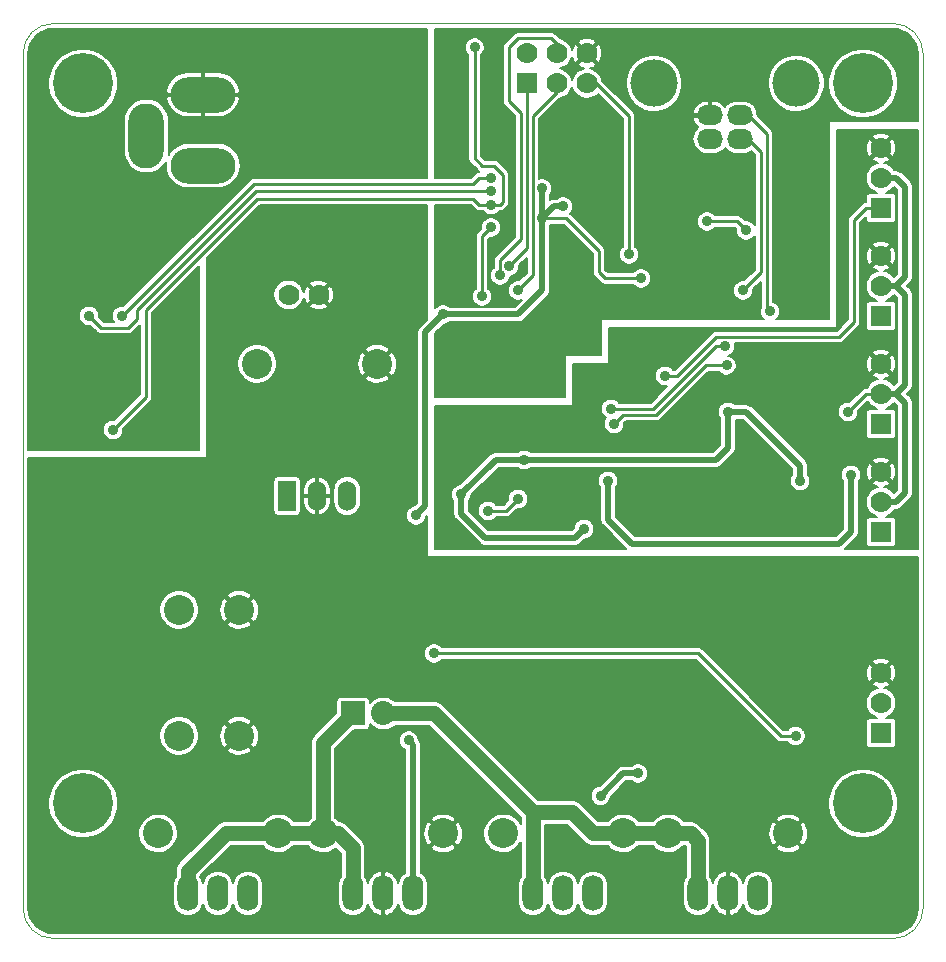
<source format=gbl>
G04 (created by PCBNEW (2013-07-07 BZR 4022)-stable) date 2/12/2014 11:08:09 AM*
%MOIN*%
G04 Gerber Fmt 3.4, Leading zero omitted, Abs format*
%FSLAX34Y34*%
G01*
G70*
G90*
G04 APERTURE LIST*
%ADD10C,0.00590551*%
%ADD11C,0.00393701*%
%ADD12O,0.07X0.12*%
%ADD13R,0.06X0.1*%
%ADD14O,0.06X0.1*%
%ADD15R,0.07X0.07*%
%ADD16C,0.07*%
%ADD17C,0.2*%
%ADD18C,0.1*%
%ADD19R,0.08X0.08*%
%ADD20C,0.08*%
%ADD21O,0.216535X0.11811*%
%ADD22O,0.11811X0.216535*%
%ADD23O,0.0866142X0.0669291*%
%ADD24C,0.15748*%
%ADD25C,0.035*%
%ADD26C,0.01*%
%ADD27C,0.02*%
%ADD28C,0.05*%
%ADD29C,0.008*%
G04 APERTURE END LIST*
G54D10*
G54D11*
X71000Y-30250D02*
X71000Y-58750D01*
X41000Y-58750D02*
X41000Y-30250D01*
X42000Y-59750D02*
X70000Y-59750D01*
X70000Y-29250D02*
X42000Y-29250D01*
X70000Y-59750D02*
G75*
G03X71000Y-58750I0J1000D01*
G74*
G01*
X41000Y-58750D02*
G75*
G03X42000Y-59750I1000J0D01*
G74*
G01*
X71000Y-30250D02*
G75*
G03X70000Y-29250I-1000J0D01*
G74*
G01*
X42000Y-29250D02*
G75*
G03X41000Y-30250I0J-1000D01*
G74*
G01*
G54D12*
X54000Y-58250D03*
X53000Y-58250D03*
X52000Y-58250D03*
X48500Y-58250D03*
X47500Y-58250D03*
X46500Y-58250D03*
X65500Y-58250D03*
X64500Y-58250D03*
X63500Y-58250D03*
X60000Y-58250D03*
X59000Y-58250D03*
X58000Y-58250D03*
G54D13*
X49800Y-45000D03*
G54D14*
X50800Y-45000D03*
X51800Y-45000D03*
G54D15*
X57800Y-31250D03*
G54D16*
X57800Y-30250D03*
X58800Y-31250D03*
X58800Y-30250D03*
X59800Y-31250D03*
X59800Y-30250D03*
G54D15*
X69600Y-52900D03*
G54D16*
X69600Y-51900D03*
X69600Y-50900D03*
G54D15*
X69600Y-39000D03*
G54D16*
X69600Y-38000D03*
X69600Y-37000D03*
G54D17*
X69000Y-31250D03*
X43000Y-31250D03*
X69000Y-55250D03*
X43000Y-55250D03*
G54D18*
X46200Y-48800D03*
X48200Y-48800D03*
X46200Y-53000D03*
X48200Y-53000D03*
G54D19*
X52000Y-52250D03*
G54D20*
X53000Y-52250D03*
G54D18*
X52800Y-40600D03*
X48800Y-40600D03*
G54D15*
X69600Y-42600D03*
G54D16*
X69600Y-41600D03*
X69600Y-40600D03*
G54D18*
X49500Y-56250D03*
X45500Y-56250D03*
X55000Y-56250D03*
X51000Y-56250D03*
X61000Y-56250D03*
X57000Y-56250D03*
X66500Y-56250D03*
X62500Y-56250D03*
G54D15*
X69600Y-35400D03*
G54D16*
X69600Y-34400D03*
X69600Y-33400D03*
G54D21*
X47000Y-33984D03*
X47000Y-31622D03*
G54D22*
X45110Y-33000D03*
G54D23*
X63907Y-33104D03*
X64892Y-33104D03*
X64892Y-32316D03*
X63907Y-32316D03*
G54D24*
X62029Y-31250D03*
X66770Y-31250D03*
G54D16*
X49850Y-38300D03*
X50850Y-38300D03*
G54D15*
X69600Y-46200D03*
G54D16*
X69600Y-45200D03*
X69600Y-44200D03*
G54D25*
X54700Y-50250D03*
X66750Y-53000D03*
X68500Y-42200D03*
X60500Y-44500D03*
X68600Y-44300D03*
X54100Y-45650D03*
X59000Y-35350D03*
X58300Y-34750D03*
X61600Y-37750D03*
X55000Y-38950D03*
X58300Y-35750D03*
X63800Y-35850D03*
X65100Y-36150D03*
X61200Y-36950D03*
X56900Y-37650D03*
X57200Y-37350D03*
X57500Y-38150D03*
X44300Y-39000D03*
X56600Y-34400D03*
X56600Y-34850D03*
X43200Y-39000D03*
X44000Y-42800D03*
X56050Y-30050D03*
X56600Y-35300D03*
X57500Y-45100D03*
X56500Y-45500D03*
X56600Y-36050D03*
X56300Y-38350D03*
X68400Y-41300D03*
X68600Y-43400D03*
X58800Y-42300D03*
X60700Y-40700D03*
X63000Y-44700D03*
X56100Y-42550D03*
X64300Y-41650D03*
X67900Y-46200D03*
X66900Y-44500D03*
X59700Y-46100D03*
X55600Y-44950D03*
X57700Y-43800D03*
X64500Y-42200D03*
X59600Y-35400D03*
X56700Y-30040D03*
X55000Y-29750D03*
X59800Y-39750D03*
X56000Y-41150D03*
X55100Y-40350D03*
X57200Y-33750D03*
X64000Y-36850D03*
X59100Y-36550D03*
X59800Y-33550D03*
X66800Y-36650D03*
X53850Y-53150D03*
X61500Y-54250D03*
X60250Y-55000D03*
X62400Y-41000D03*
X64400Y-40000D03*
X60600Y-42100D03*
X60700Y-42600D03*
X64450Y-40650D03*
X65000Y-38150D03*
X65900Y-38850D03*
X56350Y-52850D03*
X56000Y-51500D03*
X54600Y-53100D03*
X52250Y-48900D03*
X55900Y-57500D03*
X59000Y-48000D03*
X58200Y-47300D03*
X43500Y-40950D03*
X44500Y-40950D03*
X44000Y-40950D03*
X58500Y-54250D03*
X59000Y-49850D03*
G54D26*
X66250Y-53000D02*
X66750Y-53000D01*
X63500Y-50250D02*
X66250Y-53000D01*
X63500Y-50250D02*
X54700Y-50250D01*
X69600Y-41600D02*
X69100Y-41600D01*
X69100Y-41600D02*
X68500Y-42200D01*
G54D27*
X60500Y-45800D02*
X60500Y-44500D01*
X61300Y-46600D02*
X60500Y-45800D01*
X68200Y-46600D02*
X61300Y-46600D01*
X68600Y-46200D02*
X68200Y-46600D01*
X68600Y-44300D02*
X68600Y-46200D01*
X70100Y-38000D02*
X70400Y-37700D01*
X70100Y-34400D02*
X69600Y-34400D01*
X70400Y-34700D02*
X70100Y-34400D01*
X70400Y-37700D02*
X70400Y-34700D01*
X70100Y-41600D02*
X70400Y-41300D01*
X70100Y-38000D02*
X69600Y-38000D01*
X70400Y-38300D02*
X70100Y-38000D01*
X70400Y-41300D02*
X70400Y-38300D01*
X69600Y-45200D02*
X70100Y-45200D01*
X70100Y-41600D02*
X69600Y-41600D01*
X70400Y-41900D02*
X70100Y-41600D01*
X70400Y-44900D02*
X70400Y-41900D01*
X70100Y-45200D02*
X70400Y-44900D01*
X54400Y-39550D02*
X54400Y-43900D01*
X54400Y-39550D02*
X55000Y-38950D01*
X54400Y-45350D02*
X54400Y-43900D01*
X54100Y-45650D02*
X54400Y-45350D01*
X59000Y-35350D02*
X58700Y-35350D01*
X58700Y-35350D02*
X58300Y-35750D01*
X58300Y-34750D02*
X58300Y-35750D01*
G54D26*
X59100Y-35750D02*
X58300Y-35750D01*
X61600Y-37750D02*
X60400Y-37750D01*
X60400Y-37750D02*
X60200Y-37550D01*
X60200Y-37550D02*
X60200Y-36850D01*
X60200Y-36850D02*
X59100Y-35750D01*
G54D27*
X55000Y-38950D02*
X57500Y-38950D01*
X58300Y-38150D02*
X58300Y-35750D01*
X57500Y-38950D02*
X58300Y-38150D01*
G54D26*
X64800Y-35850D02*
X63800Y-35850D01*
X65100Y-36150D02*
X64800Y-35850D01*
X59800Y-31250D02*
X60100Y-31250D01*
X60100Y-31250D02*
X61200Y-32350D01*
X61200Y-36950D02*
X61200Y-32350D01*
X56900Y-37650D02*
X56900Y-37150D01*
X57200Y-31850D02*
X57200Y-30050D01*
X57500Y-29750D02*
X58600Y-29750D01*
X58600Y-29750D02*
X58800Y-29950D01*
X58800Y-30250D02*
X58800Y-29950D01*
X56900Y-37150D02*
X57600Y-36450D01*
X57600Y-36450D02*
X57600Y-32250D01*
X57600Y-32250D02*
X57200Y-31850D01*
X57200Y-30050D02*
X57500Y-29750D01*
X57800Y-31250D02*
X57800Y-36750D01*
X57800Y-36750D02*
X57200Y-37350D01*
X57500Y-38150D02*
X58000Y-37650D01*
X58800Y-31250D02*
X58800Y-31550D01*
X58800Y-31550D02*
X58000Y-32350D01*
X58000Y-37650D02*
X58000Y-32350D01*
X48700Y-34600D02*
X56000Y-34600D01*
X48700Y-34600D02*
X44300Y-39000D01*
X56000Y-34600D02*
X56200Y-34400D01*
X56200Y-34400D02*
X56600Y-34400D01*
X56600Y-34850D02*
X48750Y-34850D01*
X43600Y-39400D02*
X43200Y-39000D01*
X44500Y-39400D02*
X43600Y-39400D01*
X44800Y-39100D02*
X44500Y-39400D01*
X44800Y-38800D02*
X44800Y-39100D01*
X48750Y-34850D02*
X44800Y-38800D01*
X48800Y-35100D02*
X56000Y-35100D01*
X44000Y-42800D02*
X45100Y-41700D01*
X45100Y-41700D02*
X45100Y-38800D01*
X45100Y-38800D02*
X48800Y-35100D01*
X56600Y-35300D02*
X56200Y-35300D01*
X56200Y-35300D02*
X56000Y-35100D01*
X56600Y-35300D02*
X56900Y-35300D01*
X56050Y-33400D02*
X56050Y-30050D01*
X56050Y-33750D02*
X56050Y-33400D01*
X56300Y-34000D02*
X56050Y-33750D01*
X56700Y-34000D02*
X56300Y-34000D01*
X57000Y-34300D02*
X56700Y-34000D01*
X57000Y-35200D02*
X57000Y-34300D01*
X56900Y-35300D02*
X57000Y-35200D01*
X56500Y-45500D02*
X57100Y-45500D01*
X57100Y-45500D02*
X57500Y-45100D01*
X56600Y-36050D02*
X56300Y-36350D01*
X56300Y-38350D02*
X56300Y-36350D01*
G54D27*
X66900Y-44500D02*
X66900Y-44000D01*
X65100Y-42200D02*
X64500Y-42200D01*
X66900Y-44000D02*
X65100Y-42200D01*
X55600Y-44950D02*
X55600Y-45600D01*
X59400Y-46400D02*
X59700Y-46100D01*
X56400Y-46400D02*
X59400Y-46400D01*
X55600Y-45600D02*
X56400Y-46400D01*
X57700Y-43800D02*
X64100Y-43800D01*
X64500Y-42200D02*
X64500Y-43400D01*
X64100Y-43800D02*
X64500Y-43400D01*
X57700Y-43800D02*
X56750Y-43800D01*
X56750Y-43800D02*
X55600Y-44950D01*
G54D26*
X56700Y-30040D02*
X56700Y-29700D01*
X55250Y-29500D02*
X55000Y-29750D01*
X56500Y-29500D02*
X55250Y-29500D01*
X56700Y-29700D02*
X56500Y-29500D01*
G54D27*
X54000Y-53300D02*
X53850Y-53150D01*
X54000Y-53550D02*
X54000Y-58250D01*
X54000Y-53550D02*
X54000Y-53300D01*
X61000Y-54250D02*
X61500Y-54250D01*
X60250Y-55000D02*
X61000Y-54250D01*
G54D28*
X61000Y-56250D02*
X60000Y-56250D01*
X59300Y-55550D02*
X58000Y-55550D01*
X60000Y-56250D02*
X59300Y-55550D01*
X58000Y-58250D02*
X58000Y-55550D01*
X54700Y-52250D02*
X53000Y-52250D01*
X58000Y-55550D02*
X54700Y-52250D01*
X58000Y-58250D02*
X58000Y-57000D01*
X62500Y-56250D02*
X63250Y-56250D01*
X63500Y-56500D02*
X63500Y-58250D01*
X63250Y-56250D02*
X63500Y-56500D01*
X61000Y-56250D02*
X62500Y-56250D01*
G54D26*
X69600Y-35400D02*
X69100Y-35400D01*
X68700Y-39200D02*
X68200Y-39700D01*
X68700Y-35800D02*
X68700Y-39200D01*
X69100Y-35400D02*
X68700Y-35800D01*
X64100Y-39700D02*
X68200Y-39700D01*
X62400Y-41000D02*
X62800Y-41000D01*
X62800Y-41000D02*
X64100Y-39700D01*
X64100Y-40000D02*
X64400Y-40000D01*
X62000Y-42100D02*
X64100Y-40000D01*
X60600Y-42100D02*
X62000Y-42100D01*
X64450Y-40650D02*
X63750Y-40650D01*
X61000Y-42300D02*
X60700Y-42600D01*
X62100Y-42300D02*
X61000Y-42300D01*
X63200Y-41200D02*
X62100Y-42300D01*
X63750Y-40650D02*
X63200Y-41200D01*
G54D28*
X52000Y-52250D02*
X51000Y-53250D01*
X51000Y-53250D02*
X51000Y-56250D01*
X51000Y-56250D02*
X51500Y-56250D01*
X51500Y-56250D02*
X52000Y-56750D01*
X52000Y-56750D02*
X52000Y-58250D01*
X46500Y-58250D02*
X46500Y-57500D01*
X47750Y-56250D02*
X49500Y-56250D01*
X46500Y-57500D02*
X47750Y-56250D01*
X49500Y-56250D02*
X51000Y-56250D01*
G54D26*
X64892Y-33104D02*
X65154Y-33104D01*
X65600Y-37550D02*
X65000Y-38150D01*
X65600Y-33550D02*
X65600Y-37550D01*
X65154Y-33104D02*
X65600Y-33550D01*
X65166Y-32316D02*
X64892Y-32316D01*
X65800Y-32950D02*
X65166Y-32316D01*
X65800Y-38750D02*
X65800Y-32950D01*
X65900Y-38850D02*
X65800Y-38750D01*
G54D27*
X56000Y-52500D02*
X56350Y-52850D01*
X56000Y-51500D02*
X56000Y-52500D01*
G54D26*
X43500Y-40950D02*
X44000Y-40950D01*
G54D10*
G36*
X70820Y-32510D02*
X70160Y-32510D01*
X70160Y-31136D01*
X70115Y-30913D01*
X70029Y-30702D01*
X69903Y-30513D01*
X69742Y-30351D01*
X69554Y-30224D01*
X69344Y-30136D01*
X69121Y-30090D01*
X68894Y-30089D01*
X68670Y-30131D01*
X68459Y-30217D01*
X68269Y-30341D01*
X68107Y-30500D01*
X67978Y-30688D01*
X67888Y-30897D01*
X67841Y-31120D01*
X67838Y-31347D01*
X67879Y-31571D01*
X67963Y-31782D01*
X68086Y-31974D01*
X68244Y-32137D01*
X68431Y-32267D01*
X68639Y-32358D01*
X68861Y-32407D01*
X69089Y-32412D01*
X69313Y-32372D01*
X69525Y-32290D01*
X69717Y-32168D01*
X69882Y-32011D01*
X70013Y-31825D01*
X70106Y-31617D01*
X70156Y-31396D01*
X70160Y-31136D01*
X70160Y-32510D01*
X67860Y-32510D01*
X67860Y-39110D01*
X67717Y-39110D01*
X67717Y-31157D01*
X67681Y-30974D01*
X67610Y-30803D01*
X67507Y-30648D01*
X67376Y-30516D01*
X67222Y-30412D01*
X67051Y-30340D01*
X66869Y-30303D01*
X66683Y-30301D01*
X66501Y-30336D01*
X66329Y-30406D01*
X66173Y-30508D01*
X66040Y-30638D01*
X65935Y-30791D01*
X65862Y-30962D01*
X65824Y-31143D01*
X65821Y-31329D01*
X65854Y-31512D01*
X65923Y-31685D01*
X66024Y-31841D01*
X66153Y-31974D01*
X66305Y-32081D01*
X66475Y-32155D01*
X66657Y-32195D01*
X66843Y-32199D01*
X67026Y-32166D01*
X67199Y-32099D01*
X67356Y-32000D01*
X67490Y-31872D01*
X67597Y-31720D01*
X67673Y-31550D01*
X67714Y-31369D01*
X67717Y-31157D01*
X67717Y-39110D01*
X66112Y-39110D01*
X66154Y-39069D01*
X66192Y-39016D01*
X66219Y-38956D01*
X66233Y-38892D01*
X66235Y-38817D01*
X66222Y-38752D01*
X66197Y-38691D01*
X66160Y-38637D01*
X66114Y-38590D01*
X66060Y-38553D01*
X66010Y-38532D01*
X66010Y-32950D01*
X66008Y-32930D01*
X66006Y-32911D01*
X66006Y-32910D01*
X66006Y-32909D01*
X66000Y-32890D01*
X65994Y-32872D01*
X65994Y-32871D01*
X65994Y-32869D01*
X65985Y-32852D01*
X65976Y-32835D01*
X65975Y-32834D01*
X65974Y-32833D01*
X65962Y-32818D01*
X65950Y-32803D01*
X65949Y-32802D01*
X65949Y-32802D01*
X65948Y-32802D01*
X65948Y-32801D01*
X65486Y-32339D01*
X65488Y-32320D01*
X65479Y-32224D01*
X65452Y-32131D01*
X65407Y-32046D01*
X65346Y-31970D01*
X65272Y-31908D01*
X65188Y-31862D01*
X65096Y-31833D01*
X65000Y-31822D01*
X64993Y-31822D01*
X64790Y-31822D01*
X64694Y-31831D01*
X64602Y-31859D01*
X64517Y-31904D01*
X64442Y-31965D01*
X64399Y-32017D01*
X64379Y-31990D01*
X64309Y-31924D01*
X64227Y-31872D01*
X64136Y-31838D01*
X64041Y-31822D01*
X63942Y-31822D01*
X63942Y-32281D01*
X63950Y-32281D01*
X63950Y-32351D01*
X63942Y-32351D01*
X63942Y-32359D01*
X63872Y-32359D01*
X63872Y-32351D01*
X63872Y-32281D01*
X63872Y-31822D01*
X63774Y-31822D01*
X63679Y-31838D01*
X63588Y-31872D01*
X63506Y-31924D01*
X63436Y-31990D01*
X63379Y-32069D01*
X63339Y-32157D01*
X63327Y-32205D01*
X63356Y-32281D01*
X63872Y-32281D01*
X63872Y-32351D01*
X63356Y-32351D01*
X63327Y-32428D01*
X63339Y-32476D01*
X63379Y-32564D01*
X63436Y-32643D01*
X63506Y-32709D01*
X63509Y-32711D01*
X63458Y-32753D01*
X63396Y-32827D01*
X63350Y-32912D01*
X63322Y-33004D01*
X63311Y-33100D01*
X63320Y-33197D01*
X63347Y-33289D01*
X63392Y-33375D01*
X63453Y-33450D01*
X63527Y-33512D01*
X63611Y-33558D01*
X63703Y-33588D01*
X63799Y-33598D01*
X63806Y-33598D01*
X64009Y-33598D01*
X64105Y-33589D01*
X64197Y-33561D01*
X64282Y-33516D01*
X64357Y-33455D01*
X64400Y-33404D01*
X64437Y-33450D01*
X64511Y-33512D01*
X64595Y-33558D01*
X64687Y-33588D01*
X64783Y-33598D01*
X64790Y-33598D01*
X64993Y-33598D01*
X65089Y-33589D01*
X65181Y-33561D01*
X65267Y-33516D01*
X65268Y-33515D01*
X65390Y-33636D01*
X65390Y-35981D01*
X65360Y-35937D01*
X65314Y-35890D01*
X65260Y-35853D01*
X65199Y-35828D01*
X65135Y-35815D01*
X65069Y-35814D01*
X65062Y-35816D01*
X64948Y-35701D01*
X64933Y-35689D01*
X64918Y-35676D01*
X64917Y-35676D01*
X64916Y-35675D01*
X64899Y-35666D01*
X64882Y-35656D01*
X64881Y-35656D01*
X64880Y-35656D01*
X64862Y-35650D01*
X64843Y-35644D01*
X64842Y-35644D01*
X64841Y-35644D01*
X64822Y-35642D01*
X64802Y-35640D01*
X64800Y-35640D01*
X64800Y-35640D01*
X64800Y-35640D01*
X64800Y-35640D01*
X64062Y-35640D01*
X64060Y-35637D01*
X64014Y-35590D01*
X63960Y-35553D01*
X63899Y-35528D01*
X63835Y-35515D01*
X63769Y-35514D01*
X63704Y-35527D01*
X63644Y-35551D01*
X63589Y-35587D01*
X63542Y-35633D01*
X63505Y-35687D01*
X63479Y-35748D01*
X63465Y-35812D01*
X63464Y-35878D01*
X63476Y-35942D01*
X63500Y-36003D01*
X63536Y-36059D01*
X63581Y-36106D01*
X63635Y-36143D01*
X63695Y-36170D01*
X63760Y-36184D01*
X63825Y-36185D01*
X63890Y-36174D01*
X63951Y-36150D01*
X64007Y-36115D01*
X64054Y-36069D01*
X64061Y-36060D01*
X64713Y-36060D01*
X64765Y-36112D01*
X64765Y-36112D01*
X64764Y-36178D01*
X64776Y-36242D01*
X64800Y-36303D01*
X64836Y-36359D01*
X64881Y-36406D01*
X64935Y-36443D01*
X64995Y-36470D01*
X65060Y-36484D01*
X65125Y-36485D01*
X65190Y-36474D01*
X65251Y-36450D01*
X65307Y-36415D01*
X65354Y-36369D01*
X65390Y-36320D01*
X65390Y-37463D01*
X65037Y-37815D01*
X65035Y-37815D01*
X64969Y-37814D01*
X64904Y-37827D01*
X64844Y-37851D01*
X64789Y-37887D01*
X64742Y-37933D01*
X64705Y-37987D01*
X64679Y-38048D01*
X64665Y-38112D01*
X64664Y-38178D01*
X64676Y-38242D01*
X64700Y-38303D01*
X64736Y-38359D01*
X64781Y-38406D01*
X64835Y-38443D01*
X64895Y-38470D01*
X64960Y-38484D01*
X65025Y-38485D01*
X65090Y-38474D01*
X65151Y-38450D01*
X65207Y-38415D01*
X65254Y-38369D01*
X65292Y-38316D01*
X65319Y-38256D01*
X65333Y-38192D01*
X65335Y-38117D01*
X65334Y-38112D01*
X65590Y-37856D01*
X65590Y-38722D01*
X65579Y-38748D01*
X65565Y-38812D01*
X65564Y-38878D01*
X65576Y-38942D01*
X65600Y-39003D01*
X65636Y-39059D01*
X65681Y-39106D01*
X65687Y-39110D01*
X62977Y-39110D01*
X62977Y-31157D01*
X62941Y-30974D01*
X62870Y-30803D01*
X62767Y-30648D01*
X62636Y-30516D01*
X62482Y-30412D01*
X62311Y-30340D01*
X62129Y-30303D01*
X61943Y-30301D01*
X61761Y-30336D01*
X61588Y-30406D01*
X61433Y-30508D01*
X61300Y-30638D01*
X61195Y-30791D01*
X61122Y-30962D01*
X61083Y-31143D01*
X61081Y-31329D01*
X61114Y-31512D01*
X61183Y-31685D01*
X61283Y-31841D01*
X61412Y-31974D01*
X61565Y-32081D01*
X61735Y-32155D01*
X61917Y-32195D01*
X62102Y-32199D01*
X62285Y-32166D01*
X62459Y-32099D01*
X62616Y-32000D01*
X62750Y-31872D01*
X62857Y-31720D01*
X62933Y-31550D01*
X62974Y-31369D01*
X62977Y-31157D01*
X62977Y-39110D01*
X60260Y-39110D01*
X60260Y-40310D01*
X59060Y-40310D01*
X59060Y-41710D01*
X54740Y-41710D01*
X54740Y-39577D01*
X55033Y-39284D01*
X55090Y-39274D01*
X55151Y-39250D01*
X55207Y-39215D01*
X55212Y-39210D01*
X57500Y-39210D01*
X57523Y-39207D01*
X57547Y-39205D01*
X57549Y-39205D01*
X57550Y-39205D01*
X57573Y-39198D01*
X57596Y-39191D01*
X57597Y-39190D01*
X57599Y-39190D01*
X57620Y-39179D01*
X57641Y-39168D01*
X57642Y-39167D01*
X57643Y-39166D01*
X57662Y-39151D01*
X57681Y-39136D01*
X57683Y-39134D01*
X57683Y-39134D01*
X57683Y-39134D01*
X57683Y-39133D01*
X58483Y-38333D01*
X58499Y-38315D01*
X58514Y-38296D01*
X58515Y-38295D01*
X58516Y-38294D01*
X58527Y-38273D01*
X58538Y-38252D01*
X58539Y-38251D01*
X58540Y-38249D01*
X58547Y-38226D01*
X58554Y-38204D01*
X58554Y-38202D01*
X58554Y-38201D01*
X58557Y-38177D01*
X58559Y-38153D01*
X58559Y-38150D01*
X58559Y-38150D01*
X58559Y-38150D01*
X58560Y-38150D01*
X58560Y-35962D01*
X58561Y-35960D01*
X59013Y-35960D01*
X59990Y-36936D01*
X59990Y-37550D01*
X59991Y-37569D01*
X59993Y-37588D01*
X59993Y-37589D01*
X59993Y-37590D01*
X59999Y-37609D01*
X60005Y-37627D01*
X60005Y-37628D01*
X60005Y-37630D01*
X60014Y-37647D01*
X60023Y-37664D01*
X60024Y-37665D01*
X60025Y-37666D01*
X60037Y-37681D01*
X60049Y-37696D01*
X60050Y-37697D01*
X60050Y-37697D01*
X60051Y-37697D01*
X60051Y-37698D01*
X60251Y-37898D01*
X60266Y-37910D01*
X60281Y-37923D01*
X60282Y-37923D01*
X60283Y-37924D01*
X60300Y-37933D01*
X60317Y-37943D01*
X60318Y-37943D01*
X60319Y-37943D01*
X60337Y-37949D01*
X60356Y-37955D01*
X60357Y-37955D01*
X60358Y-37955D01*
X60377Y-37957D01*
X60397Y-37959D01*
X60399Y-37959D01*
X60399Y-37959D01*
X60399Y-37959D01*
X60400Y-37960D01*
X61337Y-37960D01*
X61381Y-38006D01*
X61435Y-38043D01*
X61495Y-38070D01*
X61560Y-38084D01*
X61625Y-38085D01*
X61690Y-38074D01*
X61751Y-38050D01*
X61807Y-38015D01*
X61854Y-37969D01*
X61892Y-37916D01*
X61919Y-37856D01*
X61933Y-37792D01*
X61935Y-37717D01*
X61922Y-37652D01*
X61897Y-37591D01*
X61860Y-37537D01*
X61814Y-37490D01*
X61760Y-37453D01*
X61699Y-37428D01*
X61635Y-37415D01*
X61569Y-37414D01*
X61504Y-37427D01*
X61444Y-37451D01*
X61389Y-37487D01*
X61342Y-37533D01*
X61337Y-37540D01*
X60486Y-37540D01*
X60410Y-37463D01*
X60410Y-36850D01*
X60408Y-36830D01*
X60406Y-36811D01*
X60406Y-36810D01*
X60406Y-36809D01*
X60400Y-36790D01*
X60394Y-36772D01*
X60394Y-36771D01*
X60394Y-36769D01*
X60385Y-36752D01*
X60376Y-36735D01*
X60375Y-36734D01*
X60374Y-36733D01*
X60362Y-36718D01*
X60350Y-36703D01*
X60349Y-36702D01*
X60349Y-36702D01*
X60348Y-36702D01*
X60348Y-36701D01*
X59248Y-35601D01*
X59234Y-35589D01*
X59254Y-35569D01*
X59292Y-35516D01*
X59319Y-35456D01*
X59333Y-35392D01*
X59335Y-35317D01*
X59322Y-35252D01*
X59297Y-35191D01*
X59260Y-35137D01*
X59214Y-35090D01*
X59160Y-35053D01*
X59099Y-35028D01*
X59035Y-35015D01*
X58969Y-35014D01*
X58904Y-35027D01*
X58844Y-35051D01*
X58789Y-35087D01*
X58786Y-35090D01*
X58700Y-35090D01*
X58676Y-35092D01*
X58652Y-35094D01*
X58650Y-35094D01*
X58649Y-35094D01*
X58626Y-35101D01*
X58603Y-35108D01*
X58602Y-35109D01*
X58600Y-35109D01*
X58579Y-35120D01*
X58560Y-35131D01*
X58560Y-34962D01*
X58592Y-34916D01*
X58619Y-34856D01*
X58633Y-34792D01*
X58635Y-34717D01*
X58622Y-34652D01*
X58597Y-34591D01*
X58560Y-34537D01*
X58514Y-34490D01*
X58460Y-34453D01*
X58399Y-34428D01*
X58335Y-34415D01*
X58269Y-34414D01*
X58210Y-34426D01*
X58210Y-32436D01*
X58896Y-31750D01*
X58937Y-31743D01*
X59031Y-31707D01*
X59115Y-31653D01*
X59187Y-31584D01*
X59245Y-31503D01*
X59286Y-31411D01*
X59300Y-31351D01*
X59307Y-31391D01*
X59344Y-31484D01*
X59398Y-31568D01*
X59467Y-31640D01*
X59549Y-31697D01*
X59641Y-31737D01*
X59739Y-31758D01*
X59839Y-31760D01*
X59937Y-31743D01*
X60031Y-31707D01*
X60115Y-31653D01*
X60162Y-31609D01*
X60990Y-32436D01*
X60990Y-36687D01*
X60989Y-36687D01*
X60942Y-36733D01*
X60905Y-36787D01*
X60879Y-36848D01*
X60865Y-36912D01*
X60864Y-36978D01*
X60876Y-37042D01*
X60900Y-37103D01*
X60936Y-37159D01*
X60981Y-37206D01*
X61035Y-37243D01*
X61095Y-37270D01*
X61160Y-37284D01*
X61225Y-37285D01*
X61290Y-37274D01*
X61351Y-37250D01*
X61407Y-37215D01*
X61454Y-37169D01*
X61492Y-37116D01*
X61519Y-37056D01*
X61533Y-36992D01*
X61535Y-36917D01*
X61522Y-36852D01*
X61497Y-36791D01*
X61460Y-36737D01*
X61414Y-36690D01*
X61410Y-36687D01*
X61410Y-32350D01*
X61408Y-32330D01*
X61406Y-32311D01*
X61406Y-32310D01*
X61406Y-32309D01*
X61400Y-32290D01*
X61394Y-32272D01*
X61394Y-32271D01*
X61394Y-32269D01*
X61385Y-32252D01*
X61376Y-32235D01*
X61375Y-32234D01*
X61374Y-32233D01*
X61362Y-32218D01*
X61350Y-32203D01*
X61349Y-32202D01*
X61349Y-32202D01*
X61348Y-32202D01*
X61348Y-32201D01*
X60312Y-31165D01*
X60312Y-30236D01*
X60299Y-30137D01*
X60268Y-30042D01*
X60234Y-29977D01*
X60157Y-29941D01*
X60108Y-29991D01*
X60108Y-29892D01*
X60072Y-29815D01*
X59982Y-29771D01*
X59886Y-29744D01*
X59786Y-29737D01*
X59687Y-29750D01*
X59592Y-29781D01*
X59527Y-29815D01*
X59491Y-29892D01*
X59800Y-30200D01*
X60108Y-29892D01*
X60108Y-29991D01*
X59849Y-30250D01*
X60157Y-30558D01*
X60234Y-30522D01*
X60278Y-30432D01*
X60305Y-30336D01*
X60312Y-30236D01*
X60312Y-31165D01*
X60300Y-31153D01*
X60290Y-31101D01*
X60252Y-31009D01*
X60197Y-30926D01*
X60126Y-30855D01*
X60043Y-30799D01*
X59951Y-30760D01*
X59904Y-30750D01*
X59912Y-30749D01*
X60007Y-30718D01*
X60072Y-30684D01*
X60108Y-30607D01*
X59800Y-30299D01*
X59491Y-30607D01*
X59527Y-30684D01*
X59617Y-30728D01*
X59696Y-30750D01*
X59655Y-30758D01*
X59562Y-30795D01*
X59478Y-30850D01*
X59407Y-30920D01*
X59350Y-31003D01*
X59311Y-31095D01*
X59299Y-31149D01*
X59290Y-31101D01*
X59252Y-31009D01*
X59197Y-30926D01*
X59126Y-30855D01*
X59043Y-30799D01*
X58951Y-30760D01*
X58901Y-30750D01*
X58937Y-30743D01*
X59031Y-30707D01*
X59115Y-30653D01*
X59187Y-30584D01*
X59245Y-30503D01*
X59286Y-30411D01*
X59299Y-30355D01*
X59300Y-30362D01*
X59331Y-30457D01*
X59365Y-30522D01*
X59442Y-30558D01*
X59750Y-30250D01*
X59442Y-29941D01*
X59365Y-29977D01*
X59321Y-30067D01*
X59299Y-30146D01*
X59290Y-30101D01*
X59252Y-30009D01*
X59197Y-29926D01*
X59126Y-29855D01*
X59043Y-29799D01*
X58951Y-29760D01*
X58896Y-29749D01*
X58748Y-29601D01*
X58733Y-29589D01*
X58718Y-29576D01*
X58717Y-29576D01*
X58716Y-29575D01*
X58699Y-29566D01*
X58682Y-29556D01*
X58681Y-29556D01*
X58680Y-29556D01*
X58662Y-29550D01*
X58643Y-29544D01*
X58642Y-29544D01*
X58641Y-29544D01*
X58622Y-29542D01*
X58602Y-29540D01*
X58600Y-29540D01*
X58600Y-29540D01*
X58600Y-29540D01*
X58600Y-29540D01*
X57500Y-29540D01*
X57480Y-29541D01*
X57461Y-29543D01*
X57460Y-29543D01*
X57459Y-29543D01*
X57440Y-29549D01*
X57422Y-29555D01*
X57421Y-29555D01*
X57419Y-29555D01*
X57402Y-29564D01*
X57385Y-29573D01*
X57384Y-29574D01*
X57383Y-29575D01*
X57368Y-29587D01*
X57353Y-29599D01*
X57352Y-29600D01*
X57352Y-29600D01*
X57352Y-29601D01*
X57351Y-29601D01*
X57051Y-29901D01*
X57039Y-29916D01*
X57026Y-29931D01*
X57026Y-29932D01*
X57025Y-29933D01*
X57016Y-29950D01*
X57006Y-29967D01*
X57006Y-29968D01*
X57006Y-29969D01*
X57000Y-29987D01*
X56994Y-30006D01*
X56994Y-30007D01*
X56994Y-30008D01*
X56992Y-30027D01*
X56990Y-30047D01*
X56990Y-30049D01*
X56990Y-30049D01*
X56990Y-30049D01*
X56990Y-30050D01*
X56990Y-31850D01*
X56991Y-31869D01*
X56993Y-31888D01*
X56993Y-31889D01*
X56993Y-31890D01*
X56999Y-31909D01*
X57005Y-31927D01*
X57005Y-31928D01*
X57005Y-31930D01*
X57014Y-31947D01*
X57023Y-31964D01*
X57024Y-31965D01*
X57025Y-31966D01*
X57037Y-31981D01*
X57049Y-31996D01*
X57050Y-31997D01*
X57050Y-31997D01*
X57051Y-31997D01*
X57051Y-31998D01*
X57390Y-32336D01*
X57390Y-36363D01*
X56935Y-36818D01*
X56935Y-36017D01*
X56922Y-35952D01*
X56897Y-35891D01*
X56860Y-35837D01*
X56814Y-35790D01*
X56760Y-35753D01*
X56699Y-35728D01*
X56635Y-35715D01*
X56569Y-35714D01*
X56504Y-35727D01*
X56444Y-35751D01*
X56389Y-35787D01*
X56342Y-35833D01*
X56305Y-35887D01*
X56279Y-35948D01*
X56265Y-36012D01*
X56264Y-36078D01*
X56266Y-36086D01*
X56151Y-36201D01*
X56139Y-36216D01*
X56126Y-36231D01*
X56126Y-36232D01*
X56125Y-36233D01*
X56116Y-36250D01*
X56106Y-36267D01*
X56106Y-36268D01*
X56106Y-36269D01*
X56100Y-36287D01*
X56094Y-36306D01*
X56094Y-36307D01*
X56094Y-36308D01*
X56092Y-36327D01*
X56090Y-36347D01*
X56090Y-36349D01*
X56090Y-36349D01*
X56090Y-36349D01*
X56090Y-36350D01*
X56090Y-38087D01*
X56089Y-38087D01*
X56042Y-38133D01*
X56005Y-38187D01*
X55979Y-38248D01*
X55965Y-38312D01*
X55964Y-38378D01*
X55976Y-38442D01*
X56000Y-38503D01*
X56036Y-38559D01*
X56081Y-38606D01*
X56135Y-38643D01*
X56195Y-38670D01*
X56260Y-38684D01*
X56325Y-38685D01*
X56390Y-38674D01*
X56451Y-38650D01*
X56507Y-38615D01*
X56554Y-38569D01*
X56592Y-38516D01*
X56619Y-38456D01*
X56633Y-38392D01*
X56635Y-38317D01*
X56622Y-38252D01*
X56597Y-38191D01*
X56560Y-38137D01*
X56514Y-38090D01*
X56510Y-38087D01*
X56510Y-36436D01*
X56562Y-36384D01*
X56625Y-36385D01*
X56690Y-36374D01*
X56751Y-36350D01*
X56807Y-36315D01*
X56854Y-36269D01*
X56892Y-36216D01*
X56919Y-36156D01*
X56933Y-36092D01*
X56935Y-36017D01*
X56935Y-36818D01*
X56751Y-37001D01*
X56739Y-37016D01*
X56726Y-37031D01*
X56726Y-37032D01*
X56725Y-37033D01*
X56716Y-37050D01*
X56706Y-37067D01*
X56706Y-37068D01*
X56706Y-37069D01*
X56700Y-37087D01*
X56694Y-37106D01*
X56694Y-37107D01*
X56694Y-37108D01*
X56692Y-37127D01*
X56690Y-37147D01*
X56690Y-37149D01*
X56690Y-37149D01*
X56690Y-37149D01*
X56690Y-37150D01*
X56690Y-37387D01*
X56689Y-37387D01*
X56642Y-37433D01*
X56605Y-37487D01*
X56579Y-37548D01*
X56565Y-37612D01*
X56564Y-37678D01*
X56576Y-37742D01*
X56600Y-37803D01*
X56636Y-37859D01*
X56681Y-37906D01*
X56735Y-37943D01*
X56795Y-37970D01*
X56860Y-37984D01*
X56925Y-37985D01*
X56990Y-37974D01*
X57051Y-37950D01*
X57107Y-37915D01*
X57154Y-37869D01*
X57192Y-37816D01*
X57219Y-37756D01*
X57233Y-37692D01*
X57234Y-37684D01*
X57290Y-37674D01*
X57351Y-37650D01*
X57407Y-37615D01*
X57454Y-37569D01*
X57492Y-37516D01*
X57519Y-37456D01*
X57533Y-37392D01*
X57535Y-37317D01*
X57534Y-37312D01*
X57790Y-37056D01*
X57790Y-37563D01*
X57537Y-37815D01*
X57535Y-37815D01*
X57469Y-37814D01*
X57404Y-37827D01*
X57344Y-37851D01*
X57289Y-37887D01*
X57242Y-37933D01*
X57205Y-37987D01*
X57179Y-38048D01*
X57165Y-38112D01*
X57164Y-38178D01*
X57176Y-38242D01*
X57200Y-38303D01*
X57236Y-38359D01*
X57281Y-38406D01*
X57335Y-38443D01*
X57395Y-38470D01*
X57460Y-38484D01*
X57525Y-38485D01*
X57590Y-38474D01*
X57619Y-38463D01*
X57392Y-38690D01*
X55213Y-38690D01*
X55160Y-38653D01*
X55099Y-38628D01*
X55035Y-38615D01*
X54969Y-38614D01*
X54904Y-38627D01*
X54844Y-38651D01*
X54789Y-38687D01*
X54742Y-38733D01*
X54740Y-38736D01*
X54740Y-35310D01*
X55913Y-35310D01*
X56051Y-35448D01*
X56066Y-35460D01*
X56081Y-35473D01*
X56082Y-35473D01*
X56083Y-35474D01*
X56100Y-35483D01*
X56117Y-35493D01*
X56118Y-35493D01*
X56119Y-35493D01*
X56137Y-35499D01*
X56156Y-35505D01*
X56157Y-35505D01*
X56158Y-35505D01*
X56177Y-35507D01*
X56197Y-35509D01*
X56199Y-35509D01*
X56199Y-35509D01*
X56199Y-35509D01*
X56200Y-35510D01*
X56337Y-35510D01*
X56381Y-35556D01*
X56435Y-35593D01*
X56495Y-35620D01*
X56560Y-35634D01*
X56625Y-35635D01*
X56690Y-35624D01*
X56751Y-35600D01*
X56807Y-35565D01*
X56854Y-35519D01*
X56861Y-35510D01*
X56900Y-35510D01*
X56919Y-35508D01*
X56938Y-35506D01*
X56939Y-35506D01*
X56940Y-35506D01*
X56959Y-35500D01*
X56977Y-35494D01*
X56978Y-35494D01*
X56980Y-35494D01*
X56997Y-35485D01*
X57014Y-35476D01*
X57015Y-35475D01*
X57016Y-35474D01*
X57031Y-35462D01*
X57046Y-35450D01*
X57047Y-35449D01*
X57047Y-35449D01*
X57047Y-35448D01*
X57048Y-35448D01*
X57148Y-35348D01*
X57160Y-35333D01*
X57173Y-35318D01*
X57173Y-35317D01*
X57174Y-35316D01*
X57183Y-35299D01*
X57193Y-35282D01*
X57193Y-35281D01*
X57193Y-35280D01*
X57199Y-35262D01*
X57205Y-35243D01*
X57205Y-35242D01*
X57205Y-35241D01*
X57207Y-35222D01*
X57209Y-35202D01*
X57209Y-35200D01*
X57209Y-35200D01*
X57209Y-35200D01*
X57210Y-35200D01*
X57210Y-34300D01*
X57208Y-34280D01*
X57206Y-34261D01*
X57206Y-34260D01*
X57206Y-34259D01*
X57200Y-34240D01*
X57194Y-34222D01*
X57194Y-34221D01*
X57194Y-34219D01*
X57185Y-34202D01*
X57176Y-34185D01*
X57175Y-34184D01*
X57174Y-34183D01*
X57162Y-34168D01*
X57150Y-34153D01*
X57149Y-34152D01*
X57149Y-34152D01*
X57148Y-34152D01*
X57148Y-34151D01*
X56848Y-33851D01*
X56833Y-33839D01*
X56818Y-33826D01*
X56817Y-33826D01*
X56816Y-33825D01*
X56799Y-33816D01*
X56782Y-33806D01*
X56781Y-33806D01*
X56780Y-33806D01*
X56762Y-33800D01*
X56743Y-33794D01*
X56742Y-33794D01*
X56741Y-33794D01*
X56722Y-33792D01*
X56702Y-33790D01*
X56700Y-33790D01*
X56700Y-33790D01*
X56700Y-33790D01*
X56700Y-33790D01*
X56386Y-33790D01*
X56260Y-33663D01*
X56260Y-33400D01*
X56260Y-30312D01*
X56304Y-30269D01*
X56342Y-30216D01*
X56369Y-30156D01*
X56383Y-30092D01*
X56385Y-30017D01*
X56372Y-29952D01*
X56347Y-29891D01*
X56310Y-29837D01*
X56264Y-29790D01*
X56210Y-29753D01*
X56149Y-29728D01*
X56085Y-29715D01*
X56019Y-29714D01*
X55954Y-29727D01*
X55894Y-29751D01*
X55839Y-29787D01*
X55792Y-29833D01*
X55755Y-29887D01*
X55729Y-29948D01*
X55715Y-30012D01*
X55714Y-30078D01*
X55726Y-30142D01*
X55750Y-30203D01*
X55786Y-30259D01*
X55831Y-30306D01*
X55840Y-30312D01*
X55840Y-33400D01*
X55840Y-33750D01*
X55841Y-33769D01*
X55843Y-33788D01*
X55843Y-33789D01*
X55843Y-33790D01*
X55849Y-33809D01*
X55855Y-33827D01*
X55855Y-33828D01*
X55855Y-33830D01*
X55864Y-33847D01*
X55873Y-33864D01*
X55874Y-33865D01*
X55875Y-33866D01*
X55887Y-33881D01*
X55899Y-33896D01*
X55900Y-33897D01*
X55900Y-33897D01*
X55901Y-33897D01*
X55901Y-33898D01*
X56151Y-34148D01*
X56166Y-34160D01*
X56181Y-34173D01*
X56182Y-34173D01*
X56183Y-34174D01*
X56200Y-34183D01*
X56211Y-34190D01*
X56200Y-34190D01*
X56180Y-34191D01*
X56161Y-34193D01*
X56160Y-34193D01*
X56159Y-34193D01*
X56140Y-34199D01*
X56122Y-34205D01*
X56121Y-34205D01*
X56119Y-34205D01*
X56102Y-34214D01*
X56085Y-34223D01*
X56084Y-34224D01*
X56083Y-34225D01*
X56068Y-34237D01*
X56053Y-34249D01*
X56052Y-34250D01*
X56052Y-34250D01*
X56052Y-34251D01*
X56051Y-34251D01*
X55913Y-34390D01*
X54740Y-34390D01*
X54740Y-29429D01*
X69991Y-29429D01*
X70159Y-29446D01*
X70312Y-29492D01*
X70453Y-29567D01*
X70577Y-29668D01*
X70679Y-29791D01*
X70755Y-29932D01*
X70802Y-30085D01*
X70820Y-30252D01*
X70820Y-32510D01*
X70820Y-32510D01*
G37*
G54D29*
X70820Y-32510D02*
X70160Y-32510D01*
X70160Y-31136D01*
X70115Y-30913D01*
X70029Y-30702D01*
X69903Y-30513D01*
X69742Y-30351D01*
X69554Y-30224D01*
X69344Y-30136D01*
X69121Y-30090D01*
X68894Y-30089D01*
X68670Y-30131D01*
X68459Y-30217D01*
X68269Y-30341D01*
X68107Y-30500D01*
X67978Y-30688D01*
X67888Y-30897D01*
X67841Y-31120D01*
X67838Y-31347D01*
X67879Y-31571D01*
X67963Y-31782D01*
X68086Y-31974D01*
X68244Y-32137D01*
X68431Y-32267D01*
X68639Y-32358D01*
X68861Y-32407D01*
X69089Y-32412D01*
X69313Y-32372D01*
X69525Y-32290D01*
X69717Y-32168D01*
X69882Y-32011D01*
X70013Y-31825D01*
X70106Y-31617D01*
X70156Y-31396D01*
X70160Y-31136D01*
X70160Y-32510D01*
X67860Y-32510D01*
X67860Y-39110D01*
X67717Y-39110D01*
X67717Y-31157D01*
X67681Y-30974D01*
X67610Y-30803D01*
X67507Y-30648D01*
X67376Y-30516D01*
X67222Y-30412D01*
X67051Y-30340D01*
X66869Y-30303D01*
X66683Y-30301D01*
X66501Y-30336D01*
X66329Y-30406D01*
X66173Y-30508D01*
X66040Y-30638D01*
X65935Y-30791D01*
X65862Y-30962D01*
X65824Y-31143D01*
X65821Y-31329D01*
X65854Y-31512D01*
X65923Y-31685D01*
X66024Y-31841D01*
X66153Y-31974D01*
X66305Y-32081D01*
X66475Y-32155D01*
X66657Y-32195D01*
X66843Y-32199D01*
X67026Y-32166D01*
X67199Y-32099D01*
X67356Y-32000D01*
X67490Y-31872D01*
X67597Y-31720D01*
X67673Y-31550D01*
X67714Y-31369D01*
X67717Y-31157D01*
X67717Y-39110D01*
X66112Y-39110D01*
X66154Y-39069D01*
X66192Y-39016D01*
X66219Y-38956D01*
X66233Y-38892D01*
X66235Y-38817D01*
X66222Y-38752D01*
X66197Y-38691D01*
X66160Y-38637D01*
X66114Y-38590D01*
X66060Y-38553D01*
X66010Y-38532D01*
X66010Y-32950D01*
X66008Y-32930D01*
X66006Y-32911D01*
X66006Y-32910D01*
X66006Y-32909D01*
X66000Y-32890D01*
X65994Y-32872D01*
X65994Y-32871D01*
X65994Y-32869D01*
X65985Y-32852D01*
X65976Y-32835D01*
X65975Y-32834D01*
X65974Y-32833D01*
X65962Y-32818D01*
X65950Y-32803D01*
X65949Y-32802D01*
X65949Y-32802D01*
X65948Y-32802D01*
X65948Y-32801D01*
X65486Y-32339D01*
X65488Y-32320D01*
X65479Y-32224D01*
X65452Y-32131D01*
X65407Y-32046D01*
X65346Y-31970D01*
X65272Y-31908D01*
X65188Y-31862D01*
X65096Y-31833D01*
X65000Y-31822D01*
X64993Y-31822D01*
X64790Y-31822D01*
X64694Y-31831D01*
X64602Y-31859D01*
X64517Y-31904D01*
X64442Y-31965D01*
X64399Y-32017D01*
X64379Y-31990D01*
X64309Y-31924D01*
X64227Y-31872D01*
X64136Y-31838D01*
X64041Y-31822D01*
X63942Y-31822D01*
X63942Y-32281D01*
X63950Y-32281D01*
X63950Y-32351D01*
X63942Y-32351D01*
X63942Y-32359D01*
X63872Y-32359D01*
X63872Y-32351D01*
X63872Y-32281D01*
X63872Y-31822D01*
X63774Y-31822D01*
X63679Y-31838D01*
X63588Y-31872D01*
X63506Y-31924D01*
X63436Y-31990D01*
X63379Y-32069D01*
X63339Y-32157D01*
X63327Y-32205D01*
X63356Y-32281D01*
X63872Y-32281D01*
X63872Y-32351D01*
X63356Y-32351D01*
X63327Y-32428D01*
X63339Y-32476D01*
X63379Y-32564D01*
X63436Y-32643D01*
X63506Y-32709D01*
X63509Y-32711D01*
X63458Y-32753D01*
X63396Y-32827D01*
X63350Y-32912D01*
X63322Y-33004D01*
X63311Y-33100D01*
X63320Y-33197D01*
X63347Y-33289D01*
X63392Y-33375D01*
X63453Y-33450D01*
X63527Y-33512D01*
X63611Y-33558D01*
X63703Y-33588D01*
X63799Y-33598D01*
X63806Y-33598D01*
X64009Y-33598D01*
X64105Y-33589D01*
X64197Y-33561D01*
X64282Y-33516D01*
X64357Y-33455D01*
X64400Y-33404D01*
X64437Y-33450D01*
X64511Y-33512D01*
X64595Y-33558D01*
X64687Y-33588D01*
X64783Y-33598D01*
X64790Y-33598D01*
X64993Y-33598D01*
X65089Y-33589D01*
X65181Y-33561D01*
X65267Y-33516D01*
X65268Y-33515D01*
X65390Y-33636D01*
X65390Y-35981D01*
X65360Y-35937D01*
X65314Y-35890D01*
X65260Y-35853D01*
X65199Y-35828D01*
X65135Y-35815D01*
X65069Y-35814D01*
X65062Y-35816D01*
X64948Y-35701D01*
X64933Y-35689D01*
X64918Y-35676D01*
X64917Y-35676D01*
X64916Y-35675D01*
X64899Y-35666D01*
X64882Y-35656D01*
X64881Y-35656D01*
X64880Y-35656D01*
X64862Y-35650D01*
X64843Y-35644D01*
X64842Y-35644D01*
X64841Y-35644D01*
X64822Y-35642D01*
X64802Y-35640D01*
X64800Y-35640D01*
X64800Y-35640D01*
X64800Y-35640D01*
X64800Y-35640D01*
X64062Y-35640D01*
X64060Y-35637D01*
X64014Y-35590D01*
X63960Y-35553D01*
X63899Y-35528D01*
X63835Y-35515D01*
X63769Y-35514D01*
X63704Y-35527D01*
X63644Y-35551D01*
X63589Y-35587D01*
X63542Y-35633D01*
X63505Y-35687D01*
X63479Y-35748D01*
X63465Y-35812D01*
X63464Y-35878D01*
X63476Y-35942D01*
X63500Y-36003D01*
X63536Y-36059D01*
X63581Y-36106D01*
X63635Y-36143D01*
X63695Y-36170D01*
X63760Y-36184D01*
X63825Y-36185D01*
X63890Y-36174D01*
X63951Y-36150D01*
X64007Y-36115D01*
X64054Y-36069D01*
X64061Y-36060D01*
X64713Y-36060D01*
X64765Y-36112D01*
X64765Y-36112D01*
X64764Y-36178D01*
X64776Y-36242D01*
X64800Y-36303D01*
X64836Y-36359D01*
X64881Y-36406D01*
X64935Y-36443D01*
X64995Y-36470D01*
X65060Y-36484D01*
X65125Y-36485D01*
X65190Y-36474D01*
X65251Y-36450D01*
X65307Y-36415D01*
X65354Y-36369D01*
X65390Y-36320D01*
X65390Y-37463D01*
X65037Y-37815D01*
X65035Y-37815D01*
X64969Y-37814D01*
X64904Y-37827D01*
X64844Y-37851D01*
X64789Y-37887D01*
X64742Y-37933D01*
X64705Y-37987D01*
X64679Y-38048D01*
X64665Y-38112D01*
X64664Y-38178D01*
X64676Y-38242D01*
X64700Y-38303D01*
X64736Y-38359D01*
X64781Y-38406D01*
X64835Y-38443D01*
X64895Y-38470D01*
X64960Y-38484D01*
X65025Y-38485D01*
X65090Y-38474D01*
X65151Y-38450D01*
X65207Y-38415D01*
X65254Y-38369D01*
X65292Y-38316D01*
X65319Y-38256D01*
X65333Y-38192D01*
X65335Y-38117D01*
X65334Y-38112D01*
X65590Y-37856D01*
X65590Y-38722D01*
X65579Y-38748D01*
X65565Y-38812D01*
X65564Y-38878D01*
X65576Y-38942D01*
X65600Y-39003D01*
X65636Y-39059D01*
X65681Y-39106D01*
X65687Y-39110D01*
X62977Y-39110D01*
X62977Y-31157D01*
X62941Y-30974D01*
X62870Y-30803D01*
X62767Y-30648D01*
X62636Y-30516D01*
X62482Y-30412D01*
X62311Y-30340D01*
X62129Y-30303D01*
X61943Y-30301D01*
X61761Y-30336D01*
X61588Y-30406D01*
X61433Y-30508D01*
X61300Y-30638D01*
X61195Y-30791D01*
X61122Y-30962D01*
X61083Y-31143D01*
X61081Y-31329D01*
X61114Y-31512D01*
X61183Y-31685D01*
X61283Y-31841D01*
X61412Y-31974D01*
X61565Y-32081D01*
X61735Y-32155D01*
X61917Y-32195D01*
X62102Y-32199D01*
X62285Y-32166D01*
X62459Y-32099D01*
X62616Y-32000D01*
X62750Y-31872D01*
X62857Y-31720D01*
X62933Y-31550D01*
X62974Y-31369D01*
X62977Y-31157D01*
X62977Y-39110D01*
X60260Y-39110D01*
X60260Y-40310D01*
X59060Y-40310D01*
X59060Y-41710D01*
X54740Y-41710D01*
X54740Y-39577D01*
X55033Y-39284D01*
X55090Y-39274D01*
X55151Y-39250D01*
X55207Y-39215D01*
X55212Y-39210D01*
X57500Y-39210D01*
X57523Y-39207D01*
X57547Y-39205D01*
X57549Y-39205D01*
X57550Y-39205D01*
X57573Y-39198D01*
X57596Y-39191D01*
X57597Y-39190D01*
X57599Y-39190D01*
X57620Y-39179D01*
X57641Y-39168D01*
X57642Y-39167D01*
X57643Y-39166D01*
X57662Y-39151D01*
X57681Y-39136D01*
X57683Y-39134D01*
X57683Y-39134D01*
X57683Y-39134D01*
X57683Y-39133D01*
X58483Y-38333D01*
X58499Y-38315D01*
X58514Y-38296D01*
X58515Y-38295D01*
X58516Y-38294D01*
X58527Y-38273D01*
X58538Y-38252D01*
X58539Y-38251D01*
X58540Y-38249D01*
X58547Y-38226D01*
X58554Y-38204D01*
X58554Y-38202D01*
X58554Y-38201D01*
X58557Y-38177D01*
X58559Y-38153D01*
X58559Y-38150D01*
X58559Y-38150D01*
X58559Y-38150D01*
X58560Y-38150D01*
X58560Y-35962D01*
X58561Y-35960D01*
X59013Y-35960D01*
X59990Y-36936D01*
X59990Y-37550D01*
X59991Y-37569D01*
X59993Y-37588D01*
X59993Y-37589D01*
X59993Y-37590D01*
X59999Y-37609D01*
X60005Y-37627D01*
X60005Y-37628D01*
X60005Y-37630D01*
X60014Y-37647D01*
X60023Y-37664D01*
X60024Y-37665D01*
X60025Y-37666D01*
X60037Y-37681D01*
X60049Y-37696D01*
X60050Y-37697D01*
X60050Y-37697D01*
X60051Y-37697D01*
X60051Y-37698D01*
X60251Y-37898D01*
X60266Y-37910D01*
X60281Y-37923D01*
X60282Y-37923D01*
X60283Y-37924D01*
X60300Y-37933D01*
X60317Y-37943D01*
X60318Y-37943D01*
X60319Y-37943D01*
X60337Y-37949D01*
X60356Y-37955D01*
X60357Y-37955D01*
X60358Y-37955D01*
X60377Y-37957D01*
X60397Y-37959D01*
X60399Y-37959D01*
X60399Y-37959D01*
X60399Y-37959D01*
X60400Y-37960D01*
X61337Y-37960D01*
X61381Y-38006D01*
X61435Y-38043D01*
X61495Y-38070D01*
X61560Y-38084D01*
X61625Y-38085D01*
X61690Y-38074D01*
X61751Y-38050D01*
X61807Y-38015D01*
X61854Y-37969D01*
X61892Y-37916D01*
X61919Y-37856D01*
X61933Y-37792D01*
X61935Y-37717D01*
X61922Y-37652D01*
X61897Y-37591D01*
X61860Y-37537D01*
X61814Y-37490D01*
X61760Y-37453D01*
X61699Y-37428D01*
X61635Y-37415D01*
X61569Y-37414D01*
X61504Y-37427D01*
X61444Y-37451D01*
X61389Y-37487D01*
X61342Y-37533D01*
X61337Y-37540D01*
X60486Y-37540D01*
X60410Y-37463D01*
X60410Y-36850D01*
X60408Y-36830D01*
X60406Y-36811D01*
X60406Y-36810D01*
X60406Y-36809D01*
X60400Y-36790D01*
X60394Y-36772D01*
X60394Y-36771D01*
X60394Y-36769D01*
X60385Y-36752D01*
X60376Y-36735D01*
X60375Y-36734D01*
X60374Y-36733D01*
X60362Y-36718D01*
X60350Y-36703D01*
X60349Y-36702D01*
X60349Y-36702D01*
X60348Y-36702D01*
X60348Y-36701D01*
X59248Y-35601D01*
X59234Y-35589D01*
X59254Y-35569D01*
X59292Y-35516D01*
X59319Y-35456D01*
X59333Y-35392D01*
X59335Y-35317D01*
X59322Y-35252D01*
X59297Y-35191D01*
X59260Y-35137D01*
X59214Y-35090D01*
X59160Y-35053D01*
X59099Y-35028D01*
X59035Y-35015D01*
X58969Y-35014D01*
X58904Y-35027D01*
X58844Y-35051D01*
X58789Y-35087D01*
X58786Y-35090D01*
X58700Y-35090D01*
X58676Y-35092D01*
X58652Y-35094D01*
X58650Y-35094D01*
X58649Y-35094D01*
X58626Y-35101D01*
X58603Y-35108D01*
X58602Y-35109D01*
X58600Y-35109D01*
X58579Y-35120D01*
X58560Y-35131D01*
X58560Y-34962D01*
X58592Y-34916D01*
X58619Y-34856D01*
X58633Y-34792D01*
X58635Y-34717D01*
X58622Y-34652D01*
X58597Y-34591D01*
X58560Y-34537D01*
X58514Y-34490D01*
X58460Y-34453D01*
X58399Y-34428D01*
X58335Y-34415D01*
X58269Y-34414D01*
X58210Y-34426D01*
X58210Y-32436D01*
X58896Y-31750D01*
X58937Y-31743D01*
X59031Y-31707D01*
X59115Y-31653D01*
X59187Y-31584D01*
X59245Y-31503D01*
X59286Y-31411D01*
X59300Y-31351D01*
X59307Y-31391D01*
X59344Y-31484D01*
X59398Y-31568D01*
X59467Y-31640D01*
X59549Y-31697D01*
X59641Y-31737D01*
X59739Y-31758D01*
X59839Y-31760D01*
X59937Y-31743D01*
X60031Y-31707D01*
X60115Y-31653D01*
X60162Y-31609D01*
X60990Y-32436D01*
X60990Y-36687D01*
X60989Y-36687D01*
X60942Y-36733D01*
X60905Y-36787D01*
X60879Y-36848D01*
X60865Y-36912D01*
X60864Y-36978D01*
X60876Y-37042D01*
X60900Y-37103D01*
X60936Y-37159D01*
X60981Y-37206D01*
X61035Y-37243D01*
X61095Y-37270D01*
X61160Y-37284D01*
X61225Y-37285D01*
X61290Y-37274D01*
X61351Y-37250D01*
X61407Y-37215D01*
X61454Y-37169D01*
X61492Y-37116D01*
X61519Y-37056D01*
X61533Y-36992D01*
X61535Y-36917D01*
X61522Y-36852D01*
X61497Y-36791D01*
X61460Y-36737D01*
X61414Y-36690D01*
X61410Y-36687D01*
X61410Y-32350D01*
X61408Y-32330D01*
X61406Y-32311D01*
X61406Y-32310D01*
X61406Y-32309D01*
X61400Y-32290D01*
X61394Y-32272D01*
X61394Y-32271D01*
X61394Y-32269D01*
X61385Y-32252D01*
X61376Y-32235D01*
X61375Y-32234D01*
X61374Y-32233D01*
X61362Y-32218D01*
X61350Y-32203D01*
X61349Y-32202D01*
X61349Y-32202D01*
X61348Y-32202D01*
X61348Y-32201D01*
X60312Y-31165D01*
X60312Y-30236D01*
X60299Y-30137D01*
X60268Y-30042D01*
X60234Y-29977D01*
X60157Y-29941D01*
X60108Y-29991D01*
X60108Y-29892D01*
X60072Y-29815D01*
X59982Y-29771D01*
X59886Y-29744D01*
X59786Y-29737D01*
X59687Y-29750D01*
X59592Y-29781D01*
X59527Y-29815D01*
X59491Y-29892D01*
X59800Y-30200D01*
X60108Y-29892D01*
X60108Y-29991D01*
X59849Y-30250D01*
X60157Y-30558D01*
X60234Y-30522D01*
X60278Y-30432D01*
X60305Y-30336D01*
X60312Y-30236D01*
X60312Y-31165D01*
X60300Y-31153D01*
X60290Y-31101D01*
X60252Y-31009D01*
X60197Y-30926D01*
X60126Y-30855D01*
X60043Y-30799D01*
X59951Y-30760D01*
X59904Y-30750D01*
X59912Y-30749D01*
X60007Y-30718D01*
X60072Y-30684D01*
X60108Y-30607D01*
X59800Y-30299D01*
X59491Y-30607D01*
X59527Y-30684D01*
X59617Y-30728D01*
X59696Y-30750D01*
X59655Y-30758D01*
X59562Y-30795D01*
X59478Y-30850D01*
X59407Y-30920D01*
X59350Y-31003D01*
X59311Y-31095D01*
X59299Y-31149D01*
X59290Y-31101D01*
X59252Y-31009D01*
X59197Y-30926D01*
X59126Y-30855D01*
X59043Y-30799D01*
X58951Y-30760D01*
X58901Y-30750D01*
X58937Y-30743D01*
X59031Y-30707D01*
X59115Y-30653D01*
X59187Y-30584D01*
X59245Y-30503D01*
X59286Y-30411D01*
X59299Y-30355D01*
X59300Y-30362D01*
X59331Y-30457D01*
X59365Y-30522D01*
X59442Y-30558D01*
X59750Y-30250D01*
X59442Y-29941D01*
X59365Y-29977D01*
X59321Y-30067D01*
X59299Y-30146D01*
X59290Y-30101D01*
X59252Y-30009D01*
X59197Y-29926D01*
X59126Y-29855D01*
X59043Y-29799D01*
X58951Y-29760D01*
X58896Y-29749D01*
X58748Y-29601D01*
X58733Y-29589D01*
X58718Y-29576D01*
X58717Y-29576D01*
X58716Y-29575D01*
X58699Y-29566D01*
X58682Y-29556D01*
X58681Y-29556D01*
X58680Y-29556D01*
X58662Y-29550D01*
X58643Y-29544D01*
X58642Y-29544D01*
X58641Y-29544D01*
X58622Y-29542D01*
X58602Y-29540D01*
X58600Y-29540D01*
X58600Y-29540D01*
X58600Y-29540D01*
X58600Y-29540D01*
X57500Y-29540D01*
X57480Y-29541D01*
X57461Y-29543D01*
X57460Y-29543D01*
X57459Y-29543D01*
X57440Y-29549D01*
X57422Y-29555D01*
X57421Y-29555D01*
X57419Y-29555D01*
X57402Y-29564D01*
X57385Y-29573D01*
X57384Y-29574D01*
X57383Y-29575D01*
X57368Y-29587D01*
X57353Y-29599D01*
X57352Y-29600D01*
X57352Y-29600D01*
X57352Y-29601D01*
X57351Y-29601D01*
X57051Y-29901D01*
X57039Y-29916D01*
X57026Y-29931D01*
X57026Y-29932D01*
X57025Y-29933D01*
X57016Y-29950D01*
X57006Y-29967D01*
X57006Y-29968D01*
X57006Y-29969D01*
X57000Y-29987D01*
X56994Y-30006D01*
X56994Y-30007D01*
X56994Y-30008D01*
X56992Y-30027D01*
X56990Y-30047D01*
X56990Y-30049D01*
X56990Y-30049D01*
X56990Y-30049D01*
X56990Y-30050D01*
X56990Y-31850D01*
X56991Y-31869D01*
X56993Y-31888D01*
X56993Y-31889D01*
X56993Y-31890D01*
X56999Y-31909D01*
X57005Y-31927D01*
X57005Y-31928D01*
X57005Y-31930D01*
X57014Y-31947D01*
X57023Y-31964D01*
X57024Y-31965D01*
X57025Y-31966D01*
X57037Y-31981D01*
X57049Y-31996D01*
X57050Y-31997D01*
X57050Y-31997D01*
X57051Y-31997D01*
X57051Y-31998D01*
X57390Y-32336D01*
X57390Y-36363D01*
X56935Y-36818D01*
X56935Y-36017D01*
X56922Y-35952D01*
X56897Y-35891D01*
X56860Y-35837D01*
X56814Y-35790D01*
X56760Y-35753D01*
X56699Y-35728D01*
X56635Y-35715D01*
X56569Y-35714D01*
X56504Y-35727D01*
X56444Y-35751D01*
X56389Y-35787D01*
X56342Y-35833D01*
X56305Y-35887D01*
X56279Y-35948D01*
X56265Y-36012D01*
X56264Y-36078D01*
X56266Y-36086D01*
X56151Y-36201D01*
X56139Y-36216D01*
X56126Y-36231D01*
X56126Y-36232D01*
X56125Y-36233D01*
X56116Y-36250D01*
X56106Y-36267D01*
X56106Y-36268D01*
X56106Y-36269D01*
X56100Y-36287D01*
X56094Y-36306D01*
X56094Y-36307D01*
X56094Y-36308D01*
X56092Y-36327D01*
X56090Y-36347D01*
X56090Y-36349D01*
X56090Y-36349D01*
X56090Y-36349D01*
X56090Y-36350D01*
X56090Y-38087D01*
X56089Y-38087D01*
X56042Y-38133D01*
X56005Y-38187D01*
X55979Y-38248D01*
X55965Y-38312D01*
X55964Y-38378D01*
X55976Y-38442D01*
X56000Y-38503D01*
X56036Y-38559D01*
X56081Y-38606D01*
X56135Y-38643D01*
X56195Y-38670D01*
X56260Y-38684D01*
X56325Y-38685D01*
X56390Y-38674D01*
X56451Y-38650D01*
X56507Y-38615D01*
X56554Y-38569D01*
X56592Y-38516D01*
X56619Y-38456D01*
X56633Y-38392D01*
X56635Y-38317D01*
X56622Y-38252D01*
X56597Y-38191D01*
X56560Y-38137D01*
X56514Y-38090D01*
X56510Y-38087D01*
X56510Y-36436D01*
X56562Y-36384D01*
X56625Y-36385D01*
X56690Y-36374D01*
X56751Y-36350D01*
X56807Y-36315D01*
X56854Y-36269D01*
X56892Y-36216D01*
X56919Y-36156D01*
X56933Y-36092D01*
X56935Y-36017D01*
X56935Y-36818D01*
X56751Y-37001D01*
X56739Y-37016D01*
X56726Y-37031D01*
X56726Y-37032D01*
X56725Y-37033D01*
X56716Y-37050D01*
X56706Y-37067D01*
X56706Y-37068D01*
X56706Y-37069D01*
X56700Y-37087D01*
X56694Y-37106D01*
X56694Y-37107D01*
X56694Y-37108D01*
X56692Y-37127D01*
X56690Y-37147D01*
X56690Y-37149D01*
X56690Y-37149D01*
X56690Y-37149D01*
X56690Y-37150D01*
X56690Y-37387D01*
X56689Y-37387D01*
X56642Y-37433D01*
X56605Y-37487D01*
X56579Y-37548D01*
X56565Y-37612D01*
X56564Y-37678D01*
X56576Y-37742D01*
X56600Y-37803D01*
X56636Y-37859D01*
X56681Y-37906D01*
X56735Y-37943D01*
X56795Y-37970D01*
X56860Y-37984D01*
X56925Y-37985D01*
X56990Y-37974D01*
X57051Y-37950D01*
X57107Y-37915D01*
X57154Y-37869D01*
X57192Y-37816D01*
X57219Y-37756D01*
X57233Y-37692D01*
X57234Y-37684D01*
X57290Y-37674D01*
X57351Y-37650D01*
X57407Y-37615D01*
X57454Y-37569D01*
X57492Y-37516D01*
X57519Y-37456D01*
X57533Y-37392D01*
X57535Y-37317D01*
X57534Y-37312D01*
X57790Y-37056D01*
X57790Y-37563D01*
X57537Y-37815D01*
X57535Y-37815D01*
X57469Y-37814D01*
X57404Y-37827D01*
X57344Y-37851D01*
X57289Y-37887D01*
X57242Y-37933D01*
X57205Y-37987D01*
X57179Y-38048D01*
X57165Y-38112D01*
X57164Y-38178D01*
X57176Y-38242D01*
X57200Y-38303D01*
X57236Y-38359D01*
X57281Y-38406D01*
X57335Y-38443D01*
X57395Y-38470D01*
X57460Y-38484D01*
X57525Y-38485D01*
X57590Y-38474D01*
X57619Y-38463D01*
X57392Y-38690D01*
X55213Y-38690D01*
X55160Y-38653D01*
X55099Y-38628D01*
X55035Y-38615D01*
X54969Y-38614D01*
X54904Y-38627D01*
X54844Y-38651D01*
X54789Y-38687D01*
X54742Y-38733D01*
X54740Y-38736D01*
X54740Y-35310D01*
X55913Y-35310D01*
X56051Y-35448D01*
X56066Y-35460D01*
X56081Y-35473D01*
X56082Y-35473D01*
X56083Y-35474D01*
X56100Y-35483D01*
X56117Y-35493D01*
X56118Y-35493D01*
X56119Y-35493D01*
X56137Y-35499D01*
X56156Y-35505D01*
X56157Y-35505D01*
X56158Y-35505D01*
X56177Y-35507D01*
X56197Y-35509D01*
X56199Y-35509D01*
X56199Y-35509D01*
X56199Y-35509D01*
X56200Y-35510D01*
X56337Y-35510D01*
X56381Y-35556D01*
X56435Y-35593D01*
X56495Y-35620D01*
X56560Y-35634D01*
X56625Y-35635D01*
X56690Y-35624D01*
X56751Y-35600D01*
X56807Y-35565D01*
X56854Y-35519D01*
X56861Y-35510D01*
X56900Y-35510D01*
X56919Y-35508D01*
X56938Y-35506D01*
X56939Y-35506D01*
X56940Y-35506D01*
X56959Y-35500D01*
X56977Y-35494D01*
X56978Y-35494D01*
X56980Y-35494D01*
X56997Y-35485D01*
X57014Y-35476D01*
X57015Y-35475D01*
X57016Y-35474D01*
X57031Y-35462D01*
X57046Y-35450D01*
X57047Y-35449D01*
X57047Y-35449D01*
X57047Y-35448D01*
X57048Y-35448D01*
X57148Y-35348D01*
X57160Y-35333D01*
X57173Y-35318D01*
X57173Y-35317D01*
X57174Y-35316D01*
X57183Y-35299D01*
X57193Y-35282D01*
X57193Y-35281D01*
X57193Y-35280D01*
X57199Y-35262D01*
X57205Y-35243D01*
X57205Y-35242D01*
X57205Y-35241D01*
X57207Y-35222D01*
X57209Y-35202D01*
X57209Y-35200D01*
X57209Y-35200D01*
X57209Y-35200D01*
X57210Y-35200D01*
X57210Y-34300D01*
X57208Y-34280D01*
X57206Y-34261D01*
X57206Y-34260D01*
X57206Y-34259D01*
X57200Y-34240D01*
X57194Y-34222D01*
X57194Y-34221D01*
X57194Y-34219D01*
X57185Y-34202D01*
X57176Y-34185D01*
X57175Y-34184D01*
X57174Y-34183D01*
X57162Y-34168D01*
X57150Y-34153D01*
X57149Y-34152D01*
X57149Y-34152D01*
X57148Y-34152D01*
X57148Y-34151D01*
X56848Y-33851D01*
X56833Y-33839D01*
X56818Y-33826D01*
X56817Y-33826D01*
X56816Y-33825D01*
X56799Y-33816D01*
X56782Y-33806D01*
X56781Y-33806D01*
X56780Y-33806D01*
X56762Y-33800D01*
X56743Y-33794D01*
X56742Y-33794D01*
X56741Y-33794D01*
X56722Y-33792D01*
X56702Y-33790D01*
X56700Y-33790D01*
X56700Y-33790D01*
X56700Y-33790D01*
X56700Y-33790D01*
X56386Y-33790D01*
X56260Y-33663D01*
X56260Y-33400D01*
X56260Y-30312D01*
X56304Y-30269D01*
X56342Y-30216D01*
X56369Y-30156D01*
X56383Y-30092D01*
X56385Y-30017D01*
X56372Y-29952D01*
X56347Y-29891D01*
X56310Y-29837D01*
X56264Y-29790D01*
X56210Y-29753D01*
X56149Y-29728D01*
X56085Y-29715D01*
X56019Y-29714D01*
X55954Y-29727D01*
X55894Y-29751D01*
X55839Y-29787D01*
X55792Y-29833D01*
X55755Y-29887D01*
X55729Y-29948D01*
X55715Y-30012D01*
X55714Y-30078D01*
X55726Y-30142D01*
X55750Y-30203D01*
X55786Y-30259D01*
X55831Y-30306D01*
X55840Y-30312D01*
X55840Y-33400D01*
X55840Y-33750D01*
X55841Y-33769D01*
X55843Y-33788D01*
X55843Y-33789D01*
X55843Y-33790D01*
X55849Y-33809D01*
X55855Y-33827D01*
X55855Y-33828D01*
X55855Y-33830D01*
X55864Y-33847D01*
X55873Y-33864D01*
X55874Y-33865D01*
X55875Y-33866D01*
X55887Y-33881D01*
X55899Y-33896D01*
X55900Y-33897D01*
X55900Y-33897D01*
X55901Y-33897D01*
X55901Y-33898D01*
X56151Y-34148D01*
X56166Y-34160D01*
X56181Y-34173D01*
X56182Y-34173D01*
X56183Y-34174D01*
X56200Y-34183D01*
X56211Y-34190D01*
X56200Y-34190D01*
X56180Y-34191D01*
X56161Y-34193D01*
X56160Y-34193D01*
X56159Y-34193D01*
X56140Y-34199D01*
X56122Y-34205D01*
X56121Y-34205D01*
X56119Y-34205D01*
X56102Y-34214D01*
X56085Y-34223D01*
X56084Y-34224D01*
X56083Y-34225D01*
X56068Y-34237D01*
X56053Y-34249D01*
X56052Y-34250D01*
X56052Y-34250D01*
X56052Y-34251D01*
X56051Y-34251D01*
X55913Y-34390D01*
X54740Y-34390D01*
X54740Y-29429D01*
X69991Y-29429D01*
X70159Y-29446D01*
X70312Y-29492D01*
X70453Y-29567D01*
X70577Y-29668D01*
X70679Y-29791D01*
X70755Y-29932D01*
X70802Y-30085D01*
X70820Y-30252D01*
X70820Y-32510D01*
G54D10*
G36*
X70820Y-46760D02*
X70660Y-46760D01*
X70660Y-44900D01*
X70660Y-41900D01*
X70657Y-41876D01*
X70655Y-41852D01*
X70655Y-41850D01*
X70655Y-41849D01*
X70648Y-41826D01*
X70641Y-41803D01*
X70640Y-41802D01*
X70640Y-41800D01*
X70629Y-41779D01*
X70618Y-41758D01*
X70617Y-41757D01*
X70616Y-41756D01*
X70601Y-41737D01*
X70586Y-41718D01*
X70584Y-41716D01*
X70584Y-41716D01*
X70584Y-41716D01*
X70583Y-41716D01*
X70467Y-41600D01*
X70583Y-41483D01*
X70599Y-41465D01*
X70614Y-41446D01*
X70615Y-41445D01*
X70616Y-41444D01*
X70627Y-41423D01*
X70638Y-41402D01*
X70639Y-41401D01*
X70640Y-41399D01*
X70647Y-41376D01*
X70654Y-41354D01*
X70654Y-41352D01*
X70654Y-41351D01*
X70657Y-41327D01*
X70659Y-41303D01*
X70659Y-41300D01*
X70659Y-41300D01*
X70659Y-41300D01*
X70660Y-41300D01*
X70660Y-38300D01*
X70657Y-38276D01*
X70655Y-38252D01*
X70655Y-38250D01*
X70655Y-38249D01*
X70648Y-38226D01*
X70641Y-38203D01*
X70640Y-38202D01*
X70640Y-38200D01*
X70629Y-38179D01*
X70618Y-38158D01*
X70617Y-38157D01*
X70616Y-38156D01*
X70601Y-38137D01*
X70586Y-38118D01*
X70584Y-38116D01*
X70584Y-38116D01*
X70584Y-38116D01*
X70583Y-38116D01*
X70467Y-38000D01*
X70583Y-37883D01*
X70599Y-37865D01*
X70614Y-37846D01*
X70615Y-37845D01*
X70616Y-37844D01*
X70627Y-37823D01*
X70638Y-37802D01*
X70639Y-37801D01*
X70640Y-37799D01*
X70647Y-37776D01*
X70654Y-37754D01*
X70654Y-37752D01*
X70654Y-37751D01*
X70657Y-37727D01*
X70659Y-37703D01*
X70659Y-37700D01*
X70659Y-37700D01*
X70659Y-37700D01*
X70660Y-37700D01*
X70660Y-34700D01*
X70657Y-34676D01*
X70655Y-34652D01*
X70655Y-34650D01*
X70655Y-34649D01*
X70648Y-34626D01*
X70641Y-34603D01*
X70640Y-34602D01*
X70640Y-34600D01*
X70629Y-34579D01*
X70618Y-34558D01*
X70617Y-34557D01*
X70616Y-34556D01*
X70601Y-34537D01*
X70586Y-34518D01*
X70584Y-34516D01*
X70584Y-34516D01*
X70584Y-34516D01*
X70583Y-34516D01*
X70283Y-34216D01*
X70265Y-34200D01*
X70246Y-34185D01*
X70245Y-34184D01*
X70244Y-34183D01*
X70223Y-34172D01*
X70202Y-34161D01*
X70201Y-34160D01*
X70199Y-34159D01*
X70176Y-34152D01*
X70154Y-34145D01*
X70152Y-34145D01*
X70151Y-34145D01*
X70127Y-34142D01*
X70112Y-34140D01*
X70112Y-33386D01*
X70099Y-33287D01*
X70068Y-33192D01*
X70034Y-33127D01*
X69957Y-33091D01*
X69908Y-33141D01*
X69908Y-33042D01*
X69872Y-32965D01*
X69782Y-32921D01*
X69686Y-32894D01*
X69586Y-32887D01*
X69487Y-32900D01*
X69392Y-32931D01*
X69327Y-32965D01*
X69291Y-33042D01*
X69600Y-33350D01*
X69908Y-33042D01*
X69908Y-33141D01*
X69649Y-33400D01*
X69957Y-33708D01*
X70034Y-33672D01*
X70078Y-33582D01*
X70105Y-33486D01*
X70112Y-33386D01*
X70112Y-34140D01*
X70103Y-34140D01*
X70100Y-34140D01*
X70100Y-34140D01*
X70100Y-34140D01*
X70100Y-34140D01*
X70039Y-34140D01*
X69997Y-34076D01*
X69926Y-34005D01*
X69843Y-33949D01*
X69751Y-33910D01*
X69704Y-33900D01*
X69712Y-33899D01*
X69807Y-33868D01*
X69872Y-33834D01*
X69908Y-33757D01*
X69600Y-33449D01*
X69550Y-33498D01*
X69550Y-33400D01*
X69242Y-33091D01*
X69165Y-33127D01*
X69121Y-33217D01*
X69094Y-33313D01*
X69087Y-33413D01*
X69100Y-33512D01*
X69131Y-33607D01*
X69165Y-33672D01*
X69242Y-33708D01*
X69550Y-33400D01*
X69550Y-33498D01*
X69291Y-33757D01*
X69327Y-33834D01*
X69417Y-33878D01*
X69496Y-33900D01*
X69455Y-33908D01*
X69362Y-33945D01*
X69278Y-34000D01*
X69207Y-34070D01*
X69150Y-34153D01*
X69111Y-34245D01*
X69090Y-34342D01*
X69089Y-34442D01*
X69107Y-34541D01*
X69144Y-34634D01*
X69198Y-34718D01*
X69267Y-34790D01*
X69349Y-34847D01*
X69441Y-34887D01*
X69453Y-34889D01*
X69234Y-34889D01*
X69203Y-34896D01*
X69174Y-34908D01*
X69148Y-34925D01*
X69126Y-34947D01*
X69108Y-34973D01*
X69096Y-35002D01*
X69090Y-35033D01*
X69089Y-35064D01*
X69089Y-35190D01*
X69080Y-35191D01*
X69061Y-35193D01*
X69060Y-35193D01*
X69059Y-35193D01*
X69040Y-35199D01*
X69022Y-35205D01*
X69021Y-35205D01*
X69019Y-35205D01*
X69002Y-35214D01*
X68985Y-35223D01*
X68984Y-35224D01*
X68983Y-35225D01*
X68968Y-35237D01*
X68953Y-35249D01*
X68952Y-35250D01*
X68952Y-35250D01*
X68952Y-35251D01*
X68951Y-35251D01*
X68551Y-35651D01*
X68539Y-35666D01*
X68526Y-35681D01*
X68526Y-35682D01*
X68525Y-35683D01*
X68516Y-35700D01*
X68506Y-35717D01*
X68506Y-35718D01*
X68506Y-35719D01*
X68500Y-35737D01*
X68494Y-35756D01*
X68494Y-35757D01*
X68494Y-35758D01*
X68492Y-35777D01*
X68490Y-35797D01*
X68490Y-35799D01*
X68490Y-35799D01*
X68490Y-35799D01*
X68490Y-35800D01*
X68490Y-39113D01*
X68113Y-39490D01*
X64100Y-39490D01*
X64080Y-39491D01*
X64061Y-39493D01*
X64060Y-39493D01*
X64059Y-39493D01*
X64040Y-39499D01*
X64022Y-39505D01*
X64021Y-39505D01*
X64019Y-39505D01*
X64002Y-39514D01*
X63985Y-39523D01*
X63984Y-39524D01*
X63983Y-39525D01*
X63968Y-39537D01*
X63953Y-39549D01*
X63952Y-39550D01*
X63952Y-39550D01*
X63952Y-39551D01*
X63951Y-39551D01*
X62713Y-40790D01*
X62662Y-40790D01*
X62660Y-40787D01*
X62614Y-40740D01*
X62560Y-40703D01*
X62499Y-40678D01*
X62435Y-40665D01*
X62369Y-40664D01*
X62304Y-40677D01*
X62244Y-40701D01*
X62189Y-40737D01*
X62142Y-40783D01*
X62105Y-40837D01*
X62079Y-40898D01*
X62065Y-40962D01*
X62064Y-41028D01*
X62076Y-41092D01*
X62100Y-41153D01*
X62136Y-41209D01*
X62181Y-41256D01*
X62235Y-41293D01*
X62295Y-41320D01*
X62360Y-41334D01*
X62425Y-41335D01*
X62476Y-41326D01*
X61913Y-41890D01*
X60862Y-41890D01*
X60860Y-41887D01*
X60814Y-41840D01*
X60760Y-41803D01*
X60699Y-41778D01*
X60635Y-41765D01*
X60569Y-41764D01*
X60504Y-41777D01*
X60444Y-41801D01*
X60389Y-41837D01*
X60342Y-41883D01*
X60305Y-41937D01*
X60279Y-41998D01*
X60265Y-42062D01*
X60264Y-42128D01*
X60276Y-42192D01*
X60300Y-42253D01*
X60336Y-42309D01*
X60381Y-42356D01*
X60435Y-42393D01*
X60405Y-42437D01*
X60379Y-42498D01*
X60365Y-42562D01*
X60364Y-42628D01*
X60376Y-42692D01*
X60400Y-42753D01*
X60436Y-42809D01*
X60481Y-42856D01*
X60535Y-42893D01*
X60595Y-42920D01*
X60660Y-42934D01*
X60725Y-42935D01*
X60790Y-42924D01*
X60851Y-42900D01*
X60907Y-42865D01*
X60954Y-42819D01*
X60992Y-42766D01*
X61019Y-42706D01*
X61033Y-42642D01*
X61035Y-42567D01*
X61034Y-42562D01*
X61086Y-42510D01*
X62100Y-42510D01*
X62119Y-42508D01*
X62138Y-42506D01*
X62139Y-42506D01*
X62140Y-42506D01*
X62159Y-42500D01*
X62177Y-42494D01*
X62178Y-42494D01*
X62180Y-42494D01*
X62197Y-42485D01*
X62214Y-42476D01*
X62215Y-42475D01*
X62216Y-42474D01*
X62231Y-42462D01*
X62246Y-42450D01*
X62247Y-42449D01*
X62247Y-42449D01*
X62247Y-42448D01*
X62248Y-42448D01*
X63348Y-41348D01*
X63348Y-41348D01*
X63348Y-41348D01*
X63836Y-40860D01*
X64187Y-40860D01*
X64231Y-40906D01*
X64285Y-40943D01*
X64345Y-40970D01*
X64410Y-40984D01*
X64475Y-40985D01*
X64540Y-40974D01*
X64601Y-40950D01*
X64657Y-40915D01*
X64704Y-40869D01*
X64742Y-40816D01*
X64769Y-40756D01*
X64783Y-40692D01*
X64785Y-40617D01*
X64772Y-40552D01*
X64747Y-40491D01*
X64710Y-40437D01*
X64664Y-40390D01*
X64610Y-40353D01*
X64549Y-40328D01*
X64503Y-40319D01*
X64551Y-40300D01*
X64607Y-40265D01*
X64654Y-40219D01*
X64692Y-40166D01*
X64719Y-40106D01*
X64733Y-40042D01*
X64735Y-39967D01*
X64723Y-39910D01*
X68200Y-39910D01*
X68219Y-39908D01*
X68238Y-39906D01*
X68239Y-39906D01*
X68240Y-39906D01*
X68259Y-39900D01*
X68277Y-39894D01*
X68278Y-39894D01*
X68280Y-39894D01*
X68297Y-39885D01*
X68314Y-39876D01*
X68315Y-39875D01*
X68316Y-39874D01*
X68331Y-39862D01*
X68346Y-39850D01*
X68347Y-39849D01*
X68347Y-39849D01*
X68347Y-39848D01*
X68348Y-39848D01*
X68848Y-39348D01*
X68860Y-39333D01*
X68873Y-39318D01*
X68873Y-39317D01*
X68874Y-39316D01*
X68883Y-39299D01*
X68893Y-39282D01*
X68893Y-39281D01*
X68893Y-39280D01*
X68899Y-39262D01*
X68905Y-39243D01*
X68905Y-39242D01*
X68905Y-39241D01*
X68907Y-39222D01*
X68909Y-39202D01*
X68909Y-39200D01*
X68909Y-39200D01*
X68909Y-39200D01*
X68910Y-39200D01*
X68910Y-35886D01*
X69089Y-35707D01*
X69089Y-35765D01*
X69096Y-35796D01*
X69108Y-35825D01*
X69125Y-35851D01*
X69147Y-35873D01*
X69173Y-35891D01*
X69202Y-35903D01*
X69233Y-35909D01*
X69264Y-35910D01*
X69965Y-35910D01*
X69996Y-35903D01*
X70025Y-35891D01*
X70051Y-35874D01*
X70073Y-35852D01*
X70091Y-35826D01*
X70103Y-35797D01*
X70109Y-35766D01*
X70110Y-35735D01*
X70110Y-35034D01*
X70103Y-35003D01*
X70091Y-34974D01*
X70074Y-34948D01*
X70052Y-34926D01*
X70026Y-34908D01*
X69997Y-34896D01*
X69966Y-34890D01*
X69935Y-34889D01*
X69747Y-34889D01*
X69831Y-34857D01*
X69915Y-34803D01*
X69987Y-34734D01*
X70020Y-34688D01*
X70140Y-34807D01*
X70140Y-37592D01*
X70112Y-37620D01*
X70112Y-36986D01*
X70099Y-36887D01*
X70068Y-36792D01*
X70034Y-36727D01*
X69957Y-36691D01*
X69908Y-36741D01*
X69908Y-36642D01*
X69872Y-36565D01*
X69782Y-36521D01*
X69686Y-36494D01*
X69586Y-36487D01*
X69487Y-36500D01*
X69392Y-36531D01*
X69327Y-36565D01*
X69291Y-36642D01*
X69600Y-36950D01*
X69908Y-36642D01*
X69908Y-36741D01*
X69649Y-37000D01*
X69957Y-37308D01*
X70034Y-37272D01*
X70078Y-37182D01*
X70105Y-37086D01*
X70112Y-36986D01*
X70112Y-37620D01*
X70020Y-37711D01*
X69997Y-37676D01*
X69926Y-37605D01*
X69843Y-37549D01*
X69751Y-37510D01*
X69704Y-37500D01*
X69712Y-37499D01*
X69807Y-37468D01*
X69872Y-37434D01*
X69908Y-37357D01*
X69600Y-37049D01*
X69550Y-37098D01*
X69550Y-37000D01*
X69242Y-36691D01*
X69165Y-36727D01*
X69121Y-36817D01*
X69094Y-36913D01*
X69087Y-37013D01*
X69100Y-37112D01*
X69131Y-37207D01*
X69165Y-37272D01*
X69242Y-37308D01*
X69550Y-37000D01*
X69550Y-37098D01*
X69291Y-37357D01*
X69327Y-37434D01*
X69417Y-37478D01*
X69496Y-37500D01*
X69455Y-37508D01*
X69362Y-37545D01*
X69278Y-37600D01*
X69207Y-37670D01*
X69150Y-37753D01*
X69111Y-37845D01*
X69090Y-37942D01*
X69089Y-38042D01*
X69107Y-38141D01*
X69144Y-38234D01*
X69198Y-38318D01*
X69267Y-38390D01*
X69349Y-38447D01*
X69441Y-38487D01*
X69453Y-38489D01*
X69234Y-38489D01*
X69203Y-38496D01*
X69174Y-38508D01*
X69148Y-38525D01*
X69126Y-38547D01*
X69108Y-38573D01*
X69096Y-38602D01*
X69090Y-38633D01*
X69089Y-38664D01*
X69089Y-39365D01*
X69096Y-39396D01*
X69108Y-39425D01*
X69125Y-39451D01*
X69147Y-39473D01*
X69173Y-39491D01*
X69202Y-39503D01*
X69233Y-39509D01*
X69264Y-39510D01*
X69965Y-39510D01*
X69996Y-39503D01*
X70025Y-39491D01*
X70051Y-39474D01*
X70073Y-39452D01*
X70091Y-39426D01*
X70103Y-39397D01*
X70109Y-39366D01*
X70110Y-39335D01*
X70110Y-38634D01*
X70103Y-38603D01*
X70091Y-38574D01*
X70074Y-38548D01*
X70052Y-38526D01*
X70026Y-38508D01*
X69997Y-38496D01*
X69966Y-38490D01*
X69935Y-38489D01*
X69747Y-38489D01*
X69831Y-38457D01*
X69915Y-38403D01*
X69987Y-38334D01*
X70020Y-38288D01*
X70140Y-38407D01*
X70140Y-41192D01*
X70112Y-41220D01*
X70112Y-40586D01*
X70099Y-40487D01*
X70068Y-40392D01*
X70034Y-40327D01*
X69957Y-40291D01*
X69908Y-40341D01*
X69908Y-40242D01*
X69872Y-40165D01*
X69782Y-40121D01*
X69686Y-40094D01*
X69586Y-40087D01*
X69487Y-40100D01*
X69392Y-40131D01*
X69327Y-40165D01*
X69291Y-40242D01*
X69600Y-40550D01*
X69908Y-40242D01*
X69908Y-40341D01*
X69649Y-40600D01*
X69957Y-40908D01*
X70034Y-40872D01*
X70078Y-40782D01*
X70105Y-40686D01*
X70112Y-40586D01*
X70112Y-41220D01*
X70020Y-41311D01*
X69997Y-41276D01*
X69926Y-41205D01*
X69843Y-41149D01*
X69751Y-41110D01*
X69704Y-41100D01*
X69712Y-41099D01*
X69807Y-41068D01*
X69872Y-41034D01*
X69908Y-40957D01*
X69600Y-40649D01*
X69550Y-40698D01*
X69550Y-40600D01*
X69242Y-40291D01*
X69165Y-40327D01*
X69121Y-40417D01*
X69094Y-40513D01*
X69087Y-40613D01*
X69100Y-40712D01*
X69131Y-40807D01*
X69165Y-40872D01*
X69242Y-40908D01*
X69550Y-40600D01*
X69550Y-40698D01*
X69291Y-40957D01*
X69327Y-41034D01*
X69417Y-41078D01*
X69496Y-41100D01*
X69455Y-41108D01*
X69362Y-41145D01*
X69278Y-41200D01*
X69207Y-41270D01*
X69150Y-41353D01*
X69135Y-41390D01*
X69100Y-41390D01*
X69080Y-41391D01*
X69061Y-41393D01*
X69060Y-41393D01*
X69059Y-41393D01*
X69040Y-41399D01*
X69022Y-41405D01*
X69021Y-41405D01*
X69019Y-41405D01*
X69002Y-41414D01*
X68985Y-41423D01*
X68984Y-41424D01*
X68983Y-41425D01*
X68968Y-41437D01*
X68953Y-41449D01*
X68952Y-41450D01*
X68952Y-41450D01*
X68952Y-41451D01*
X68951Y-41451D01*
X68537Y-41865D01*
X68535Y-41865D01*
X68469Y-41864D01*
X68404Y-41877D01*
X68344Y-41901D01*
X68289Y-41937D01*
X68242Y-41983D01*
X68205Y-42037D01*
X68179Y-42098D01*
X68165Y-42162D01*
X68164Y-42228D01*
X68176Y-42292D01*
X68200Y-42353D01*
X68236Y-42409D01*
X68281Y-42456D01*
X68335Y-42493D01*
X68395Y-42520D01*
X68460Y-42534D01*
X68525Y-42535D01*
X68590Y-42524D01*
X68651Y-42500D01*
X68707Y-42465D01*
X68754Y-42419D01*
X68792Y-42366D01*
X68819Y-42306D01*
X68833Y-42242D01*
X68835Y-42167D01*
X68834Y-42162D01*
X69151Y-41845D01*
X69198Y-41918D01*
X69267Y-41990D01*
X69349Y-42047D01*
X69441Y-42087D01*
X69453Y-42089D01*
X69234Y-42089D01*
X69203Y-42096D01*
X69174Y-42108D01*
X69148Y-42125D01*
X69126Y-42147D01*
X69108Y-42173D01*
X69096Y-42202D01*
X69090Y-42233D01*
X69089Y-42264D01*
X69089Y-42965D01*
X69096Y-42996D01*
X69108Y-43025D01*
X69125Y-43051D01*
X69147Y-43073D01*
X69173Y-43091D01*
X69202Y-43103D01*
X69233Y-43109D01*
X69264Y-43110D01*
X69965Y-43110D01*
X69996Y-43103D01*
X70025Y-43091D01*
X70051Y-43074D01*
X70073Y-43052D01*
X70091Y-43026D01*
X70103Y-42997D01*
X70109Y-42966D01*
X70110Y-42935D01*
X70110Y-42234D01*
X70103Y-42203D01*
X70091Y-42174D01*
X70074Y-42148D01*
X70052Y-42126D01*
X70026Y-42108D01*
X69997Y-42096D01*
X69966Y-42090D01*
X69935Y-42089D01*
X69747Y-42089D01*
X69831Y-42057D01*
X69915Y-42003D01*
X69987Y-41934D01*
X70020Y-41888D01*
X70140Y-42007D01*
X70140Y-44792D01*
X70112Y-44820D01*
X70112Y-44186D01*
X70099Y-44087D01*
X70068Y-43992D01*
X70034Y-43927D01*
X69957Y-43891D01*
X69908Y-43941D01*
X69908Y-43842D01*
X69872Y-43765D01*
X69782Y-43721D01*
X69686Y-43694D01*
X69586Y-43687D01*
X69487Y-43700D01*
X69392Y-43731D01*
X69327Y-43765D01*
X69291Y-43842D01*
X69600Y-44150D01*
X69908Y-43842D01*
X69908Y-43941D01*
X69649Y-44200D01*
X69957Y-44508D01*
X70034Y-44472D01*
X70078Y-44382D01*
X70105Y-44286D01*
X70112Y-44186D01*
X70112Y-44820D01*
X70020Y-44911D01*
X69997Y-44876D01*
X69926Y-44805D01*
X69843Y-44749D01*
X69751Y-44710D01*
X69704Y-44700D01*
X69712Y-44699D01*
X69807Y-44668D01*
X69872Y-44634D01*
X69908Y-44557D01*
X69600Y-44249D01*
X69550Y-44298D01*
X69550Y-44200D01*
X69242Y-43891D01*
X69165Y-43927D01*
X69121Y-44017D01*
X69094Y-44113D01*
X69087Y-44213D01*
X69100Y-44312D01*
X69131Y-44407D01*
X69165Y-44472D01*
X69242Y-44508D01*
X69550Y-44200D01*
X69550Y-44298D01*
X69291Y-44557D01*
X69327Y-44634D01*
X69417Y-44678D01*
X69496Y-44700D01*
X69455Y-44708D01*
X69362Y-44745D01*
X69278Y-44800D01*
X69207Y-44870D01*
X69150Y-44953D01*
X69111Y-45045D01*
X69090Y-45142D01*
X69089Y-45242D01*
X69107Y-45341D01*
X69144Y-45434D01*
X69198Y-45518D01*
X69267Y-45590D01*
X69349Y-45647D01*
X69441Y-45687D01*
X69453Y-45689D01*
X69234Y-45689D01*
X69203Y-45696D01*
X69174Y-45708D01*
X69148Y-45725D01*
X69126Y-45747D01*
X69108Y-45773D01*
X69096Y-45802D01*
X69090Y-45833D01*
X69089Y-45864D01*
X69089Y-46565D01*
X69096Y-46596D01*
X69108Y-46625D01*
X69125Y-46651D01*
X69147Y-46673D01*
X69173Y-46691D01*
X69202Y-46703D01*
X69233Y-46709D01*
X69264Y-46710D01*
X69965Y-46710D01*
X69996Y-46703D01*
X70025Y-46691D01*
X70051Y-46674D01*
X70073Y-46652D01*
X70091Y-46626D01*
X70103Y-46597D01*
X70109Y-46566D01*
X70110Y-46535D01*
X70110Y-45834D01*
X70103Y-45803D01*
X70091Y-45774D01*
X70074Y-45748D01*
X70052Y-45726D01*
X70026Y-45708D01*
X69997Y-45696D01*
X69966Y-45690D01*
X69935Y-45689D01*
X69747Y-45689D01*
X69831Y-45657D01*
X69915Y-45603D01*
X69987Y-45534D01*
X70040Y-45460D01*
X70100Y-45460D01*
X70123Y-45457D01*
X70147Y-45455D01*
X70149Y-45455D01*
X70150Y-45455D01*
X70173Y-45448D01*
X70196Y-45441D01*
X70197Y-45440D01*
X70199Y-45440D01*
X70220Y-45429D01*
X70241Y-45418D01*
X70242Y-45417D01*
X70243Y-45416D01*
X70262Y-45401D01*
X70281Y-45386D01*
X70283Y-45384D01*
X70283Y-45384D01*
X70283Y-45384D01*
X70283Y-45383D01*
X70583Y-45083D01*
X70599Y-45065D01*
X70614Y-45046D01*
X70615Y-45045D01*
X70616Y-45044D01*
X70627Y-45023D01*
X70638Y-45002D01*
X70639Y-45001D01*
X70640Y-44999D01*
X70647Y-44976D01*
X70654Y-44954D01*
X70654Y-44952D01*
X70654Y-44951D01*
X70657Y-44927D01*
X70659Y-44903D01*
X70659Y-44900D01*
X70659Y-44900D01*
X70659Y-44900D01*
X70660Y-44900D01*
X70660Y-46760D01*
X68407Y-46760D01*
X68783Y-46383D01*
X68799Y-46365D01*
X68814Y-46346D01*
X68815Y-46345D01*
X68816Y-46344D01*
X68827Y-46323D01*
X68838Y-46302D01*
X68839Y-46301D01*
X68840Y-46299D01*
X68847Y-46276D01*
X68854Y-46254D01*
X68854Y-46252D01*
X68854Y-46251D01*
X68857Y-46227D01*
X68859Y-46203D01*
X68859Y-46200D01*
X68859Y-46200D01*
X68859Y-46200D01*
X68860Y-46200D01*
X68860Y-44512D01*
X68892Y-44466D01*
X68919Y-44406D01*
X68933Y-44342D01*
X68935Y-44267D01*
X68922Y-44202D01*
X68897Y-44141D01*
X68860Y-44087D01*
X68814Y-44040D01*
X68760Y-44003D01*
X68699Y-43978D01*
X68635Y-43965D01*
X68569Y-43964D01*
X68504Y-43977D01*
X68444Y-44001D01*
X68389Y-44037D01*
X68342Y-44083D01*
X68305Y-44137D01*
X68279Y-44198D01*
X68265Y-44262D01*
X68264Y-44328D01*
X68276Y-44392D01*
X68300Y-44453D01*
X68336Y-44509D01*
X68340Y-44513D01*
X68340Y-46092D01*
X68092Y-46340D01*
X67235Y-46340D01*
X67235Y-44467D01*
X67222Y-44402D01*
X67197Y-44341D01*
X67160Y-44287D01*
X67160Y-44286D01*
X67160Y-44000D01*
X67157Y-43976D01*
X67155Y-43952D01*
X67155Y-43950D01*
X67155Y-43949D01*
X67148Y-43926D01*
X67141Y-43903D01*
X67140Y-43902D01*
X67140Y-43900D01*
X67129Y-43879D01*
X67118Y-43858D01*
X67117Y-43857D01*
X67116Y-43856D01*
X67101Y-43837D01*
X67086Y-43818D01*
X67084Y-43816D01*
X67084Y-43816D01*
X67084Y-43816D01*
X67083Y-43816D01*
X65283Y-42016D01*
X65265Y-42000D01*
X65246Y-41985D01*
X65245Y-41984D01*
X65244Y-41983D01*
X65223Y-41972D01*
X65202Y-41961D01*
X65201Y-41960D01*
X65199Y-41959D01*
X65176Y-41952D01*
X65154Y-41945D01*
X65152Y-41945D01*
X65151Y-41945D01*
X65127Y-41942D01*
X65103Y-41940D01*
X65100Y-41940D01*
X65100Y-41940D01*
X65100Y-41940D01*
X65100Y-41940D01*
X64713Y-41940D01*
X64660Y-41903D01*
X64599Y-41878D01*
X64535Y-41865D01*
X64469Y-41864D01*
X64404Y-41877D01*
X64344Y-41901D01*
X64289Y-41937D01*
X64242Y-41983D01*
X64205Y-42037D01*
X64179Y-42098D01*
X64165Y-42162D01*
X64164Y-42228D01*
X64176Y-42292D01*
X64200Y-42353D01*
X64236Y-42409D01*
X64240Y-42413D01*
X64240Y-43292D01*
X63992Y-43540D01*
X57913Y-43540D01*
X57860Y-43503D01*
X57799Y-43478D01*
X57735Y-43465D01*
X57669Y-43464D01*
X57604Y-43477D01*
X57544Y-43501D01*
X57489Y-43537D01*
X57486Y-43540D01*
X56750Y-43540D01*
X56726Y-43542D01*
X56702Y-43544D01*
X56700Y-43544D01*
X56699Y-43544D01*
X56676Y-43551D01*
X56653Y-43558D01*
X56652Y-43559D01*
X56650Y-43559D01*
X56629Y-43570D01*
X56608Y-43581D01*
X56607Y-43582D01*
X56606Y-43583D01*
X56587Y-43598D01*
X56568Y-43613D01*
X56566Y-43615D01*
X56566Y-43615D01*
X56566Y-43615D01*
X56566Y-43616D01*
X55567Y-44615D01*
X55504Y-44627D01*
X55444Y-44651D01*
X55389Y-44687D01*
X55342Y-44733D01*
X55305Y-44787D01*
X55279Y-44848D01*
X55265Y-44912D01*
X55264Y-44978D01*
X55276Y-45042D01*
X55300Y-45103D01*
X55336Y-45159D01*
X55340Y-45163D01*
X55340Y-45600D01*
X55342Y-45623D01*
X55344Y-45647D01*
X55344Y-45649D01*
X55344Y-45650D01*
X55351Y-45673D01*
X55358Y-45696D01*
X55359Y-45697D01*
X55359Y-45699D01*
X55370Y-45720D01*
X55381Y-45741D01*
X55382Y-45742D01*
X55383Y-45743D01*
X55398Y-45762D01*
X55413Y-45781D01*
X55415Y-45783D01*
X55415Y-45783D01*
X55415Y-45783D01*
X55416Y-45783D01*
X56216Y-46583D01*
X56234Y-46599D01*
X56253Y-46614D01*
X56254Y-46615D01*
X56255Y-46616D01*
X56276Y-46627D01*
X56297Y-46638D01*
X56298Y-46639D01*
X56300Y-46640D01*
X56323Y-46647D01*
X56345Y-46654D01*
X56347Y-46654D01*
X56348Y-46654D01*
X56372Y-46657D01*
X56396Y-46659D01*
X56399Y-46659D01*
X56399Y-46659D01*
X56399Y-46659D01*
X56400Y-46660D01*
X59400Y-46660D01*
X59423Y-46657D01*
X59447Y-46655D01*
X59449Y-46655D01*
X59450Y-46655D01*
X59473Y-46648D01*
X59496Y-46641D01*
X59497Y-46640D01*
X59499Y-46640D01*
X59520Y-46629D01*
X59541Y-46618D01*
X59542Y-46617D01*
X59543Y-46616D01*
X59562Y-46601D01*
X59581Y-46586D01*
X59583Y-46584D01*
X59583Y-46584D01*
X59583Y-46584D01*
X59583Y-46583D01*
X59733Y-46434D01*
X59790Y-46424D01*
X59851Y-46400D01*
X59907Y-46365D01*
X59954Y-46319D01*
X59992Y-46266D01*
X60019Y-46206D01*
X60033Y-46142D01*
X60035Y-46067D01*
X60022Y-46002D01*
X59997Y-45941D01*
X59960Y-45887D01*
X59914Y-45840D01*
X59860Y-45803D01*
X59799Y-45778D01*
X59735Y-45765D01*
X59669Y-45764D01*
X59604Y-45777D01*
X59544Y-45801D01*
X59489Y-45837D01*
X59442Y-45883D01*
X59405Y-45937D01*
X59379Y-45998D01*
X59365Y-46062D01*
X59365Y-46066D01*
X59292Y-46140D01*
X57835Y-46140D01*
X57835Y-45067D01*
X57822Y-45002D01*
X57797Y-44941D01*
X57760Y-44887D01*
X57714Y-44840D01*
X57660Y-44803D01*
X57599Y-44778D01*
X57535Y-44765D01*
X57469Y-44764D01*
X57404Y-44777D01*
X57344Y-44801D01*
X57289Y-44837D01*
X57242Y-44883D01*
X57205Y-44937D01*
X57179Y-44998D01*
X57165Y-45062D01*
X57164Y-45128D01*
X57166Y-45136D01*
X57013Y-45290D01*
X56762Y-45290D01*
X56760Y-45287D01*
X56714Y-45240D01*
X56660Y-45203D01*
X56599Y-45178D01*
X56535Y-45165D01*
X56469Y-45164D01*
X56404Y-45177D01*
X56344Y-45201D01*
X56289Y-45237D01*
X56242Y-45283D01*
X56205Y-45337D01*
X56179Y-45398D01*
X56165Y-45462D01*
X56164Y-45528D01*
X56176Y-45592D01*
X56200Y-45653D01*
X56236Y-45709D01*
X56281Y-45756D01*
X56335Y-45793D01*
X56395Y-45820D01*
X56460Y-45834D01*
X56525Y-45835D01*
X56590Y-45824D01*
X56651Y-45800D01*
X56707Y-45765D01*
X56754Y-45719D01*
X56761Y-45710D01*
X57100Y-45710D01*
X57119Y-45708D01*
X57138Y-45706D01*
X57139Y-45706D01*
X57140Y-45706D01*
X57159Y-45700D01*
X57177Y-45694D01*
X57178Y-45694D01*
X57180Y-45694D01*
X57197Y-45685D01*
X57214Y-45676D01*
X57215Y-45675D01*
X57216Y-45674D01*
X57231Y-45662D01*
X57246Y-45650D01*
X57247Y-45649D01*
X57247Y-45649D01*
X57247Y-45648D01*
X57248Y-45648D01*
X57462Y-45434D01*
X57525Y-45435D01*
X57590Y-45424D01*
X57651Y-45400D01*
X57707Y-45365D01*
X57754Y-45319D01*
X57792Y-45266D01*
X57819Y-45206D01*
X57833Y-45142D01*
X57835Y-45067D01*
X57835Y-46140D01*
X56507Y-46140D01*
X55860Y-45492D01*
X55860Y-45162D01*
X55892Y-45116D01*
X55919Y-45056D01*
X55933Y-44992D01*
X55934Y-44983D01*
X56857Y-44060D01*
X57487Y-44060D01*
X57535Y-44093D01*
X57595Y-44120D01*
X57660Y-44134D01*
X57725Y-44135D01*
X57790Y-44124D01*
X57851Y-44100D01*
X57907Y-44065D01*
X57912Y-44060D01*
X64100Y-44060D01*
X64123Y-44057D01*
X64147Y-44055D01*
X64149Y-44055D01*
X64150Y-44055D01*
X64173Y-44048D01*
X64196Y-44041D01*
X64197Y-44040D01*
X64199Y-44040D01*
X64220Y-44029D01*
X64241Y-44018D01*
X64242Y-44017D01*
X64243Y-44016D01*
X64262Y-44001D01*
X64281Y-43986D01*
X64283Y-43984D01*
X64283Y-43984D01*
X64283Y-43984D01*
X64283Y-43983D01*
X64683Y-43583D01*
X64699Y-43565D01*
X64714Y-43546D01*
X64715Y-43545D01*
X64716Y-43544D01*
X64727Y-43523D01*
X64738Y-43502D01*
X64739Y-43501D01*
X64740Y-43499D01*
X64747Y-43476D01*
X64754Y-43454D01*
X64754Y-43452D01*
X64754Y-43451D01*
X64757Y-43427D01*
X64759Y-43403D01*
X64759Y-43400D01*
X64759Y-43400D01*
X64759Y-43400D01*
X64760Y-43400D01*
X64760Y-42460D01*
X64992Y-42460D01*
X66640Y-44107D01*
X66640Y-44286D01*
X66605Y-44337D01*
X66579Y-44398D01*
X66565Y-44462D01*
X66564Y-44528D01*
X66576Y-44592D01*
X66600Y-44653D01*
X66636Y-44709D01*
X66681Y-44756D01*
X66735Y-44793D01*
X66795Y-44820D01*
X66860Y-44834D01*
X66925Y-44835D01*
X66990Y-44824D01*
X67051Y-44800D01*
X67107Y-44765D01*
X67154Y-44719D01*
X67192Y-44666D01*
X67219Y-44606D01*
X67233Y-44542D01*
X67235Y-44467D01*
X67235Y-46340D01*
X61407Y-46340D01*
X60760Y-45692D01*
X60760Y-44712D01*
X60792Y-44666D01*
X60819Y-44606D01*
X60833Y-44542D01*
X60835Y-44467D01*
X60822Y-44402D01*
X60797Y-44341D01*
X60760Y-44287D01*
X60714Y-44240D01*
X60660Y-44203D01*
X60599Y-44178D01*
X60535Y-44165D01*
X60469Y-44164D01*
X60404Y-44177D01*
X60344Y-44201D01*
X60289Y-44237D01*
X60242Y-44283D01*
X60205Y-44337D01*
X60179Y-44398D01*
X60165Y-44462D01*
X60164Y-44528D01*
X60176Y-44592D01*
X60200Y-44653D01*
X60236Y-44709D01*
X60240Y-44713D01*
X60240Y-45800D01*
X60242Y-45823D01*
X60244Y-45847D01*
X60244Y-45849D01*
X60244Y-45850D01*
X60251Y-45873D01*
X60258Y-45896D01*
X60259Y-45897D01*
X60259Y-45899D01*
X60270Y-45920D01*
X60281Y-45941D01*
X60282Y-45942D01*
X60283Y-45943D01*
X60298Y-45962D01*
X60313Y-45981D01*
X60315Y-45983D01*
X60315Y-45983D01*
X60315Y-45983D01*
X60316Y-45983D01*
X61092Y-46760D01*
X54740Y-46760D01*
X54740Y-41990D01*
X59340Y-41990D01*
X59340Y-40590D01*
X60540Y-40590D01*
X60540Y-39390D01*
X68140Y-39390D01*
X68140Y-32790D01*
X70820Y-32790D01*
X70820Y-46760D01*
X70820Y-46760D01*
G37*
G54D29*
X70820Y-46760D02*
X70660Y-46760D01*
X70660Y-44900D01*
X70660Y-41900D01*
X70657Y-41876D01*
X70655Y-41852D01*
X70655Y-41850D01*
X70655Y-41849D01*
X70648Y-41826D01*
X70641Y-41803D01*
X70640Y-41802D01*
X70640Y-41800D01*
X70629Y-41779D01*
X70618Y-41758D01*
X70617Y-41757D01*
X70616Y-41756D01*
X70601Y-41737D01*
X70586Y-41718D01*
X70584Y-41716D01*
X70584Y-41716D01*
X70584Y-41716D01*
X70583Y-41716D01*
X70467Y-41600D01*
X70583Y-41483D01*
X70599Y-41465D01*
X70614Y-41446D01*
X70615Y-41445D01*
X70616Y-41444D01*
X70627Y-41423D01*
X70638Y-41402D01*
X70639Y-41401D01*
X70640Y-41399D01*
X70647Y-41376D01*
X70654Y-41354D01*
X70654Y-41352D01*
X70654Y-41351D01*
X70657Y-41327D01*
X70659Y-41303D01*
X70659Y-41300D01*
X70659Y-41300D01*
X70659Y-41300D01*
X70660Y-41300D01*
X70660Y-38300D01*
X70657Y-38276D01*
X70655Y-38252D01*
X70655Y-38250D01*
X70655Y-38249D01*
X70648Y-38226D01*
X70641Y-38203D01*
X70640Y-38202D01*
X70640Y-38200D01*
X70629Y-38179D01*
X70618Y-38158D01*
X70617Y-38157D01*
X70616Y-38156D01*
X70601Y-38137D01*
X70586Y-38118D01*
X70584Y-38116D01*
X70584Y-38116D01*
X70584Y-38116D01*
X70583Y-38116D01*
X70467Y-38000D01*
X70583Y-37883D01*
X70599Y-37865D01*
X70614Y-37846D01*
X70615Y-37845D01*
X70616Y-37844D01*
X70627Y-37823D01*
X70638Y-37802D01*
X70639Y-37801D01*
X70640Y-37799D01*
X70647Y-37776D01*
X70654Y-37754D01*
X70654Y-37752D01*
X70654Y-37751D01*
X70657Y-37727D01*
X70659Y-37703D01*
X70659Y-37700D01*
X70659Y-37700D01*
X70659Y-37700D01*
X70660Y-37700D01*
X70660Y-34700D01*
X70657Y-34676D01*
X70655Y-34652D01*
X70655Y-34650D01*
X70655Y-34649D01*
X70648Y-34626D01*
X70641Y-34603D01*
X70640Y-34602D01*
X70640Y-34600D01*
X70629Y-34579D01*
X70618Y-34558D01*
X70617Y-34557D01*
X70616Y-34556D01*
X70601Y-34537D01*
X70586Y-34518D01*
X70584Y-34516D01*
X70584Y-34516D01*
X70584Y-34516D01*
X70583Y-34516D01*
X70283Y-34216D01*
X70265Y-34200D01*
X70246Y-34185D01*
X70245Y-34184D01*
X70244Y-34183D01*
X70223Y-34172D01*
X70202Y-34161D01*
X70201Y-34160D01*
X70199Y-34159D01*
X70176Y-34152D01*
X70154Y-34145D01*
X70152Y-34145D01*
X70151Y-34145D01*
X70127Y-34142D01*
X70112Y-34140D01*
X70112Y-33386D01*
X70099Y-33287D01*
X70068Y-33192D01*
X70034Y-33127D01*
X69957Y-33091D01*
X69908Y-33141D01*
X69908Y-33042D01*
X69872Y-32965D01*
X69782Y-32921D01*
X69686Y-32894D01*
X69586Y-32887D01*
X69487Y-32900D01*
X69392Y-32931D01*
X69327Y-32965D01*
X69291Y-33042D01*
X69600Y-33350D01*
X69908Y-33042D01*
X69908Y-33141D01*
X69649Y-33400D01*
X69957Y-33708D01*
X70034Y-33672D01*
X70078Y-33582D01*
X70105Y-33486D01*
X70112Y-33386D01*
X70112Y-34140D01*
X70103Y-34140D01*
X70100Y-34140D01*
X70100Y-34140D01*
X70100Y-34140D01*
X70100Y-34140D01*
X70039Y-34140D01*
X69997Y-34076D01*
X69926Y-34005D01*
X69843Y-33949D01*
X69751Y-33910D01*
X69704Y-33900D01*
X69712Y-33899D01*
X69807Y-33868D01*
X69872Y-33834D01*
X69908Y-33757D01*
X69600Y-33449D01*
X69550Y-33498D01*
X69550Y-33400D01*
X69242Y-33091D01*
X69165Y-33127D01*
X69121Y-33217D01*
X69094Y-33313D01*
X69087Y-33413D01*
X69100Y-33512D01*
X69131Y-33607D01*
X69165Y-33672D01*
X69242Y-33708D01*
X69550Y-33400D01*
X69550Y-33498D01*
X69291Y-33757D01*
X69327Y-33834D01*
X69417Y-33878D01*
X69496Y-33900D01*
X69455Y-33908D01*
X69362Y-33945D01*
X69278Y-34000D01*
X69207Y-34070D01*
X69150Y-34153D01*
X69111Y-34245D01*
X69090Y-34342D01*
X69089Y-34442D01*
X69107Y-34541D01*
X69144Y-34634D01*
X69198Y-34718D01*
X69267Y-34790D01*
X69349Y-34847D01*
X69441Y-34887D01*
X69453Y-34889D01*
X69234Y-34889D01*
X69203Y-34896D01*
X69174Y-34908D01*
X69148Y-34925D01*
X69126Y-34947D01*
X69108Y-34973D01*
X69096Y-35002D01*
X69090Y-35033D01*
X69089Y-35064D01*
X69089Y-35190D01*
X69080Y-35191D01*
X69061Y-35193D01*
X69060Y-35193D01*
X69059Y-35193D01*
X69040Y-35199D01*
X69022Y-35205D01*
X69021Y-35205D01*
X69019Y-35205D01*
X69002Y-35214D01*
X68985Y-35223D01*
X68984Y-35224D01*
X68983Y-35225D01*
X68968Y-35237D01*
X68953Y-35249D01*
X68952Y-35250D01*
X68952Y-35250D01*
X68952Y-35251D01*
X68951Y-35251D01*
X68551Y-35651D01*
X68539Y-35666D01*
X68526Y-35681D01*
X68526Y-35682D01*
X68525Y-35683D01*
X68516Y-35700D01*
X68506Y-35717D01*
X68506Y-35718D01*
X68506Y-35719D01*
X68500Y-35737D01*
X68494Y-35756D01*
X68494Y-35757D01*
X68494Y-35758D01*
X68492Y-35777D01*
X68490Y-35797D01*
X68490Y-35799D01*
X68490Y-35799D01*
X68490Y-35799D01*
X68490Y-35800D01*
X68490Y-39113D01*
X68113Y-39490D01*
X64100Y-39490D01*
X64080Y-39491D01*
X64061Y-39493D01*
X64060Y-39493D01*
X64059Y-39493D01*
X64040Y-39499D01*
X64022Y-39505D01*
X64021Y-39505D01*
X64019Y-39505D01*
X64002Y-39514D01*
X63985Y-39523D01*
X63984Y-39524D01*
X63983Y-39525D01*
X63968Y-39537D01*
X63953Y-39549D01*
X63952Y-39550D01*
X63952Y-39550D01*
X63952Y-39551D01*
X63951Y-39551D01*
X62713Y-40790D01*
X62662Y-40790D01*
X62660Y-40787D01*
X62614Y-40740D01*
X62560Y-40703D01*
X62499Y-40678D01*
X62435Y-40665D01*
X62369Y-40664D01*
X62304Y-40677D01*
X62244Y-40701D01*
X62189Y-40737D01*
X62142Y-40783D01*
X62105Y-40837D01*
X62079Y-40898D01*
X62065Y-40962D01*
X62064Y-41028D01*
X62076Y-41092D01*
X62100Y-41153D01*
X62136Y-41209D01*
X62181Y-41256D01*
X62235Y-41293D01*
X62295Y-41320D01*
X62360Y-41334D01*
X62425Y-41335D01*
X62476Y-41326D01*
X61913Y-41890D01*
X60862Y-41890D01*
X60860Y-41887D01*
X60814Y-41840D01*
X60760Y-41803D01*
X60699Y-41778D01*
X60635Y-41765D01*
X60569Y-41764D01*
X60504Y-41777D01*
X60444Y-41801D01*
X60389Y-41837D01*
X60342Y-41883D01*
X60305Y-41937D01*
X60279Y-41998D01*
X60265Y-42062D01*
X60264Y-42128D01*
X60276Y-42192D01*
X60300Y-42253D01*
X60336Y-42309D01*
X60381Y-42356D01*
X60435Y-42393D01*
X60405Y-42437D01*
X60379Y-42498D01*
X60365Y-42562D01*
X60364Y-42628D01*
X60376Y-42692D01*
X60400Y-42753D01*
X60436Y-42809D01*
X60481Y-42856D01*
X60535Y-42893D01*
X60595Y-42920D01*
X60660Y-42934D01*
X60725Y-42935D01*
X60790Y-42924D01*
X60851Y-42900D01*
X60907Y-42865D01*
X60954Y-42819D01*
X60992Y-42766D01*
X61019Y-42706D01*
X61033Y-42642D01*
X61035Y-42567D01*
X61034Y-42562D01*
X61086Y-42510D01*
X62100Y-42510D01*
X62119Y-42508D01*
X62138Y-42506D01*
X62139Y-42506D01*
X62140Y-42506D01*
X62159Y-42500D01*
X62177Y-42494D01*
X62178Y-42494D01*
X62180Y-42494D01*
X62197Y-42485D01*
X62214Y-42476D01*
X62215Y-42475D01*
X62216Y-42474D01*
X62231Y-42462D01*
X62246Y-42450D01*
X62247Y-42449D01*
X62247Y-42449D01*
X62247Y-42448D01*
X62248Y-42448D01*
X63348Y-41348D01*
X63348Y-41348D01*
X63348Y-41348D01*
X63836Y-40860D01*
X64187Y-40860D01*
X64231Y-40906D01*
X64285Y-40943D01*
X64345Y-40970D01*
X64410Y-40984D01*
X64475Y-40985D01*
X64540Y-40974D01*
X64601Y-40950D01*
X64657Y-40915D01*
X64704Y-40869D01*
X64742Y-40816D01*
X64769Y-40756D01*
X64783Y-40692D01*
X64785Y-40617D01*
X64772Y-40552D01*
X64747Y-40491D01*
X64710Y-40437D01*
X64664Y-40390D01*
X64610Y-40353D01*
X64549Y-40328D01*
X64503Y-40319D01*
X64551Y-40300D01*
X64607Y-40265D01*
X64654Y-40219D01*
X64692Y-40166D01*
X64719Y-40106D01*
X64733Y-40042D01*
X64735Y-39967D01*
X64723Y-39910D01*
X68200Y-39910D01*
X68219Y-39908D01*
X68238Y-39906D01*
X68239Y-39906D01*
X68240Y-39906D01*
X68259Y-39900D01*
X68277Y-39894D01*
X68278Y-39894D01*
X68280Y-39894D01*
X68297Y-39885D01*
X68314Y-39876D01*
X68315Y-39875D01*
X68316Y-39874D01*
X68331Y-39862D01*
X68346Y-39850D01*
X68347Y-39849D01*
X68347Y-39849D01*
X68347Y-39848D01*
X68348Y-39848D01*
X68848Y-39348D01*
X68860Y-39333D01*
X68873Y-39318D01*
X68873Y-39317D01*
X68874Y-39316D01*
X68883Y-39299D01*
X68893Y-39282D01*
X68893Y-39281D01*
X68893Y-39280D01*
X68899Y-39262D01*
X68905Y-39243D01*
X68905Y-39242D01*
X68905Y-39241D01*
X68907Y-39222D01*
X68909Y-39202D01*
X68909Y-39200D01*
X68909Y-39200D01*
X68909Y-39200D01*
X68910Y-39200D01*
X68910Y-35886D01*
X69089Y-35707D01*
X69089Y-35765D01*
X69096Y-35796D01*
X69108Y-35825D01*
X69125Y-35851D01*
X69147Y-35873D01*
X69173Y-35891D01*
X69202Y-35903D01*
X69233Y-35909D01*
X69264Y-35910D01*
X69965Y-35910D01*
X69996Y-35903D01*
X70025Y-35891D01*
X70051Y-35874D01*
X70073Y-35852D01*
X70091Y-35826D01*
X70103Y-35797D01*
X70109Y-35766D01*
X70110Y-35735D01*
X70110Y-35034D01*
X70103Y-35003D01*
X70091Y-34974D01*
X70074Y-34948D01*
X70052Y-34926D01*
X70026Y-34908D01*
X69997Y-34896D01*
X69966Y-34890D01*
X69935Y-34889D01*
X69747Y-34889D01*
X69831Y-34857D01*
X69915Y-34803D01*
X69987Y-34734D01*
X70020Y-34688D01*
X70140Y-34807D01*
X70140Y-37592D01*
X70112Y-37620D01*
X70112Y-36986D01*
X70099Y-36887D01*
X70068Y-36792D01*
X70034Y-36727D01*
X69957Y-36691D01*
X69908Y-36741D01*
X69908Y-36642D01*
X69872Y-36565D01*
X69782Y-36521D01*
X69686Y-36494D01*
X69586Y-36487D01*
X69487Y-36500D01*
X69392Y-36531D01*
X69327Y-36565D01*
X69291Y-36642D01*
X69600Y-36950D01*
X69908Y-36642D01*
X69908Y-36741D01*
X69649Y-37000D01*
X69957Y-37308D01*
X70034Y-37272D01*
X70078Y-37182D01*
X70105Y-37086D01*
X70112Y-36986D01*
X70112Y-37620D01*
X70020Y-37711D01*
X69997Y-37676D01*
X69926Y-37605D01*
X69843Y-37549D01*
X69751Y-37510D01*
X69704Y-37500D01*
X69712Y-37499D01*
X69807Y-37468D01*
X69872Y-37434D01*
X69908Y-37357D01*
X69600Y-37049D01*
X69550Y-37098D01*
X69550Y-37000D01*
X69242Y-36691D01*
X69165Y-36727D01*
X69121Y-36817D01*
X69094Y-36913D01*
X69087Y-37013D01*
X69100Y-37112D01*
X69131Y-37207D01*
X69165Y-37272D01*
X69242Y-37308D01*
X69550Y-37000D01*
X69550Y-37098D01*
X69291Y-37357D01*
X69327Y-37434D01*
X69417Y-37478D01*
X69496Y-37500D01*
X69455Y-37508D01*
X69362Y-37545D01*
X69278Y-37600D01*
X69207Y-37670D01*
X69150Y-37753D01*
X69111Y-37845D01*
X69090Y-37942D01*
X69089Y-38042D01*
X69107Y-38141D01*
X69144Y-38234D01*
X69198Y-38318D01*
X69267Y-38390D01*
X69349Y-38447D01*
X69441Y-38487D01*
X69453Y-38489D01*
X69234Y-38489D01*
X69203Y-38496D01*
X69174Y-38508D01*
X69148Y-38525D01*
X69126Y-38547D01*
X69108Y-38573D01*
X69096Y-38602D01*
X69090Y-38633D01*
X69089Y-38664D01*
X69089Y-39365D01*
X69096Y-39396D01*
X69108Y-39425D01*
X69125Y-39451D01*
X69147Y-39473D01*
X69173Y-39491D01*
X69202Y-39503D01*
X69233Y-39509D01*
X69264Y-39510D01*
X69965Y-39510D01*
X69996Y-39503D01*
X70025Y-39491D01*
X70051Y-39474D01*
X70073Y-39452D01*
X70091Y-39426D01*
X70103Y-39397D01*
X70109Y-39366D01*
X70110Y-39335D01*
X70110Y-38634D01*
X70103Y-38603D01*
X70091Y-38574D01*
X70074Y-38548D01*
X70052Y-38526D01*
X70026Y-38508D01*
X69997Y-38496D01*
X69966Y-38490D01*
X69935Y-38489D01*
X69747Y-38489D01*
X69831Y-38457D01*
X69915Y-38403D01*
X69987Y-38334D01*
X70020Y-38288D01*
X70140Y-38407D01*
X70140Y-41192D01*
X70112Y-41220D01*
X70112Y-40586D01*
X70099Y-40487D01*
X70068Y-40392D01*
X70034Y-40327D01*
X69957Y-40291D01*
X69908Y-40341D01*
X69908Y-40242D01*
X69872Y-40165D01*
X69782Y-40121D01*
X69686Y-40094D01*
X69586Y-40087D01*
X69487Y-40100D01*
X69392Y-40131D01*
X69327Y-40165D01*
X69291Y-40242D01*
X69600Y-40550D01*
X69908Y-40242D01*
X69908Y-40341D01*
X69649Y-40600D01*
X69957Y-40908D01*
X70034Y-40872D01*
X70078Y-40782D01*
X70105Y-40686D01*
X70112Y-40586D01*
X70112Y-41220D01*
X70020Y-41311D01*
X69997Y-41276D01*
X69926Y-41205D01*
X69843Y-41149D01*
X69751Y-41110D01*
X69704Y-41100D01*
X69712Y-41099D01*
X69807Y-41068D01*
X69872Y-41034D01*
X69908Y-40957D01*
X69600Y-40649D01*
X69550Y-40698D01*
X69550Y-40600D01*
X69242Y-40291D01*
X69165Y-40327D01*
X69121Y-40417D01*
X69094Y-40513D01*
X69087Y-40613D01*
X69100Y-40712D01*
X69131Y-40807D01*
X69165Y-40872D01*
X69242Y-40908D01*
X69550Y-40600D01*
X69550Y-40698D01*
X69291Y-40957D01*
X69327Y-41034D01*
X69417Y-41078D01*
X69496Y-41100D01*
X69455Y-41108D01*
X69362Y-41145D01*
X69278Y-41200D01*
X69207Y-41270D01*
X69150Y-41353D01*
X69135Y-41390D01*
X69100Y-41390D01*
X69080Y-41391D01*
X69061Y-41393D01*
X69060Y-41393D01*
X69059Y-41393D01*
X69040Y-41399D01*
X69022Y-41405D01*
X69021Y-41405D01*
X69019Y-41405D01*
X69002Y-41414D01*
X68985Y-41423D01*
X68984Y-41424D01*
X68983Y-41425D01*
X68968Y-41437D01*
X68953Y-41449D01*
X68952Y-41450D01*
X68952Y-41450D01*
X68952Y-41451D01*
X68951Y-41451D01*
X68537Y-41865D01*
X68535Y-41865D01*
X68469Y-41864D01*
X68404Y-41877D01*
X68344Y-41901D01*
X68289Y-41937D01*
X68242Y-41983D01*
X68205Y-42037D01*
X68179Y-42098D01*
X68165Y-42162D01*
X68164Y-42228D01*
X68176Y-42292D01*
X68200Y-42353D01*
X68236Y-42409D01*
X68281Y-42456D01*
X68335Y-42493D01*
X68395Y-42520D01*
X68460Y-42534D01*
X68525Y-42535D01*
X68590Y-42524D01*
X68651Y-42500D01*
X68707Y-42465D01*
X68754Y-42419D01*
X68792Y-42366D01*
X68819Y-42306D01*
X68833Y-42242D01*
X68835Y-42167D01*
X68834Y-42162D01*
X69151Y-41845D01*
X69198Y-41918D01*
X69267Y-41990D01*
X69349Y-42047D01*
X69441Y-42087D01*
X69453Y-42089D01*
X69234Y-42089D01*
X69203Y-42096D01*
X69174Y-42108D01*
X69148Y-42125D01*
X69126Y-42147D01*
X69108Y-42173D01*
X69096Y-42202D01*
X69090Y-42233D01*
X69089Y-42264D01*
X69089Y-42965D01*
X69096Y-42996D01*
X69108Y-43025D01*
X69125Y-43051D01*
X69147Y-43073D01*
X69173Y-43091D01*
X69202Y-43103D01*
X69233Y-43109D01*
X69264Y-43110D01*
X69965Y-43110D01*
X69996Y-43103D01*
X70025Y-43091D01*
X70051Y-43074D01*
X70073Y-43052D01*
X70091Y-43026D01*
X70103Y-42997D01*
X70109Y-42966D01*
X70110Y-42935D01*
X70110Y-42234D01*
X70103Y-42203D01*
X70091Y-42174D01*
X70074Y-42148D01*
X70052Y-42126D01*
X70026Y-42108D01*
X69997Y-42096D01*
X69966Y-42090D01*
X69935Y-42089D01*
X69747Y-42089D01*
X69831Y-42057D01*
X69915Y-42003D01*
X69987Y-41934D01*
X70020Y-41888D01*
X70140Y-42007D01*
X70140Y-44792D01*
X70112Y-44820D01*
X70112Y-44186D01*
X70099Y-44087D01*
X70068Y-43992D01*
X70034Y-43927D01*
X69957Y-43891D01*
X69908Y-43941D01*
X69908Y-43842D01*
X69872Y-43765D01*
X69782Y-43721D01*
X69686Y-43694D01*
X69586Y-43687D01*
X69487Y-43700D01*
X69392Y-43731D01*
X69327Y-43765D01*
X69291Y-43842D01*
X69600Y-44150D01*
X69908Y-43842D01*
X69908Y-43941D01*
X69649Y-44200D01*
X69957Y-44508D01*
X70034Y-44472D01*
X70078Y-44382D01*
X70105Y-44286D01*
X70112Y-44186D01*
X70112Y-44820D01*
X70020Y-44911D01*
X69997Y-44876D01*
X69926Y-44805D01*
X69843Y-44749D01*
X69751Y-44710D01*
X69704Y-44700D01*
X69712Y-44699D01*
X69807Y-44668D01*
X69872Y-44634D01*
X69908Y-44557D01*
X69600Y-44249D01*
X69550Y-44298D01*
X69550Y-44200D01*
X69242Y-43891D01*
X69165Y-43927D01*
X69121Y-44017D01*
X69094Y-44113D01*
X69087Y-44213D01*
X69100Y-44312D01*
X69131Y-44407D01*
X69165Y-44472D01*
X69242Y-44508D01*
X69550Y-44200D01*
X69550Y-44298D01*
X69291Y-44557D01*
X69327Y-44634D01*
X69417Y-44678D01*
X69496Y-44700D01*
X69455Y-44708D01*
X69362Y-44745D01*
X69278Y-44800D01*
X69207Y-44870D01*
X69150Y-44953D01*
X69111Y-45045D01*
X69090Y-45142D01*
X69089Y-45242D01*
X69107Y-45341D01*
X69144Y-45434D01*
X69198Y-45518D01*
X69267Y-45590D01*
X69349Y-45647D01*
X69441Y-45687D01*
X69453Y-45689D01*
X69234Y-45689D01*
X69203Y-45696D01*
X69174Y-45708D01*
X69148Y-45725D01*
X69126Y-45747D01*
X69108Y-45773D01*
X69096Y-45802D01*
X69090Y-45833D01*
X69089Y-45864D01*
X69089Y-46565D01*
X69096Y-46596D01*
X69108Y-46625D01*
X69125Y-46651D01*
X69147Y-46673D01*
X69173Y-46691D01*
X69202Y-46703D01*
X69233Y-46709D01*
X69264Y-46710D01*
X69965Y-46710D01*
X69996Y-46703D01*
X70025Y-46691D01*
X70051Y-46674D01*
X70073Y-46652D01*
X70091Y-46626D01*
X70103Y-46597D01*
X70109Y-46566D01*
X70110Y-46535D01*
X70110Y-45834D01*
X70103Y-45803D01*
X70091Y-45774D01*
X70074Y-45748D01*
X70052Y-45726D01*
X70026Y-45708D01*
X69997Y-45696D01*
X69966Y-45690D01*
X69935Y-45689D01*
X69747Y-45689D01*
X69831Y-45657D01*
X69915Y-45603D01*
X69987Y-45534D01*
X70040Y-45460D01*
X70100Y-45460D01*
X70123Y-45457D01*
X70147Y-45455D01*
X70149Y-45455D01*
X70150Y-45455D01*
X70173Y-45448D01*
X70196Y-45441D01*
X70197Y-45440D01*
X70199Y-45440D01*
X70220Y-45429D01*
X70241Y-45418D01*
X70242Y-45417D01*
X70243Y-45416D01*
X70262Y-45401D01*
X70281Y-45386D01*
X70283Y-45384D01*
X70283Y-45384D01*
X70283Y-45384D01*
X70283Y-45383D01*
X70583Y-45083D01*
X70599Y-45065D01*
X70614Y-45046D01*
X70615Y-45045D01*
X70616Y-45044D01*
X70627Y-45023D01*
X70638Y-45002D01*
X70639Y-45001D01*
X70640Y-44999D01*
X70647Y-44976D01*
X70654Y-44954D01*
X70654Y-44952D01*
X70654Y-44951D01*
X70657Y-44927D01*
X70659Y-44903D01*
X70659Y-44900D01*
X70659Y-44900D01*
X70659Y-44900D01*
X70660Y-44900D01*
X70660Y-46760D01*
X68407Y-46760D01*
X68783Y-46383D01*
X68799Y-46365D01*
X68814Y-46346D01*
X68815Y-46345D01*
X68816Y-46344D01*
X68827Y-46323D01*
X68838Y-46302D01*
X68839Y-46301D01*
X68840Y-46299D01*
X68847Y-46276D01*
X68854Y-46254D01*
X68854Y-46252D01*
X68854Y-46251D01*
X68857Y-46227D01*
X68859Y-46203D01*
X68859Y-46200D01*
X68859Y-46200D01*
X68859Y-46200D01*
X68860Y-46200D01*
X68860Y-44512D01*
X68892Y-44466D01*
X68919Y-44406D01*
X68933Y-44342D01*
X68935Y-44267D01*
X68922Y-44202D01*
X68897Y-44141D01*
X68860Y-44087D01*
X68814Y-44040D01*
X68760Y-44003D01*
X68699Y-43978D01*
X68635Y-43965D01*
X68569Y-43964D01*
X68504Y-43977D01*
X68444Y-44001D01*
X68389Y-44037D01*
X68342Y-44083D01*
X68305Y-44137D01*
X68279Y-44198D01*
X68265Y-44262D01*
X68264Y-44328D01*
X68276Y-44392D01*
X68300Y-44453D01*
X68336Y-44509D01*
X68340Y-44513D01*
X68340Y-46092D01*
X68092Y-46340D01*
X67235Y-46340D01*
X67235Y-44467D01*
X67222Y-44402D01*
X67197Y-44341D01*
X67160Y-44287D01*
X67160Y-44286D01*
X67160Y-44000D01*
X67157Y-43976D01*
X67155Y-43952D01*
X67155Y-43950D01*
X67155Y-43949D01*
X67148Y-43926D01*
X67141Y-43903D01*
X67140Y-43902D01*
X67140Y-43900D01*
X67129Y-43879D01*
X67118Y-43858D01*
X67117Y-43857D01*
X67116Y-43856D01*
X67101Y-43837D01*
X67086Y-43818D01*
X67084Y-43816D01*
X67084Y-43816D01*
X67084Y-43816D01*
X67083Y-43816D01*
X65283Y-42016D01*
X65265Y-42000D01*
X65246Y-41985D01*
X65245Y-41984D01*
X65244Y-41983D01*
X65223Y-41972D01*
X65202Y-41961D01*
X65201Y-41960D01*
X65199Y-41959D01*
X65176Y-41952D01*
X65154Y-41945D01*
X65152Y-41945D01*
X65151Y-41945D01*
X65127Y-41942D01*
X65103Y-41940D01*
X65100Y-41940D01*
X65100Y-41940D01*
X65100Y-41940D01*
X65100Y-41940D01*
X64713Y-41940D01*
X64660Y-41903D01*
X64599Y-41878D01*
X64535Y-41865D01*
X64469Y-41864D01*
X64404Y-41877D01*
X64344Y-41901D01*
X64289Y-41937D01*
X64242Y-41983D01*
X64205Y-42037D01*
X64179Y-42098D01*
X64165Y-42162D01*
X64164Y-42228D01*
X64176Y-42292D01*
X64200Y-42353D01*
X64236Y-42409D01*
X64240Y-42413D01*
X64240Y-43292D01*
X63992Y-43540D01*
X57913Y-43540D01*
X57860Y-43503D01*
X57799Y-43478D01*
X57735Y-43465D01*
X57669Y-43464D01*
X57604Y-43477D01*
X57544Y-43501D01*
X57489Y-43537D01*
X57486Y-43540D01*
X56750Y-43540D01*
X56726Y-43542D01*
X56702Y-43544D01*
X56700Y-43544D01*
X56699Y-43544D01*
X56676Y-43551D01*
X56653Y-43558D01*
X56652Y-43559D01*
X56650Y-43559D01*
X56629Y-43570D01*
X56608Y-43581D01*
X56607Y-43582D01*
X56606Y-43583D01*
X56587Y-43598D01*
X56568Y-43613D01*
X56566Y-43615D01*
X56566Y-43615D01*
X56566Y-43615D01*
X56566Y-43616D01*
X55567Y-44615D01*
X55504Y-44627D01*
X55444Y-44651D01*
X55389Y-44687D01*
X55342Y-44733D01*
X55305Y-44787D01*
X55279Y-44848D01*
X55265Y-44912D01*
X55264Y-44978D01*
X55276Y-45042D01*
X55300Y-45103D01*
X55336Y-45159D01*
X55340Y-45163D01*
X55340Y-45600D01*
X55342Y-45623D01*
X55344Y-45647D01*
X55344Y-45649D01*
X55344Y-45650D01*
X55351Y-45673D01*
X55358Y-45696D01*
X55359Y-45697D01*
X55359Y-45699D01*
X55370Y-45720D01*
X55381Y-45741D01*
X55382Y-45742D01*
X55383Y-45743D01*
X55398Y-45762D01*
X55413Y-45781D01*
X55415Y-45783D01*
X55415Y-45783D01*
X55415Y-45783D01*
X55416Y-45783D01*
X56216Y-46583D01*
X56234Y-46599D01*
X56253Y-46614D01*
X56254Y-46615D01*
X56255Y-46616D01*
X56276Y-46627D01*
X56297Y-46638D01*
X56298Y-46639D01*
X56300Y-46640D01*
X56323Y-46647D01*
X56345Y-46654D01*
X56347Y-46654D01*
X56348Y-46654D01*
X56372Y-46657D01*
X56396Y-46659D01*
X56399Y-46659D01*
X56399Y-46659D01*
X56399Y-46659D01*
X56400Y-46660D01*
X59400Y-46660D01*
X59423Y-46657D01*
X59447Y-46655D01*
X59449Y-46655D01*
X59450Y-46655D01*
X59473Y-46648D01*
X59496Y-46641D01*
X59497Y-46640D01*
X59499Y-46640D01*
X59520Y-46629D01*
X59541Y-46618D01*
X59542Y-46617D01*
X59543Y-46616D01*
X59562Y-46601D01*
X59581Y-46586D01*
X59583Y-46584D01*
X59583Y-46584D01*
X59583Y-46584D01*
X59583Y-46583D01*
X59733Y-46434D01*
X59790Y-46424D01*
X59851Y-46400D01*
X59907Y-46365D01*
X59954Y-46319D01*
X59992Y-46266D01*
X60019Y-46206D01*
X60033Y-46142D01*
X60035Y-46067D01*
X60022Y-46002D01*
X59997Y-45941D01*
X59960Y-45887D01*
X59914Y-45840D01*
X59860Y-45803D01*
X59799Y-45778D01*
X59735Y-45765D01*
X59669Y-45764D01*
X59604Y-45777D01*
X59544Y-45801D01*
X59489Y-45837D01*
X59442Y-45883D01*
X59405Y-45937D01*
X59379Y-45998D01*
X59365Y-46062D01*
X59365Y-46066D01*
X59292Y-46140D01*
X57835Y-46140D01*
X57835Y-45067D01*
X57822Y-45002D01*
X57797Y-44941D01*
X57760Y-44887D01*
X57714Y-44840D01*
X57660Y-44803D01*
X57599Y-44778D01*
X57535Y-44765D01*
X57469Y-44764D01*
X57404Y-44777D01*
X57344Y-44801D01*
X57289Y-44837D01*
X57242Y-44883D01*
X57205Y-44937D01*
X57179Y-44998D01*
X57165Y-45062D01*
X57164Y-45128D01*
X57166Y-45136D01*
X57013Y-45290D01*
X56762Y-45290D01*
X56760Y-45287D01*
X56714Y-45240D01*
X56660Y-45203D01*
X56599Y-45178D01*
X56535Y-45165D01*
X56469Y-45164D01*
X56404Y-45177D01*
X56344Y-45201D01*
X56289Y-45237D01*
X56242Y-45283D01*
X56205Y-45337D01*
X56179Y-45398D01*
X56165Y-45462D01*
X56164Y-45528D01*
X56176Y-45592D01*
X56200Y-45653D01*
X56236Y-45709D01*
X56281Y-45756D01*
X56335Y-45793D01*
X56395Y-45820D01*
X56460Y-45834D01*
X56525Y-45835D01*
X56590Y-45824D01*
X56651Y-45800D01*
X56707Y-45765D01*
X56754Y-45719D01*
X56761Y-45710D01*
X57100Y-45710D01*
X57119Y-45708D01*
X57138Y-45706D01*
X57139Y-45706D01*
X57140Y-45706D01*
X57159Y-45700D01*
X57177Y-45694D01*
X57178Y-45694D01*
X57180Y-45694D01*
X57197Y-45685D01*
X57214Y-45676D01*
X57215Y-45675D01*
X57216Y-45674D01*
X57231Y-45662D01*
X57246Y-45650D01*
X57247Y-45649D01*
X57247Y-45649D01*
X57247Y-45648D01*
X57248Y-45648D01*
X57462Y-45434D01*
X57525Y-45435D01*
X57590Y-45424D01*
X57651Y-45400D01*
X57707Y-45365D01*
X57754Y-45319D01*
X57792Y-45266D01*
X57819Y-45206D01*
X57833Y-45142D01*
X57835Y-45067D01*
X57835Y-46140D01*
X56507Y-46140D01*
X55860Y-45492D01*
X55860Y-45162D01*
X55892Y-45116D01*
X55919Y-45056D01*
X55933Y-44992D01*
X55934Y-44983D01*
X56857Y-44060D01*
X57487Y-44060D01*
X57535Y-44093D01*
X57595Y-44120D01*
X57660Y-44134D01*
X57725Y-44135D01*
X57790Y-44124D01*
X57851Y-44100D01*
X57907Y-44065D01*
X57912Y-44060D01*
X64100Y-44060D01*
X64123Y-44057D01*
X64147Y-44055D01*
X64149Y-44055D01*
X64150Y-44055D01*
X64173Y-44048D01*
X64196Y-44041D01*
X64197Y-44040D01*
X64199Y-44040D01*
X64220Y-44029D01*
X64241Y-44018D01*
X64242Y-44017D01*
X64243Y-44016D01*
X64262Y-44001D01*
X64281Y-43986D01*
X64283Y-43984D01*
X64283Y-43984D01*
X64283Y-43984D01*
X64283Y-43983D01*
X64683Y-43583D01*
X64699Y-43565D01*
X64714Y-43546D01*
X64715Y-43545D01*
X64716Y-43544D01*
X64727Y-43523D01*
X64738Y-43502D01*
X64739Y-43501D01*
X64740Y-43499D01*
X64747Y-43476D01*
X64754Y-43454D01*
X64754Y-43452D01*
X64754Y-43451D01*
X64757Y-43427D01*
X64759Y-43403D01*
X64759Y-43400D01*
X64759Y-43400D01*
X64759Y-43400D01*
X64760Y-43400D01*
X64760Y-42460D01*
X64992Y-42460D01*
X66640Y-44107D01*
X66640Y-44286D01*
X66605Y-44337D01*
X66579Y-44398D01*
X66565Y-44462D01*
X66564Y-44528D01*
X66576Y-44592D01*
X66600Y-44653D01*
X66636Y-44709D01*
X66681Y-44756D01*
X66735Y-44793D01*
X66795Y-44820D01*
X66860Y-44834D01*
X66925Y-44835D01*
X66990Y-44824D01*
X67051Y-44800D01*
X67107Y-44765D01*
X67154Y-44719D01*
X67192Y-44666D01*
X67219Y-44606D01*
X67233Y-44542D01*
X67235Y-44467D01*
X67235Y-46340D01*
X61407Y-46340D01*
X60760Y-45692D01*
X60760Y-44712D01*
X60792Y-44666D01*
X60819Y-44606D01*
X60833Y-44542D01*
X60835Y-44467D01*
X60822Y-44402D01*
X60797Y-44341D01*
X60760Y-44287D01*
X60714Y-44240D01*
X60660Y-44203D01*
X60599Y-44178D01*
X60535Y-44165D01*
X60469Y-44164D01*
X60404Y-44177D01*
X60344Y-44201D01*
X60289Y-44237D01*
X60242Y-44283D01*
X60205Y-44337D01*
X60179Y-44398D01*
X60165Y-44462D01*
X60164Y-44528D01*
X60176Y-44592D01*
X60200Y-44653D01*
X60236Y-44709D01*
X60240Y-44713D01*
X60240Y-45800D01*
X60242Y-45823D01*
X60244Y-45847D01*
X60244Y-45849D01*
X60244Y-45850D01*
X60251Y-45873D01*
X60258Y-45896D01*
X60259Y-45897D01*
X60259Y-45899D01*
X60270Y-45920D01*
X60281Y-45941D01*
X60282Y-45942D01*
X60283Y-45943D01*
X60298Y-45962D01*
X60313Y-45981D01*
X60315Y-45983D01*
X60315Y-45983D01*
X60315Y-45983D01*
X60316Y-45983D01*
X61092Y-46760D01*
X54740Y-46760D01*
X54740Y-41990D01*
X59340Y-41990D01*
X59340Y-40590D01*
X60540Y-40590D01*
X60540Y-39390D01*
X68140Y-39390D01*
X68140Y-32790D01*
X70820Y-32790D01*
X70820Y-46760D01*
G54D10*
G36*
X54460Y-34390D02*
X48700Y-34390D01*
X48680Y-34391D01*
X48661Y-34393D01*
X48660Y-34393D01*
X48659Y-34393D01*
X48640Y-34399D01*
X48622Y-34405D01*
X48621Y-34405D01*
X48619Y-34405D01*
X48602Y-34414D01*
X48585Y-34423D01*
X48584Y-34424D01*
X48583Y-34425D01*
X48568Y-34437D01*
X48553Y-34449D01*
X48552Y-34450D01*
X48552Y-34450D01*
X48552Y-34451D01*
X48551Y-34451D01*
X48248Y-34754D01*
X48248Y-33989D01*
X48235Y-33843D01*
X48227Y-33815D01*
X48227Y-31773D01*
X48227Y-31470D01*
X48197Y-31363D01*
X48133Y-31231D01*
X48045Y-31114D01*
X47936Y-31016D01*
X47810Y-30941D01*
X47672Y-30892D01*
X47527Y-30871D01*
X47035Y-30871D01*
X47035Y-31587D01*
X48201Y-31587D01*
X48227Y-31470D01*
X48227Y-31773D01*
X48201Y-31657D01*
X47035Y-31657D01*
X47035Y-32372D01*
X47527Y-32372D01*
X47672Y-32351D01*
X47810Y-32302D01*
X47936Y-32227D01*
X48045Y-32129D01*
X48133Y-32012D01*
X48197Y-31880D01*
X48227Y-31773D01*
X48227Y-33815D01*
X48194Y-33703D01*
X48126Y-33573D01*
X48034Y-33459D01*
X47922Y-33364D01*
X47793Y-33294D01*
X47654Y-33250D01*
X47508Y-33233D01*
X47498Y-33233D01*
X46965Y-33233D01*
X46965Y-32372D01*
X46965Y-31657D01*
X46965Y-31587D01*
X46965Y-30871D01*
X46472Y-30871D01*
X46327Y-30892D01*
X46189Y-30941D01*
X46063Y-31016D01*
X45954Y-31114D01*
X45866Y-31231D01*
X45802Y-31363D01*
X45772Y-31470D01*
X45798Y-31587D01*
X46965Y-31587D01*
X46965Y-31657D01*
X45798Y-31657D01*
X45772Y-31773D01*
X45802Y-31880D01*
X45866Y-32012D01*
X45954Y-32129D01*
X46063Y-32227D01*
X46189Y-32302D01*
X46327Y-32351D01*
X46472Y-32372D01*
X46965Y-32372D01*
X46965Y-33233D01*
X46501Y-33233D01*
X46356Y-33247D01*
X46215Y-33290D01*
X46086Y-33359D01*
X45972Y-33451D01*
X45879Y-33564D01*
X45847Y-33623D01*
X45860Y-33508D01*
X45860Y-33498D01*
X45860Y-32501D01*
X45846Y-32356D01*
X45804Y-32215D01*
X45735Y-32086D01*
X45642Y-31972D01*
X45529Y-31879D01*
X45401Y-31809D01*
X45261Y-31766D01*
X45115Y-31751D01*
X44969Y-31764D01*
X44829Y-31805D01*
X44699Y-31873D01*
X44585Y-31965D01*
X44490Y-32077D01*
X44420Y-32206D01*
X44376Y-32345D01*
X44359Y-32491D01*
X44359Y-32501D01*
X44359Y-33498D01*
X44373Y-33643D01*
X44416Y-33784D01*
X44485Y-33913D01*
X44577Y-34027D01*
X44690Y-34120D01*
X44819Y-34190D01*
X44959Y-34233D01*
X45104Y-34248D01*
X45250Y-34235D01*
X45391Y-34194D01*
X45521Y-34126D01*
X45635Y-34034D01*
X45729Y-33922D01*
X45763Y-33859D01*
X45751Y-33979D01*
X45764Y-34124D01*
X45805Y-34265D01*
X45873Y-34395D01*
X45965Y-34509D01*
X46077Y-34603D01*
X46206Y-34674D01*
X46345Y-34718D01*
X46491Y-34734D01*
X46501Y-34734D01*
X47498Y-34734D01*
X47643Y-34720D01*
X47784Y-34678D01*
X47913Y-34609D01*
X48027Y-34516D01*
X48120Y-34403D01*
X48190Y-34275D01*
X48233Y-34135D01*
X48248Y-33989D01*
X48248Y-34754D01*
X44337Y-38665D01*
X44335Y-38665D01*
X44269Y-38664D01*
X44204Y-38677D01*
X44160Y-38695D01*
X44160Y-31136D01*
X44115Y-30913D01*
X44029Y-30702D01*
X43903Y-30513D01*
X43742Y-30351D01*
X43554Y-30224D01*
X43344Y-30136D01*
X43121Y-30090D01*
X42894Y-30089D01*
X42670Y-30131D01*
X42459Y-30217D01*
X42269Y-30341D01*
X42107Y-30500D01*
X41978Y-30688D01*
X41888Y-30897D01*
X41841Y-31120D01*
X41838Y-31347D01*
X41879Y-31571D01*
X41963Y-31782D01*
X42086Y-31974D01*
X42244Y-32137D01*
X42431Y-32267D01*
X42639Y-32358D01*
X42861Y-32407D01*
X43089Y-32412D01*
X43313Y-32372D01*
X43525Y-32290D01*
X43717Y-32168D01*
X43882Y-32011D01*
X44013Y-31825D01*
X44106Y-31617D01*
X44156Y-31396D01*
X44160Y-31136D01*
X44160Y-38695D01*
X44144Y-38701D01*
X44089Y-38737D01*
X44042Y-38783D01*
X44005Y-38837D01*
X43979Y-38898D01*
X43965Y-38962D01*
X43964Y-39028D01*
X43976Y-39092D01*
X44000Y-39153D01*
X44023Y-39190D01*
X43686Y-39190D01*
X43534Y-39037D01*
X43535Y-38967D01*
X43522Y-38902D01*
X43497Y-38841D01*
X43460Y-38787D01*
X43414Y-38740D01*
X43360Y-38703D01*
X43299Y-38678D01*
X43235Y-38665D01*
X43169Y-38664D01*
X43104Y-38677D01*
X43044Y-38701D01*
X42989Y-38737D01*
X42942Y-38783D01*
X42905Y-38837D01*
X42879Y-38898D01*
X42865Y-38962D01*
X42864Y-39028D01*
X42876Y-39092D01*
X42900Y-39153D01*
X42936Y-39209D01*
X42981Y-39256D01*
X43035Y-39293D01*
X43095Y-39320D01*
X43160Y-39334D01*
X43225Y-39335D01*
X43236Y-39333D01*
X43451Y-39548D01*
X43466Y-39560D01*
X43481Y-39573D01*
X43482Y-39573D01*
X43483Y-39574D01*
X43500Y-39583D01*
X43517Y-39593D01*
X43518Y-39593D01*
X43519Y-39593D01*
X43537Y-39599D01*
X43556Y-39605D01*
X43557Y-39605D01*
X43558Y-39605D01*
X43577Y-39607D01*
X43597Y-39609D01*
X43599Y-39609D01*
X43599Y-39609D01*
X43599Y-39609D01*
X43600Y-39610D01*
X44500Y-39610D01*
X44519Y-39608D01*
X44538Y-39606D01*
X44539Y-39606D01*
X44540Y-39606D01*
X44559Y-39600D01*
X44577Y-39594D01*
X44578Y-39594D01*
X44580Y-39594D01*
X44597Y-39585D01*
X44614Y-39576D01*
X44615Y-39575D01*
X44616Y-39574D01*
X44631Y-39562D01*
X44646Y-39550D01*
X44647Y-39549D01*
X44647Y-39549D01*
X44647Y-39548D01*
X44648Y-39548D01*
X44890Y-39306D01*
X44890Y-41613D01*
X44037Y-42465D01*
X44035Y-42465D01*
X43969Y-42464D01*
X43904Y-42477D01*
X43844Y-42501D01*
X43789Y-42537D01*
X43742Y-42583D01*
X43705Y-42637D01*
X43679Y-42698D01*
X43665Y-42762D01*
X43664Y-42828D01*
X43676Y-42892D01*
X43700Y-42953D01*
X43736Y-43009D01*
X43781Y-43056D01*
X43835Y-43093D01*
X43895Y-43120D01*
X43960Y-43134D01*
X44025Y-43135D01*
X44090Y-43124D01*
X44151Y-43100D01*
X44207Y-43065D01*
X44254Y-43019D01*
X44292Y-42966D01*
X44319Y-42906D01*
X44333Y-42842D01*
X44335Y-42767D01*
X44334Y-42762D01*
X45248Y-41848D01*
X45260Y-41833D01*
X45273Y-41818D01*
X45273Y-41817D01*
X45274Y-41816D01*
X45283Y-41799D01*
X45293Y-41782D01*
X45293Y-41781D01*
X45293Y-41780D01*
X45299Y-41762D01*
X45305Y-41743D01*
X45305Y-41742D01*
X45305Y-41741D01*
X45307Y-41722D01*
X45309Y-41702D01*
X45309Y-41700D01*
X45309Y-41700D01*
X45309Y-41700D01*
X45310Y-41700D01*
X45310Y-38886D01*
X46860Y-37336D01*
X46860Y-43460D01*
X41179Y-43460D01*
X41179Y-30258D01*
X41196Y-30090D01*
X41242Y-29937D01*
X41317Y-29796D01*
X41418Y-29672D01*
X41541Y-29570D01*
X41682Y-29494D01*
X41835Y-29447D01*
X42002Y-29429D01*
X54460Y-29429D01*
X54460Y-34390D01*
X54460Y-34390D01*
G37*
G54D29*
X54460Y-34390D02*
X48700Y-34390D01*
X48680Y-34391D01*
X48661Y-34393D01*
X48660Y-34393D01*
X48659Y-34393D01*
X48640Y-34399D01*
X48622Y-34405D01*
X48621Y-34405D01*
X48619Y-34405D01*
X48602Y-34414D01*
X48585Y-34423D01*
X48584Y-34424D01*
X48583Y-34425D01*
X48568Y-34437D01*
X48553Y-34449D01*
X48552Y-34450D01*
X48552Y-34450D01*
X48552Y-34451D01*
X48551Y-34451D01*
X48248Y-34754D01*
X48248Y-33989D01*
X48235Y-33843D01*
X48227Y-33815D01*
X48227Y-31773D01*
X48227Y-31470D01*
X48197Y-31363D01*
X48133Y-31231D01*
X48045Y-31114D01*
X47936Y-31016D01*
X47810Y-30941D01*
X47672Y-30892D01*
X47527Y-30871D01*
X47035Y-30871D01*
X47035Y-31587D01*
X48201Y-31587D01*
X48227Y-31470D01*
X48227Y-31773D01*
X48201Y-31657D01*
X47035Y-31657D01*
X47035Y-32372D01*
X47527Y-32372D01*
X47672Y-32351D01*
X47810Y-32302D01*
X47936Y-32227D01*
X48045Y-32129D01*
X48133Y-32012D01*
X48197Y-31880D01*
X48227Y-31773D01*
X48227Y-33815D01*
X48194Y-33703D01*
X48126Y-33573D01*
X48034Y-33459D01*
X47922Y-33364D01*
X47793Y-33294D01*
X47654Y-33250D01*
X47508Y-33233D01*
X47498Y-33233D01*
X46965Y-33233D01*
X46965Y-32372D01*
X46965Y-31657D01*
X46965Y-31587D01*
X46965Y-30871D01*
X46472Y-30871D01*
X46327Y-30892D01*
X46189Y-30941D01*
X46063Y-31016D01*
X45954Y-31114D01*
X45866Y-31231D01*
X45802Y-31363D01*
X45772Y-31470D01*
X45798Y-31587D01*
X46965Y-31587D01*
X46965Y-31657D01*
X45798Y-31657D01*
X45772Y-31773D01*
X45802Y-31880D01*
X45866Y-32012D01*
X45954Y-32129D01*
X46063Y-32227D01*
X46189Y-32302D01*
X46327Y-32351D01*
X46472Y-32372D01*
X46965Y-32372D01*
X46965Y-33233D01*
X46501Y-33233D01*
X46356Y-33247D01*
X46215Y-33290D01*
X46086Y-33359D01*
X45972Y-33451D01*
X45879Y-33564D01*
X45847Y-33623D01*
X45860Y-33508D01*
X45860Y-33498D01*
X45860Y-32501D01*
X45846Y-32356D01*
X45804Y-32215D01*
X45735Y-32086D01*
X45642Y-31972D01*
X45529Y-31879D01*
X45401Y-31809D01*
X45261Y-31766D01*
X45115Y-31751D01*
X44969Y-31764D01*
X44829Y-31805D01*
X44699Y-31873D01*
X44585Y-31965D01*
X44490Y-32077D01*
X44420Y-32206D01*
X44376Y-32345D01*
X44359Y-32491D01*
X44359Y-32501D01*
X44359Y-33498D01*
X44373Y-33643D01*
X44416Y-33784D01*
X44485Y-33913D01*
X44577Y-34027D01*
X44690Y-34120D01*
X44819Y-34190D01*
X44959Y-34233D01*
X45104Y-34248D01*
X45250Y-34235D01*
X45391Y-34194D01*
X45521Y-34126D01*
X45635Y-34034D01*
X45729Y-33922D01*
X45763Y-33859D01*
X45751Y-33979D01*
X45764Y-34124D01*
X45805Y-34265D01*
X45873Y-34395D01*
X45965Y-34509D01*
X46077Y-34603D01*
X46206Y-34674D01*
X46345Y-34718D01*
X46491Y-34734D01*
X46501Y-34734D01*
X47498Y-34734D01*
X47643Y-34720D01*
X47784Y-34678D01*
X47913Y-34609D01*
X48027Y-34516D01*
X48120Y-34403D01*
X48190Y-34275D01*
X48233Y-34135D01*
X48248Y-33989D01*
X48248Y-34754D01*
X44337Y-38665D01*
X44335Y-38665D01*
X44269Y-38664D01*
X44204Y-38677D01*
X44160Y-38695D01*
X44160Y-31136D01*
X44115Y-30913D01*
X44029Y-30702D01*
X43903Y-30513D01*
X43742Y-30351D01*
X43554Y-30224D01*
X43344Y-30136D01*
X43121Y-30090D01*
X42894Y-30089D01*
X42670Y-30131D01*
X42459Y-30217D01*
X42269Y-30341D01*
X42107Y-30500D01*
X41978Y-30688D01*
X41888Y-30897D01*
X41841Y-31120D01*
X41838Y-31347D01*
X41879Y-31571D01*
X41963Y-31782D01*
X42086Y-31974D01*
X42244Y-32137D01*
X42431Y-32267D01*
X42639Y-32358D01*
X42861Y-32407D01*
X43089Y-32412D01*
X43313Y-32372D01*
X43525Y-32290D01*
X43717Y-32168D01*
X43882Y-32011D01*
X44013Y-31825D01*
X44106Y-31617D01*
X44156Y-31396D01*
X44160Y-31136D01*
X44160Y-38695D01*
X44144Y-38701D01*
X44089Y-38737D01*
X44042Y-38783D01*
X44005Y-38837D01*
X43979Y-38898D01*
X43965Y-38962D01*
X43964Y-39028D01*
X43976Y-39092D01*
X44000Y-39153D01*
X44023Y-39190D01*
X43686Y-39190D01*
X43534Y-39037D01*
X43535Y-38967D01*
X43522Y-38902D01*
X43497Y-38841D01*
X43460Y-38787D01*
X43414Y-38740D01*
X43360Y-38703D01*
X43299Y-38678D01*
X43235Y-38665D01*
X43169Y-38664D01*
X43104Y-38677D01*
X43044Y-38701D01*
X42989Y-38737D01*
X42942Y-38783D01*
X42905Y-38837D01*
X42879Y-38898D01*
X42865Y-38962D01*
X42864Y-39028D01*
X42876Y-39092D01*
X42900Y-39153D01*
X42936Y-39209D01*
X42981Y-39256D01*
X43035Y-39293D01*
X43095Y-39320D01*
X43160Y-39334D01*
X43225Y-39335D01*
X43236Y-39333D01*
X43451Y-39548D01*
X43466Y-39560D01*
X43481Y-39573D01*
X43482Y-39573D01*
X43483Y-39574D01*
X43500Y-39583D01*
X43517Y-39593D01*
X43518Y-39593D01*
X43519Y-39593D01*
X43537Y-39599D01*
X43556Y-39605D01*
X43557Y-39605D01*
X43558Y-39605D01*
X43577Y-39607D01*
X43597Y-39609D01*
X43599Y-39609D01*
X43599Y-39609D01*
X43599Y-39609D01*
X43600Y-39610D01*
X44500Y-39610D01*
X44519Y-39608D01*
X44538Y-39606D01*
X44539Y-39606D01*
X44540Y-39606D01*
X44559Y-39600D01*
X44577Y-39594D01*
X44578Y-39594D01*
X44580Y-39594D01*
X44597Y-39585D01*
X44614Y-39576D01*
X44615Y-39575D01*
X44616Y-39574D01*
X44631Y-39562D01*
X44646Y-39550D01*
X44647Y-39549D01*
X44647Y-39549D01*
X44647Y-39548D01*
X44648Y-39548D01*
X44890Y-39306D01*
X44890Y-41613D01*
X44037Y-42465D01*
X44035Y-42465D01*
X43969Y-42464D01*
X43904Y-42477D01*
X43844Y-42501D01*
X43789Y-42537D01*
X43742Y-42583D01*
X43705Y-42637D01*
X43679Y-42698D01*
X43665Y-42762D01*
X43664Y-42828D01*
X43676Y-42892D01*
X43700Y-42953D01*
X43736Y-43009D01*
X43781Y-43056D01*
X43835Y-43093D01*
X43895Y-43120D01*
X43960Y-43134D01*
X44025Y-43135D01*
X44090Y-43124D01*
X44151Y-43100D01*
X44207Y-43065D01*
X44254Y-43019D01*
X44292Y-42966D01*
X44319Y-42906D01*
X44333Y-42842D01*
X44335Y-42767D01*
X44334Y-42762D01*
X45248Y-41848D01*
X45260Y-41833D01*
X45273Y-41818D01*
X45273Y-41817D01*
X45274Y-41816D01*
X45283Y-41799D01*
X45293Y-41782D01*
X45293Y-41781D01*
X45293Y-41780D01*
X45299Y-41762D01*
X45305Y-41743D01*
X45305Y-41742D01*
X45305Y-41741D01*
X45307Y-41722D01*
X45309Y-41702D01*
X45309Y-41700D01*
X45309Y-41700D01*
X45309Y-41700D01*
X45310Y-41700D01*
X45310Y-38886D01*
X46860Y-37336D01*
X46860Y-43460D01*
X41179Y-43460D01*
X41179Y-30258D01*
X41196Y-30090D01*
X41242Y-29937D01*
X41317Y-29796D01*
X41418Y-29672D01*
X41541Y-29570D01*
X41682Y-29494D01*
X41835Y-29447D01*
X42002Y-29429D01*
X54460Y-29429D01*
X54460Y-34390D01*
G54D10*
G36*
X70820Y-58741D02*
X70803Y-58909D01*
X70757Y-59062D01*
X70682Y-59203D01*
X70581Y-59327D01*
X70458Y-59429D01*
X70317Y-59505D01*
X70164Y-59552D01*
X70160Y-59553D01*
X70160Y-55136D01*
X70115Y-54913D01*
X70112Y-54904D01*
X70112Y-50886D01*
X70099Y-50787D01*
X70068Y-50692D01*
X70034Y-50627D01*
X69957Y-50591D01*
X69908Y-50641D01*
X69908Y-50542D01*
X69872Y-50465D01*
X69782Y-50421D01*
X69686Y-50394D01*
X69586Y-50387D01*
X69487Y-50400D01*
X69392Y-50431D01*
X69327Y-50465D01*
X69291Y-50542D01*
X69600Y-50850D01*
X69908Y-50542D01*
X69908Y-50641D01*
X69649Y-50900D01*
X69957Y-51208D01*
X70034Y-51172D01*
X70078Y-51082D01*
X70105Y-50986D01*
X70112Y-50886D01*
X70112Y-54904D01*
X70110Y-54899D01*
X70110Y-53235D01*
X70110Y-52534D01*
X70103Y-52503D01*
X70091Y-52474D01*
X70074Y-52448D01*
X70052Y-52426D01*
X70026Y-52408D01*
X69997Y-52396D01*
X69966Y-52390D01*
X69935Y-52389D01*
X69747Y-52389D01*
X69831Y-52357D01*
X69915Y-52303D01*
X69987Y-52234D01*
X70045Y-52153D01*
X70086Y-52061D01*
X70108Y-51964D01*
X70110Y-51849D01*
X70090Y-51751D01*
X70052Y-51659D01*
X69997Y-51576D01*
X69926Y-51505D01*
X69843Y-51449D01*
X69751Y-51410D01*
X69704Y-51400D01*
X69712Y-51399D01*
X69807Y-51368D01*
X69872Y-51334D01*
X69908Y-51257D01*
X69600Y-50949D01*
X69550Y-50998D01*
X69550Y-50900D01*
X69242Y-50591D01*
X69165Y-50627D01*
X69121Y-50717D01*
X69094Y-50813D01*
X69087Y-50913D01*
X69100Y-51012D01*
X69131Y-51107D01*
X69165Y-51172D01*
X69242Y-51208D01*
X69550Y-50900D01*
X69550Y-50998D01*
X69291Y-51257D01*
X69327Y-51334D01*
X69417Y-51378D01*
X69496Y-51400D01*
X69455Y-51408D01*
X69362Y-51445D01*
X69278Y-51500D01*
X69207Y-51570D01*
X69150Y-51653D01*
X69111Y-51745D01*
X69090Y-51842D01*
X69089Y-51942D01*
X69107Y-52041D01*
X69144Y-52134D01*
X69198Y-52218D01*
X69267Y-52290D01*
X69349Y-52347D01*
X69441Y-52387D01*
X69453Y-52389D01*
X69234Y-52389D01*
X69203Y-52396D01*
X69174Y-52408D01*
X69148Y-52425D01*
X69126Y-52447D01*
X69108Y-52473D01*
X69096Y-52502D01*
X69090Y-52533D01*
X69089Y-52564D01*
X69089Y-53265D01*
X69096Y-53296D01*
X69108Y-53325D01*
X69125Y-53351D01*
X69147Y-53373D01*
X69173Y-53391D01*
X69202Y-53403D01*
X69233Y-53409D01*
X69264Y-53410D01*
X69965Y-53410D01*
X69996Y-53403D01*
X70025Y-53391D01*
X70051Y-53374D01*
X70073Y-53352D01*
X70091Y-53326D01*
X70103Y-53297D01*
X70109Y-53266D01*
X70110Y-53235D01*
X70110Y-54899D01*
X70029Y-54702D01*
X69903Y-54513D01*
X69742Y-54351D01*
X69554Y-54224D01*
X69344Y-54136D01*
X69121Y-54090D01*
X68894Y-54089D01*
X68670Y-54131D01*
X68459Y-54217D01*
X68269Y-54341D01*
X68107Y-54500D01*
X67978Y-54688D01*
X67888Y-54897D01*
X67841Y-55120D01*
X67838Y-55347D01*
X67879Y-55571D01*
X67963Y-55782D01*
X68086Y-55974D01*
X68244Y-56137D01*
X68431Y-56267D01*
X68639Y-56358D01*
X68861Y-56407D01*
X69089Y-56412D01*
X69313Y-56372D01*
X69525Y-56290D01*
X69717Y-56168D01*
X69882Y-56011D01*
X70013Y-55825D01*
X70106Y-55617D01*
X70156Y-55396D01*
X70160Y-55136D01*
X70160Y-59553D01*
X69997Y-59570D01*
X67163Y-59570D01*
X67163Y-56242D01*
X67149Y-56114D01*
X67110Y-55990D01*
X67085Y-55942D01*
X67085Y-52967D01*
X67072Y-52902D01*
X67047Y-52841D01*
X67010Y-52787D01*
X66964Y-52740D01*
X66910Y-52703D01*
X66849Y-52678D01*
X66785Y-52665D01*
X66719Y-52664D01*
X66654Y-52677D01*
X66594Y-52701D01*
X66539Y-52737D01*
X66492Y-52783D01*
X66487Y-52790D01*
X66336Y-52790D01*
X63648Y-50101D01*
X63633Y-50089D01*
X63618Y-50076D01*
X63617Y-50076D01*
X63616Y-50075D01*
X63599Y-50066D01*
X63582Y-50056D01*
X63581Y-50056D01*
X63580Y-50056D01*
X63562Y-50050D01*
X63543Y-50044D01*
X63542Y-50044D01*
X63541Y-50044D01*
X63522Y-50042D01*
X63502Y-50040D01*
X63500Y-50040D01*
X63500Y-50040D01*
X63500Y-50040D01*
X63500Y-50040D01*
X54962Y-50040D01*
X54960Y-50037D01*
X54914Y-49990D01*
X54860Y-49953D01*
X54799Y-49928D01*
X54735Y-49915D01*
X54669Y-49914D01*
X54604Y-49927D01*
X54544Y-49951D01*
X54489Y-49987D01*
X54442Y-50033D01*
X54405Y-50087D01*
X54379Y-50148D01*
X54365Y-50212D01*
X54364Y-50278D01*
X54376Y-50342D01*
X54400Y-50403D01*
X54436Y-50459D01*
X54481Y-50506D01*
X54535Y-50543D01*
X54595Y-50570D01*
X54660Y-50584D01*
X54725Y-50585D01*
X54790Y-50574D01*
X54851Y-50550D01*
X54907Y-50515D01*
X54954Y-50469D01*
X54961Y-50460D01*
X63413Y-50460D01*
X66101Y-53148D01*
X66116Y-53160D01*
X66131Y-53173D01*
X66132Y-53173D01*
X66133Y-53174D01*
X66150Y-53183D01*
X66167Y-53193D01*
X66168Y-53193D01*
X66169Y-53193D01*
X66187Y-53199D01*
X66206Y-53205D01*
X66207Y-53205D01*
X66208Y-53205D01*
X66227Y-53207D01*
X66247Y-53209D01*
X66249Y-53209D01*
X66249Y-53209D01*
X66249Y-53209D01*
X66250Y-53210D01*
X66487Y-53210D01*
X66531Y-53256D01*
X66585Y-53293D01*
X66645Y-53320D01*
X66710Y-53334D01*
X66775Y-53335D01*
X66840Y-53324D01*
X66901Y-53300D01*
X66957Y-53265D01*
X67004Y-53219D01*
X67042Y-53166D01*
X67069Y-53106D01*
X67083Y-53042D01*
X67085Y-52967D01*
X67085Y-55942D01*
X67056Y-55889D01*
X66964Y-55834D01*
X66915Y-55884D01*
X66915Y-55785D01*
X66860Y-55693D01*
X66746Y-55634D01*
X66621Y-55598D01*
X66492Y-55586D01*
X66364Y-55600D01*
X66240Y-55639D01*
X66139Y-55693D01*
X66084Y-55785D01*
X66500Y-56200D01*
X66915Y-55785D01*
X66915Y-55884D01*
X66549Y-56250D01*
X66964Y-56665D01*
X67056Y-56610D01*
X67115Y-56496D01*
X67151Y-56371D01*
X67163Y-56242D01*
X67163Y-59570D01*
X66915Y-59570D01*
X66915Y-56714D01*
X66500Y-56299D01*
X66450Y-56348D01*
X66450Y-56250D01*
X66035Y-55834D01*
X65943Y-55889D01*
X65884Y-56003D01*
X65848Y-56128D01*
X65836Y-56257D01*
X65850Y-56385D01*
X65889Y-56509D01*
X65943Y-56610D01*
X66035Y-56665D01*
X66450Y-56250D01*
X66450Y-56348D01*
X66084Y-56714D01*
X66139Y-56806D01*
X66253Y-56865D01*
X66378Y-56901D01*
X66507Y-56913D01*
X66635Y-56899D01*
X66759Y-56860D01*
X66860Y-56806D01*
X66915Y-56714D01*
X66915Y-59570D01*
X66010Y-59570D01*
X66010Y-58503D01*
X66010Y-57996D01*
X66000Y-57897D01*
X65971Y-57801D01*
X65924Y-57714D01*
X65861Y-57636D01*
X65785Y-57573D01*
X65697Y-57526D01*
X65602Y-57496D01*
X65503Y-57486D01*
X65404Y-57495D01*
X65308Y-57523D01*
X65220Y-57569D01*
X65143Y-57631D01*
X65079Y-57708D01*
X65031Y-57795D01*
X65001Y-57890D01*
X64999Y-57903D01*
X64993Y-57866D01*
X64958Y-57773D01*
X64905Y-57688D01*
X64837Y-57615D01*
X64756Y-57557D01*
X64665Y-57516D01*
X64614Y-57502D01*
X64535Y-57531D01*
X64535Y-58215D01*
X64542Y-58215D01*
X64542Y-58285D01*
X64535Y-58285D01*
X64535Y-58968D01*
X64614Y-58997D01*
X64665Y-58983D01*
X64756Y-58942D01*
X64837Y-58884D01*
X64905Y-58811D01*
X64958Y-58726D01*
X64993Y-58633D01*
X64999Y-58598D01*
X64999Y-58602D01*
X65028Y-58698D01*
X65075Y-58785D01*
X65138Y-58863D01*
X65214Y-58926D01*
X65302Y-58973D01*
X65397Y-59003D01*
X65496Y-59013D01*
X65595Y-59004D01*
X65691Y-58976D01*
X65779Y-58930D01*
X65856Y-58868D01*
X65920Y-58791D01*
X65968Y-58704D01*
X65998Y-58609D01*
X66009Y-58510D01*
X66010Y-58503D01*
X66010Y-59570D01*
X64465Y-59570D01*
X64465Y-58968D01*
X64465Y-58285D01*
X64457Y-58285D01*
X64457Y-58215D01*
X64465Y-58215D01*
X64465Y-57531D01*
X64385Y-57502D01*
X64334Y-57516D01*
X64243Y-57557D01*
X64162Y-57615D01*
X64094Y-57688D01*
X64041Y-57773D01*
X64006Y-57866D01*
X64000Y-57901D01*
X64000Y-57897D01*
X63971Y-57801D01*
X63924Y-57714D01*
X63910Y-57695D01*
X63910Y-56500D01*
X63906Y-56462D01*
X63903Y-56424D01*
X63902Y-56422D01*
X63902Y-56420D01*
X63891Y-56384D01*
X63880Y-56347D01*
X63879Y-56345D01*
X63879Y-56343D01*
X63861Y-56310D01*
X63843Y-56276D01*
X63842Y-56275D01*
X63841Y-56273D01*
X63817Y-56243D01*
X63793Y-56214D01*
X63790Y-56211D01*
X63790Y-56211D01*
X63790Y-56211D01*
X63789Y-56210D01*
X63539Y-55960D01*
X63510Y-55936D01*
X63481Y-55911D01*
X63479Y-55910D01*
X63478Y-55909D01*
X63444Y-55891D01*
X63411Y-55873D01*
X63409Y-55872D01*
X63407Y-55871D01*
X63371Y-55860D01*
X63335Y-55848D01*
X63333Y-55848D01*
X63331Y-55848D01*
X63293Y-55844D01*
X63255Y-55840D01*
X63251Y-55840D01*
X63251Y-55840D01*
X63251Y-55840D01*
X63250Y-55840D01*
X63020Y-55840D01*
X63013Y-55830D01*
X62922Y-55739D01*
X62815Y-55666D01*
X62696Y-55616D01*
X62569Y-55590D01*
X62439Y-55589D01*
X62312Y-55613D01*
X62192Y-55662D01*
X62084Y-55733D01*
X61991Y-55823D01*
X61980Y-55840D01*
X61835Y-55840D01*
X61835Y-54217D01*
X61822Y-54152D01*
X61797Y-54091D01*
X61760Y-54037D01*
X61714Y-53990D01*
X61660Y-53953D01*
X61599Y-53928D01*
X61535Y-53915D01*
X61469Y-53914D01*
X61404Y-53927D01*
X61344Y-53951D01*
X61289Y-53987D01*
X61286Y-53990D01*
X61000Y-53990D01*
X60976Y-53992D01*
X60952Y-53994D01*
X60950Y-53994D01*
X60949Y-53994D01*
X60926Y-54001D01*
X60903Y-54008D01*
X60902Y-54009D01*
X60900Y-54009D01*
X60879Y-54020D01*
X60858Y-54031D01*
X60857Y-54032D01*
X60856Y-54033D01*
X60837Y-54048D01*
X60818Y-54063D01*
X60816Y-54065D01*
X60816Y-54065D01*
X60816Y-54065D01*
X60816Y-54066D01*
X60217Y-54665D01*
X60154Y-54677D01*
X60094Y-54701D01*
X60039Y-54737D01*
X59992Y-54783D01*
X59955Y-54837D01*
X59929Y-54898D01*
X59915Y-54962D01*
X59914Y-55028D01*
X59926Y-55092D01*
X59950Y-55153D01*
X59986Y-55209D01*
X60031Y-55256D01*
X60085Y-55293D01*
X60145Y-55320D01*
X60210Y-55334D01*
X60275Y-55335D01*
X60340Y-55324D01*
X60401Y-55300D01*
X60457Y-55265D01*
X60504Y-55219D01*
X60542Y-55166D01*
X60569Y-55106D01*
X60583Y-55042D01*
X60584Y-55033D01*
X61107Y-54510D01*
X61287Y-54510D01*
X61335Y-54543D01*
X61395Y-54570D01*
X61460Y-54584D01*
X61525Y-54585D01*
X61590Y-54574D01*
X61651Y-54550D01*
X61707Y-54515D01*
X61754Y-54469D01*
X61792Y-54416D01*
X61819Y-54356D01*
X61833Y-54292D01*
X61835Y-54217D01*
X61835Y-55840D01*
X61520Y-55840D01*
X61513Y-55830D01*
X61422Y-55739D01*
X61315Y-55666D01*
X61196Y-55616D01*
X61069Y-55590D01*
X60939Y-55589D01*
X60812Y-55613D01*
X60692Y-55662D01*
X60584Y-55733D01*
X60491Y-55823D01*
X60480Y-55840D01*
X60169Y-55840D01*
X59589Y-55260D01*
X59560Y-55236D01*
X59531Y-55211D01*
X59529Y-55210D01*
X59528Y-55209D01*
X59494Y-55191D01*
X59461Y-55173D01*
X59459Y-55172D01*
X59457Y-55171D01*
X59421Y-55160D01*
X59385Y-55148D01*
X59383Y-55148D01*
X59381Y-55148D01*
X59343Y-55144D01*
X59305Y-55140D01*
X59301Y-55140D01*
X59301Y-55140D01*
X59301Y-55140D01*
X59300Y-55140D01*
X58169Y-55140D01*
X54989Y-51960D01*
X54960Y-51936D01*
X54931Y-51911D01*
X54929Y-51910D01*
X54928Y-51909D01*
X54894Y-51891D01*
X54861Y-51873D01*
X54859Y-51872D01*
X54857Y-51871D01*
X54821Y-51860D01*
X54785Y-51848D01*
X54783Y-51848D01*
X54781Y-51848D01*
X54743Y-51844D01*
X54705Y-51840D01*
X54701Y-51840D01*
X54701Y-51840D01*
X54701Y-51840D01*
X54700Y-51840D01*
X53463Y-51840D01*
X53463Y-40592D01*
X53449Y-40464D01*
X53410Y-40340D01*
X53356Y-40239D01*
X53264Y-40184D01*
X53215Y-40234D01*
X53215Y-40135D01*
X53160Y-40043D01*
X53046Y-39984D01*
X52921Y-39948D01*
X52792Y-39936D01*
X52664Y-39950D01*
X52540Y-39989D01*
X52439Y-40043D01*
X52384Y-40135D01*
X52800Y-40550D01*
X53215Y-40135D01*
X53215Y-40234D01*
X52849Y-40600D01*
X53264Y-41015D01*
X53356Y-40960D01*
X53415Y-40846D01*
X53451Y-40721D01*
X53463Y-40592D01*
X53463Y-51840D01*
X53382Y-51840D01*
X53358Y-51816D01*
X53267Y-51755D01*
X53215Y-51732D01*
X53215Y-41064D01*
X52800Y-40649D01*
X52750Y-40698D01*
X52750Y-40600D01*
X52335Y-40184D01*
X52243Y-40239D01*
X52184Y-40353D01*
X52148Y-40478D01*
X52136Y-40607D01*
X52150Y-40735D01*
X52189Y-40859D01*
X52243Y-40960D01*
X52335Y-41015D01*
X52750Y-40600D01*
X52750Y-40698D01*
X52384Y-41064D01*
X52439Y-41156D01*
X52553Y-41215D01*
X52678Y-41251D01*
X52807Y-41263D01*
X52935Y-41249D01*
X53059Y-41210D01*
X53160Y-41156D01*
X53215Y-41064D01*
X53215Y-51732D01*
X53166Y-51712D01*
X53058Y-51690D01*
X52949Y-51689D01*
X52841Y-51710D01*
X52739Y-51751D01*
X52647Y-51811D01*
X52568Y-51888D01*
X52560Y-51901D01*
X52560Y-51834D01*
X52553Y-51803D01*
X52541Y-51774D01*
X52524Y-51748D01*
X52502Y-51726D01*
X52476Y-51708D01*
X52447Y-51696D01*
X52416Y-51690D01*
X52385Y-51689D01*
X52260Y-51689D01*
X52260Y-45203D01*
X52260Y-44796D01*
X52251Y-44707D01*
X52225Y-44621D01*
X52183Y-44542D01*
X52126Y-44472D01*
X52057Y-44415D01*
X51978Y-44372D01*
X51892Y-44346D01*
X51803Y-44336D01*
X51713Y-44344D01*
X51627Y-44370D01*
X51548Y-44411D01*
X51478Y-44468D01*
X51420Y-44536D01*
X51377Y-44615D01*
X51362Y-44662D01*
X51362Y-38286D01*
X51349Y-38187D01*
X51318Y-38092D01*
X51284Y-38027D01*
X51207Y-37991D01*
X51158Y-38041D01*
X51158Y-37942D01*
X51122Y-37865D01*
X51032Y-37821D01*
X50936Y-37794D01*
X50836Y-37787D01*
X50737Y-37800D01*
X50642Y-37831D01*
X50577Y-37865D01*
X50541Y-37942D01*
X50850Y-38250D01*
X51158Y-37942D01*
X51158Y-38041D01*
X50899Y-38300D01*
X51207Y-38608D01*
X51284Y-38572D01*
X51328Y-38482D01*
X51355Y-38386D01*
X51362Y-38286D01*
X51362Y-44662D01*
X51350Y-44701D01*
X51340Y-44790D01*
X51340Y-44796D01*
X51340Y-45203D01*
X51348Y-45292D01*
X51374Y-45378D01*
X51416Y-45457D01*
X51473Y-45527D01*
X51542Y-45584D01*
X51621Y-45627D01*
X51707Y-45653D01*
X51796Y-45663D01*
X51886Y-45655D01*
X51972Y-45629D01*
X52051Y-45588D01*
X52121Y-45531D01*
X52179Y-45463D01*
X52222Y-45384D01*
X52249Y-45298D01*
X52259Y-45209D01*
X52260Y-45203D01*
X52260Y-51689D01*
X51584Y-51689D01*
X51553Y-51696D01*
X51524Y-51708D01*
X51498Y-51725D01*
X51476Y-51747D01*
X51458Y-51773D01*
X51446Y-51802D01*
X51440Y-51833D01*
X51439Y-51864D01*
X51439Y-52230D01*
X51260Y-52410D01*
X51260Y-45235D01*
X51260Y-45035D01*
X51260Y-44965D01*
X51260Y-44765D01*
X51244Y-44676D01*
X51211Y-44592D01*
X51163Y-44516D01*
X51158Y-44510D01*
X51158Y-38657D01*
X50850Y-38349D01*
X50800Y-38398D01*
X50800Y-38300D01*
X50492Y-37991D01*
X50415Y-38027D01*
X50371Y-38117D01*
X50349Y-38196D01*
X50340Y-38151D01*
X50302Y-38059D01*
X50247Y-37976D01*
X50176Y-37905D01*
X50093Y-37849D01*
X50001Y-37810D01*
X49903Y-37790D01*
X49803Y-37789D01*
X49705Y-37808D01*
X49612Y-37845D01*
X49528Y-37900D01*
X49457Y-37970D01*
X49400Y-38053D01*
X49361Y-38145D01*
X49340Y-38242D01*
X49339Y-38342D01*
X49357Y-38441D01*
X49394Y-38534D01*
X49448Y-38618D01*
X49517Y-38690D01*
X49599Y-38747D01*
X49691Y-38787D01*
X49789Y-38808D01*
X49889Y-38810D01*
X49987Y-38793D01*
X50081Y-38757D01*
X50165Y-38703D01*
X50237Y-38634D01*
X50295Y-38553D01*
X50336Y-38461D01*
X50349Y-38405D01*
X50350Y-38412D01*
X50381Y-38507D01*
X50415Y-38572D01*
X50492Y-38608D01*
X50800Y-38300D01*
X50800Y-38398D01*
X50541Y-38657D01*
X50577Y-38734D01*
X50667Y-38778D01*
X50763Y-38805D01*
X50863Y-38812D01*
X50962Y-38799D01*
X51057Y-38768D01*
X51122Y-38734D01*
X51158Y-38657D01*
X51158Y-44510D01*
X51101Y-44451D01*
X51028Y-44399D01*
X50945Y-44362D01*
X50906Y-44352D01*
X50835Y-44381D01*
X50835Y-44965D01*
X51260Y-44965D01*
X51260Y-45035D01*
X50835Y-45035D01*
X50835Y-45618D01*
X50906Y-45647D01*
X50945Y-45637D01*
X51028Y-45600D01*
X51101Y-45548D01*
X51163Y-45483D01*
X51211Y-45407D01*
X51244Y-45323D01*
X51260Y-45235D01*
X51260Y-52410D01*
X50765Y-52905D01*
X50765Y-45618D01*
X50765Y-45035D01*
X50765Y-44965D01*
X50765Y-44381D01*
X50693Y-44352D01*
X50654Y-44362D01*
X50571Y-44399D01*
X50498Y-44451D01*
X50436Y-44516D01*
X50388Y-44592D01*
X50355Y-44676D01*
X50340Y-44765D01*
X50340Y-44965D01*
X50765Y-44965D01*
X50765Y-45035D01*
X50340Y-45035D01*
X50340Y-45235D01*
X50355Y-45323D01*
X50388Y-45407D01*
X50436Y-45483D01*
X50498Y-45548D01*
X50571Y-45600D01*
X50654Y-45637D01*
X50693Y-45647D01*
X50765Y-45618D01*
X50765Y-52905D01*
X50710Y-52960D01*
X50686Y-52989D01*
X50661Y-53018D01*
X50660Y-53020D01*
X50659Y-53021D01*
X50641Y-53055D01*
X50623Y-53088D01*
X50622Y-53090D01*
X50621Y-53092D01*
X50610Y-53128D01*
X50598Y-53164D01*
X50598Y-53166D01*
X50598Y-53168D01*
X50594Y-53206D01*
X50590Y-53244D01*
X50590Y-53248D01*
X50590Y-53248D01*
X50590Y-53248D01*
X50590Y-53250D01*
X50590Y-55729D01*
X50584Y-55733D01*
X50491Y-55823D01*
X50480Y-55840D01*
X50260Y-55840D01*
X50260Y-45485D01*
X50260Y-44484D01*
X50253Y-44453D01*
X50241Y-44424D01*
X50224Y-44398D01*
X50202Y-44376D01*
X50176Y-44358D01*
X50147Y-44346D01*
X50116Y-44340D01*
X50085Y-44339D01*
X49484Y-44339D01*
X49460Y-44344D01*
X49460Y-40535D01*
X49434Y-40408D01*
X49385Y-40288D01*
X49313Y-40180D01*
X49222Y-40089D01*
X49115Y-40016D01*
X48996Y-39966D01*
X48869Y-39940D01*
X48739Y-39939D01*
X48612Y-39963D01*
X48492Y-40012D01*
X48384Y-40083D01*
X48291Y-40173D01*
X48218Y-40280D01*
X48167Y-40399D01*
X48140Y-40526D01*
X48139Y-40655D01*
X48162Y-40782D01*
X48210Y-40903D01*
X48280Y-41011D01*
X48370Y-41105D01*
X48476Y-41178D01*
X48595Y-41230D01*
X48721Y-41258D01*
X48850Y-41261D01*
X48978Y-41238D01*
X49099Y-41191D01*
X49208Y-41122D01*
X49302Y-41033D01*
X49376Y-40927D01*
X49429Y-40809D01*
X49457Y-40683D01*
X49460Y-40535D01*
X49460Y-44344D01*
X49453Y-44346D01*
X49424Y-44358D01*
X49398Y-44375D01*
X49376Y-44397D01*
X49358Y-44423D01*
X49346Y-44452D01*
X49340Y-44483D01*
X49339Y-44514D01*
X49339Y-45515D01*
X49346Y-45546D01*
X49358Y-45575D01*
X49375Y-45601D01*
X49397Y-45623D01*
X49423Y-45641D01*
X49452Y-45653D01*
X49483Y-45659D01*
X49514Y-45660D01*
X50115Y-45660D01*
X50146Y-45653D01*
X50175Y-45641D01*
X50201Y-45624D01*
X50223Y-45602D01*
X50241Y-45576D01*
X50253Y-45547D01*
X50259Y-45516D01*
X50260Y-45485D01*
X50260Y-55840D01*
X50020Y-55840D01*
X50013Y-55830D01*
X49922Y-55739D01*
X49815Y-55666D01*
X49696Y-55616D01*
X49569Y-55590D01*
X49439Y-55589D01*
X49312Y-55613D01*
X49192Y-55662D01*
X49084Y-55733D01*
X48991Y-55823D01*
X48980Y-55840D01*
X48863Y-55840D01*
X48863Y-52992D01*
X48863Y-48792D01*
X48849Y-48664D01*
X48810Y-48540D01*
X48756Y-48439D01*
X48664Y-48384D01*
X48615Y-48434D01*
X48615Y-48335D01*
X48560Y-48243D01*
X48446Y-48184D01*
X48321Y-48148D01*
X48192Y-48136D01*
X48064Y-48150D01*
X47940Y-48189D01*
X47839Y-48243D01*
X47784Y-48335D01*
X48200Y-48750D01*
X48615Y-48335D01*
X48615Y-48434D01*
X48249Y-48800D01*
X48664Y-49215D01*
X48756Y-49160D01*
X48815Y-49046D01*
X48851Y-48921D01*
X48863Y-48792D01*
X48863Y-52992D01*
X48849Y-52864D01*
X48810Y-52740D01*
X48756Y-52639D01*
X48664Y-52584D01*
X48615Y-52634D01*
X48615Y-52535D01*
X48615Y-49264D01*
X48200Y-48849D01*
X48150Y-48898D01*
X48150Y-48800D01*
X47735Y-48384D01*
X47643Y-48439D01*
X47584Y-48553D01*
X47548Y-48678D01*
X47536Y-48807D01*
X47550Y-48935D01*
X47589Y-49059D01*
X47643Y-49160D01*
X47735Y-49215D01*
X48150Y-48800D01*
X48150Y-48898D01*
X47784Y-49264D01*
X47839Y-49356D01*
X47953Y-49415D01*
X48078Y-49451D01*
X48207Y-49463D01*
X48335Y-49449D01*
X48459Y-49410D01*
X48560Y-49356D01*
X48615Y-49264D01*
X48615Y-52535D01*
X48560Y-52443D01*
X48446Y-52384D01*
X48321Y-52348D01*
X48192Y-52336D01*
X48064Y-52350D01*
X47940Y-52389D01*
X47839Y-52443D01*
X47784Y-52535D01*
X48200Y-52950D01*
X48615Y-52535D01*
X48615Y-52634D01*
X48249Y-53000D01*
X48664Y-53415D01*
X48756Y-53360D01*
X48815Y-53246D01*
X48851Y-53121D01*
X48863Y-52992D01*
X48863Y-55840D01*
X48615Y-55840D01*
X48615Y-53464D01*
X48200Y-53049D01*
X48150Y-53098D01*
X48150Y-53000D01*
X47735Y-52584D01*
X47643Y-52639D01*
X47584Y-52753D01*
X47548Y-52878D01*
X47536Y-53007D01*
X47550Y-53135D01*
X47589Y-53259D01*
X47643Y-53360D01*
X47735Y-53415D01*
X48150Y-53000D01*
X48150Y-53098D01*
X47784Y-53464D01*
X47839Y-53556D01*
X47953Y-53615D01*
X48078Y-53651D01*
X48207Y-53663D01*
X48335Y-53649D01*
X48459Y-53610D01*
X48560Y-53556D01*
X48615Y-53464D01*
X48615Y-55840D01*
X47750Y-55840D01*
X47712Y-55843D01*
X47674Y-55846D01*
X47672Y-55847D01*
X47670Y-55847D01*
X47634Y-55858D01*
X47597Y-55869D01*
X47595Y-55870D01*
X47593Y-55870D01*
X47560Y-55888D01*
X47526Y-55906D01*
X47525Y-55907D01*
X47523Y-55908D01*
X47493Y-55932D01*
X47464Y-55956D01*
X47461Y-55959D01*
X47461Y-55959D01*
X47461Y-55959D01*
X47460Y-55960D01*
X46860Y-56560D01*
X46860Y-52935D01*
X46860Y-48735D01*
X46834Y-48608D01*
X46785Y-48488D01*
X46713Y-48380D01*
X46622Y-48289D01*
X46515Y-48216D01*
X46396Y-48166D01*
X46269Y-48140D01*
X46139Y-48139D01*
X46012Y-48163D01*
X45892Y-48212D01*
X45784Y-48283D01*
X45691Y-48373D01*
X45618Y-48480D01*
X45567Y-48599D01*
X45540Y-48726D01*
X45539Y-48855D01*
X45562Y-48982D01*
X45610Y-49103D01*
X45680Y-49211D01*
X45770Y-49305D01*
X45876Y-49378D01*
X45995Y-49430D01*
X46121Y-49458D01*
X46250Y-49461D01*
X46378Y-49438D01*
X46499Y-49391D01*
X46608Y-49322D01*
X46702Y-49233D01*
X46776Y-49127D01*
X46829Y-49009D01*
X46857Y-48883D01*
X46860Y-48735D01*
X46860Y-52935D01*
X46834Y-52808D01*
X46785Y-52688D01*
X46713Y-52580D01*
X46622Y-52489D01*
X46515Y-52416D01*
X46396Y-52366D01*
X46269Y-52340D01*
X46139Y-52339D01*
X46012Y-52363D01*
X45892Y-52412D01*
X45784Y-52483D01*
X45691Y-52573D01*
X45618Y-52680D01*
X45567Y-52799D01*
X45540Y-52926D01*
X45539Y-53055D01*
X45562Y-53182D01*
X45610Y-53303D01*
X45680Y-53411D01*
X45770Y-53505D01*
X45876Y-53578D01*
X45995Y-53630D01*
X46121Y-53658D01*
X46250Y-53661D01*
X46378Y-53638D01*
X46499Y-53591D01*
X46608Y-53522D01*
X46702Y-53433D01*
X46776Y-53327D01*
X46829Y-53209D01*
X46857Y-53083D01*
X46860Y-52935D01*
X46860Y-56560D01*
X46210Y-57210D01*
X46186Y-57239D01*
X46161Y-57268D01*
X46160Y-57270D01*
X46160Y-57271D01*
X46160Y-56185D01*
X46134Y-56058D01*
X46085Y-55938D01*
X46013Y-55830D01*
X45922Y-55739D01*
X45815Y-55666D01*
X45696Y-55616D01*
X45569Y-55590D01*
X45439Y-55589D01*
X45312Y-55613D01*
X45192Y-55662D01*
X45084Y-55733D01*
X44991Y-55823D01*
X44918Y-55930D01*
X44867Y-56049D01*
X44840Y-56176D01*
X44839Y-56305D01*
X44862Y-56432D01*
X44910Y-56553D01*
X44980Y-56661D01*
X45070Y-56755D01*
X45176Y-56828D01*
X45295Y-56880D01*
X45421Y-56908D01*
X45550Y-56911D01*
X45678Y-56888D01*
X45799Y-56841D01*
X45908Y-56772D01*
X46002Y-56683D01*
X46076Y-56577D01*
X46129Y-56459D01*
X46157Y-56333D01*
X46160Y-56185D01*
X46160Y-57271D01*
X46159Y-57271D01*
X46141Y-57305D01*
X46123Y-57338D01*
X46122Y-57340D01*
X46121Y-57342D01*
X46110Y-57378D01*
X46098Y-57414D01*
X46098Y-57416D01*
X46098Y-57418D01*
X46094Y-57456D01*
X46090Y-57494D01*
X46090Y-57498D01*
X46090Y-57498D01*
X46090Y-57498D01*
X46090Y-57500D01*
X46090Y-57695D01*
X46079Y-57708D01*
X46031Y-57795D01*
X46001Y-57890D01*
X45990Y-57989D01*
X45990Y-57996D01*
X45990Y-58503D01*
X45999Y-58602D01*
X46028Y-58698D01*
X46075Y-58785D01*
X46138Y-58863D01*
X46214Y-58926D01*
X46302Y-58973D01*
X46397Y-59003D01*
X46496Y-59013D01*
X46595Y-59004D01*
X46691Y-58976D01*
X46779Y-58930D01*
X46856Y-58868D01*
X46920Y-58791D01*
X46968Y-58704D01*
X46998Y-58609D01*
X46999Y-58602D01*
X46999Y-58602D01*
X47028Y-58698D01*
X47075Y-58785D01*
X47138Y-58863D01*
X47214Y-58926D01*
X47302Y-58973D01*
X47397Y-59003D01*
X47496Y-59013D01*
X47595Y-59004D01*
X47691Y-58976D01*
X47779Y-58930D01*
X47856Y-58868D01*
X47920Y-58791D01*
X47968Y-58704D01*
X47998Y-58609D01*
X47999Y-58602D01*
X47999Y-58602D01*
X48028Y-58698D01*
X48075Y-58785D01*
X48138Y-58863D01*
X48214Y-58926D01*
X48302Y-58973D01*
X48397Y-59003D01*
X48496Y-59013D01*
X48595Y-59004D01*
X48691Y-58976D01*
X48779Y-58930D01*
X48856Y-58868D01*
X48920Y-58791D01*
X48968Y-58704D01*
X48998Y-58609D01*
X49009Y-58510D01*
X49010Y-58503D01*
X49010Y-57996D01*
X49000Y-57897D01*
X48971Y-57801D01*
X48924Y-57714D01*
X48861Y-57636D01*
X48785Y-57573D01*
X48697Y-57526D01*
X48602Y-57496D01*
X48503Y-57486D01*
X48404Y-57495D01*
X48308Y-57523D01*
X48220Y-57569D01*
X48143Y-57631D01*
X48079Y-57708D01*
X48031Y-57795D01*
X48001Y-57890D01*
X48000Y-57897D01*
X48000Y-57897D01*
X47971Y-57801D01*
X47924Y-57714D01*
X47861Y-57636D01*
X47785Y-57573D01*
X47697Y-57526D01*
X47602Y-57496D01*
X47503Y-57486D01*
X47404Y-57495D01*
X47308Y-57523D01*
X47220Y-57569D01*
X47143Y-57631D01*
X47079Y-57708D01*
X47031Y-57795D01*
X47001Y-57890D01*
X47000Y-57897D01*
X47000Y-57897D01*
X46971Y-57801D01*
X46924Y-57714D01*
X46910Y-57695D01*
X46910Y-57669D01*
X47919Y-56660D01*
X48979Y-56660D01*
X48980Y-56661D01*
X49070Y-56755D01*
X49176Y-56828D01*
X49295Y-56880D01*
X49421Y-56908D01*
X49550Y-56911D01*
X49678Y-56888D01*
X49799Y-56841D01*
X49908Y-56772D01*
X50002Y-56683D01*
X50018Y-56660D01*
X50479Y-56660D01*
X50480Y-56661D01*
X50570Y-56755D01*
X50676Y-56828D01*
X50795Y-56880D01*
X50921Y-56908D01*
X51050Y-56911D01*
X51178Y-56888D01*
X51299Y-56841D01*
X51408Y-56772D01*
X51425Y-56755D01*
X51590Y-56919D01*
X51590Y-57695D01*
X51579Y-57708D01*
X51531Y-57795D01*
X51501Y-57890D01*
X51490Y-57989D01*
X51490Y-57996D01*
X51490Y-58503D01*
X51499Y-58602D01*
X51528Y-58698D01*
X51575Y-58785D01*
X51638Y-58863D01*
X51714Y-58926D01*
X51802Y-58973D01*
X51897Y-59003D01*
X51996Y-59013D01*
X52095Y-59004D01*
X52191Y-58976D01*
X52279Y-58930D01*
X52356Y-58868D01*
X52420Y-58791D01*
X52468Y-58704D01*
X52498Y-58609D01*
X52500Y-58596D01*
X52506Y-58633D01*
X52541Y-58726D01*
X52594Y-58811D01*
X52662Y-58884D01*
X52743Y-58942D01*
X52834Y-58983D01*
X52885Y-58997D01*
X52965Y-58968D01*
X52965Y-58285D01*
X52957Y-58285D01*
X52957Y-58215D01*
X52965Y-58215D01*
X52965Y-57531D01*
X52885Y-57502D01*
X52834Y-57516D01*
X52743Y-57557D01*
X52662Y-57615D01*
X52594Y-57688D01*
X52541Y-57773D01*
X52506Y-57866D01*
X52500Y-57901D01*
X52500Y-57897D01*
X52471Y-57801D01*
X52424Y-57714D01*
X52410Y-57695D01*
X52410Y-56750D01*
X52406Y-56712D01*
X52403Y-56674D01*
X52402Y-56672D01*
X52402Y-56670D01*
X52391Y-56634D01*
X52380Y-56597D01*
X52379Y-56595D01*
X52379Y-56593D01*
X52361Y-56560D01*
X52343Y-56526D01*
X52342Y-56525D01*
X52341Y-56523D01*
X52317Y-56493D01*
X52293Y-56464D01*
X52290Y-56461D01*
X52290Y-56461D01*
X52290Y-56461D01*
X52289Y-56460D01*
X51789Y-55960D01*
X51760Y-55936D01*
X51731Y-55911D01*
X51729Y-55910D01*
X51728Y-55909D01*
X51694Y-55891D01*
X51661Y-55873D01*
X51659Y-55872D01*
X51657Y-55871D01*
X51621Y-55860D01*
X51585Y-55848D01*
X51583Y-55848D01*
X51581Y-55848D01*
X51543Y-55844D01*
X51521Y-55841D01*
X51513Y-55830D01*
X51422Y-55739D01*
X51410Y-55730D01*
X51410Y-53419D01*
X52019Y-52810D01*
X52415Y-52810D01*
X52446Y-52803D01*
X52475Y-52791D01*
X52501Y-52774D01*
X52523Y-52752D01*
X52541Y-52726D01*
X52553Y-52697D01*
X52559Y-52666D01*
X52560Y-52635D01*
X52560Y-52600D01*
X52635Y-52678D01*
X52725Y-52741D01*
X52826Y-52785D01*
X52933Y-52808D01*
X53043Y-52811D01*
X53151Y-52791D01*
X53253Y-52752D01*
X53346Y-52693D01*
X53381Y-52660D01*
X54530Y-52660D01*
X57590Y-55719D01*
X57590Y-55949D01*
X57585Y-55938D01*
X57513Y-55830D01*
X57422Y-55739D01*
X57315Y-55666D01*
X57196Y-55616D01*
X57069Y-55590D01*
X56939Y-55589D01*
X56812Y-55613D01*
X56692Y-55662D01*
X56584Y-55733D01*
X56491Y-55823D01*
X56418Y-55930D01*
X56367Y-56049D01*
X56340Y-56176D01*
X56339Y-56305D01*
X56362Y-56432D01*
X56410Y-56553D01*
X56480Y-56661D01*
X56570Y-56755D01*
X56676Y-56828D01*
X56795Y-56880D01*
X56921Y-56908D01*
X57050Y-56911D01*
X57178Y-56888D01*
X57299Y-56841D01*
X57408Y-56772D01*
X57502Y-56683D01*
X57576Y-56577D01*
X57590Y-56547D01*
X57590Y-57000D01*
X57590Y-57695D01*
X57579Y-57708D01*
X57531Y-57795D01*
X57501Y-57890D01*
X57490Y-57989D01*
X57490Y-57996D01*
X57490Y-58503D01*
X57499Y-58602D01*
X57528Y-58698D01*
X57575Y-58785D01*
X57638Y-58863D01*
X57714Y-58926D01*
X57802Y-58973D01*
X57897Y-59003D01*
X57996Y-59013D01*
X58095Y-59004D01*
X58191Y-58976D01*
X58279Y-58930D01*
X58356Y-58868D01*
X58420Y-58791D01*
X58468Y-58704D01*
X58498Y-58609D01*
X58499Y-58602D01*
X58499Y-58602D01*
X58528Y-58698D01*
X58575Y-58785D01*
X58638Y-58863D01*
X58714Y-58926D01*
X58802Y-58973D01*
X58897Y-59003D01*
X58996Y-59013D01*
X59095Y-59004D01*
X59191Y-58976D01*
X59279Y-58930D01*
X59356Y-58868D01*
X59420Y-58791D01*
X59468Y-58704D01*
X59498Y-58609D01*
X59499Y-58602D01*
X59499Y-58602D01*
X59528Y-58698D01*
X59575Y-58785D01*
X59638Y-58863D01*
X59714Y-58926D01*
X59802Y-58973D01*
X59897Y-59003D01*
X59996Y-59013D01*
X60095Y-59004D01*
X60191Y-58976D01*
X60279Y-58930D01*
X60356Y-58868D01*
X60420Y-58791D01*
X60468Y-58704D01*
X60498Y-58609D01*
X60509Y-58510D01*
X60510Y-58503D01*
X60510Y-57996D01*
X60500Y-57897D01*
X60471Y-57801D01*
X60424Y-57714D01*
X60361Y-57636D01*
X60285Y-57573D01*
X60197Y-57526D01*
X60102Y-57496D01*
X60003Y-57486D01*
X59904Y-57495D01*
X59808Y-57523D01*
X59720Y-57569D01*
X59643Y-57631D01*
X59579Y-57708D01*
X59531Y-57795D01*
X59501Y-57890D01*
X59500Y-57897D01*
X59500Y-57897D01*
X59471Y-57801D01*
X59424Y-57714D01*
X59361Y-57636D01*
X59285Y-57573D01*
X59197Y-57526D01*
X59102Y-57496D01*
X59003Y-57486D01*
X58904Y-57495D01*
X58808Y-57523D01*
X58720Y-57569D01*
X58643Y-57631D01*
X58579Y-57708D01*
X58531Y-57795D01*
X58501Y-57890D01*
X58500Y-57897D01*
X58500Y-57897D01*
X58471Y-57801D01*
X58424Y-57714D01*
X58410Y-57695D01*
X58410Y-57000D01*
X58410Y-55960D01*
X59130Y-55960D01*
X59710Y-56539D01*
X59739Y-56563D01*
X59768Y-56588D01*
X59770Y-56589D01*
X59771Y-56590D01*
X59805Y-56608D01*
X59838Y-56626D01*
X59840Y-56627D01*
X59842Y-56628D01*
X59878Y-56639D01*
X59914Y-56651D01*
X59916Y-56651D01*
X59918Y-56651D01*
X59956Y-56655D01*
X59994Y-56659D01*
X59998Y-56659D01*
X59998Y-56659D01*
X59998Y-56659D01*
X60000Y-56660D01*
X60479Y-56660D01*
X60480Y-56661D01*
X60570Y-56755D01*
X60676Y-56828D01*
X60795Y-56880D01*
X60921Y-56908D01*
X61050Y-56911D01*
X61178Y-56888D01*
X61299Y-56841D01*
X61408Y-56772D01*
X61502Y-56683D01*
X61518Y-56660D01*
X61979Y-56660D01*
X61980Y-56661D01*
X62070Y-56755D01*
X62176Y-56828D01*
X62295Y-56880D01*
X62421Y-56908D01*
X62550Y-56911D01*
X62678Y-56888D01*
X62799Y-56841D01*
X62908Y-56772D01*
X63002Y-56683D01*
X63018Y-56660D01*
X63080Y-56660D01*
X63090Y-56669D01*
X63090Y-57695D01*
X63079Y-57708D01*
X63031Y-57795D01*
X63001Y-57890D01*
X62990Y-57989D01*
X62990Y-57996D01*
X62990Y-58503D01*
X62999Y-58602D01*
X63028Y-58698D01*
X63075Y-58785D01*
X63138Y-58863D01*
X63214Y-58926D01*
X63302Y-58973D01*
X63397Y-59003D01*
X63496Y-59013D01*
X63595Y-59004D01*
X63691Y-58976D01*
X63779Y-58930D01*
X63856Y-58868D01*
X63920Y-58791D01*
X63968Y-58704D01*
X63998Y-58609D01*
X64000Y-58596D01*
X64006Y-58633D01*
X64041Y-58726D01*
X64094Y-58811D01*
X64162Y-58884D01*
X64243Y-58942D01*
X64334Y-58983D01*
X64385Y-58997D01*
X64465Y-58968D01*
X64465Y-59570D01*
X55663Y-59570D01*
X55663Y-56242D01*
X55649Y-56114D01*
X55610Y-55990D01*
X55556Y-55889D01*
X55464Y-55834D01*
X55415Y-55884D01*
X55415Y-55785D01*
X55360Y-55693D01*
X55246Y-55634D01*
X55121Y-55598D01*
X54992Y-55586D01*
X54864Y-55600D01*
X54740Y-55639D01*
X54639Y-55693D01*
X54584Y-55785D01*
X55000Y-56200D01*
X55415Y-55785D01*
X55415Y-55884D01*
X55049Y-56250D01*
X55464Y-56665D01*
X55556Y-56610D01*
X55615Y-56496D01*
X55651Y-56371D01*
X55663Y-56242D01*
X55663Y-59570D01*
X55415Y-59570D01*
X55415Y-56714D01*
X55000Y-56299D01*
X54950Y-56348D01*
X54950Y-56250D01*
X54535Y-55834D01*
X54443Y-55889D01*
X54384Y-56003D01*
X54348Y-56128D01*
X54336Y-56257D01*
X54350Y-56385D01*
X54389Y-56509D01*
X54443Y-56610D01*
X54535Y-56665D01*
X54950Y-56250D01*
X54950Y-56348D01*
X54584Y-56714D01*
X54639Y-56806D01*
X54753Y-56865D01*
X54878Y-56901D01*
X55007Y-56913D01*
X55135Y-56899D01*
X55259Y-56860D01*
X55360Y-56806D01*
X55415Y-56714D01*
X55415Y-59570D01*
X54510Y-59570D01*
X54510Y-58503D01*
X54510Y-57996D01*
X54500Y-57897D01*
X54471Y-57801D01*
X54424Y-57714D01*
X54361Y-57636D01*
X54285Y-57573D01*
X54260Y-57559D01*
X54260Y-53550D01*
X54260Y-53300D01*
X54257Y-53276D01*
X54255Y-53252D01*
X54255Y-53250D01*
X54255Y-53249D01*
X54248Y-53226D01*
X54241Y-53203D01*
X54240Y-53202D01*
X54240Y-53200D01*
X54229Y-53179D01*
X54218Y-53158D01*
X54217Y-53157D01*
X54216Y-53156D01*
X54201Y-53137D01*
X54186Y-53118D01*
X54185Y-53117D01*
X54185Y-53117D01*
X54172Y-53052D01*
X54147Y-52991D01*
X54110Y-52937D01*
X54064Y-52890D01*
X54010Y-52853D01*
X53949Y-52828D01*
X53885Y-52815D01*
X53819Y-52814D01*
X53754Y-52827D01*
X53694Y-52851D01*
X53639Y-52887D01*
X53592Y-52933D01*
X53555Y-52987D01*
X53529Y-53048D01*
X53515Y-53112D01*
X53514Y-53178D01*
X53526Y-53242D01*
X53550Y-53303D01*
X53586Y-53359D01*
X53631Y-53406D01*
X53685Y-53443D01*
X53740Y-53467D01*
X53740Y-53550D01*
X53740Y-57559D01*
X53720Y-57569D01*
X53643Y-57631D01*
X53579Y-57708D01*
X53531Y-57795D01*
X53501Y-57890D01*
X53499Y-57903D01*
X53493Y-57866D01*
X53458Y-57773D01*
X53405Y-57688D01*
X53337Y-57615D01*
X53256Y-57557D01*
X53165Y-57516D01*
X53114Y-57502D01*
X53035Y-57531D01*
X53035Y-58215D01*
X53042Y-58215D01*
X53042Y-58285D01*
X53035Y-58285D01*
X53035Y-58968D01*
X53114Y-58997D01*
X53165Y-58983D01*
X53256Y-58942D01*
X53337Y-58884D01*
X53405Y-58811D01*
X53458Y-58726D01*
X53493Y-58633D01*
X53499Y-58598D01*
X53499Y-58602D01*
X53528Y-58698D01*
X53575Y-58785D01*
X53638Y-58863D01*
X53714Y-58926D01*
X53802Y-58973D01*
X53897Y-59003D01*
X53996Y-59013D01*
X54095Y-59004D01*
X54191Y-58976D01*
X54279Y-58930D01*
X54356Y-58868D01*
X54420Y-58791D01*
X54468Y-58704D01*
X54498Y-58609D01*
X54509Y-58510D01*
X54510Y-58503D01*
X54510Y-59570D01*
X44160Y-59570D01*
X44160Y-55136D01*
X44115Y-54913D01*
X44029Y-54702D01*
X43903Y-54513D01*
X43742Y-54351D01*
X43554Y-54224D01*
X43344Y-54136D01*
X43121Y-54090D01*
X42894Y-54089D01*
X42670Y-54131D01*
X42459Y-54217D01*
X42269Y-54341D01*
X42107Y-54500D01*
X41978Y-54688D01*
X41888Y-54897D01*
X41841Y-55120D01*
X41838Y-55347D01*
X41879Y-55571D01*
X41963Y-55782D01*
X42086Y-55974D01*
X42244Y-56137D01*
X42431Y-56267D01*
X42639Y-56358D01*
X42861Y-56407D01*
X43089Y-56412D01*
X43313Y-56372D01*
X43525Y-56290D01*
X43717Y-56168D01*
X43882Y-56011D01*
X44013Y-55825D01*
X44106Y-55617D01*
X44156Y-55396D01*
X44160Y-55136D01*
X44160Y-59570D01*
X42008Y-59570D01*
X41840Y-59553D01*
X41687Y-59507D01*
X41546Y-59432D01*
X41422Y-59331D01*
X41320Y-59208D01*
X41244Y-59067D01*
X41197Y-58914D01*
X41179Y-58747D01*
X41179Y-43740D01*
X47140Y-43740D01*
X47140Y-37056D01*
X48886Y-35310D01*
X54460Y-35310D01*
X54460Y-39122D01*
X54216Y-39366D01*
X54200Y-39384D01*
X54185Y-39403D01*
X54184Y-39404D01*
X54183Y-39405D01*
X54172Y-39426D01*
X54161Y-39447D01*
X54160Y-39448D01*
X54159Y-39450D01*
X54152Y-39473D01*
X54145Y-39495D01*
X54145Y-39497D01*
X54145Y-39498D01*
X54142Y-39522D01*
X54140Y-39546D01*
X54140Y-39549D01*
X54140Y-39549D01*
X54140Y-39549D01*
X54140Y-39550D01*
X54140Y-43900D01*
X54140Y-45242D01*
X54067Y-45315D01*
X54004Y-45327D01*
X53944Y-45351D01*
X53889Y-45387D01*
X53842Y-45433D01*
X53805Y-45487D01*
X53779Y-45548D01*
X53765Y-45612D01*
X53764Y-45678D01*
X53776Y-45742D01*
X53800Y-45803D01*
X53836Y-45859D01*
X53881Y-45906D01*
X53935Y-45943D01*
X53995Y-45970D01*
X54060Y-45984D01*
X54125Y-45985D01*
X54190Y-45974D01*
X54251Y-45950D01*
X54307Y-45915D01*
X54354Y-45869D01*
X54392Y-45816D01*
X54419Y-45756D01*
X54433Y-45692D01*
X54434Y-45683D01*
X54460Y-45657D01*
X54460Y-47040D01*
X70820Y-47040D01*
X70820Y-58741D01*
X70820Y-58741D01*
G37*
G54D29*
X70820Y-58741D02*
X70803Y-58909D01*
X70757Y-59062D01*
X70682Y-59203D01*
X70581Y-59327D01*
X70458Y-59429D01*
X70317Y-59505D01*
X70164Y-59552D01*
X70160Y-59553D01*
X70160Y-55136D01*
X70115Y-54913D01*
X70112Y-54904D01*
X70112Y-50886D01*
X70099Y-50787D01*
X70068Y-50692D01*
X70034Y-50627D01*
X69957Y-50591D01*
X69908Y-50641D01*
X69908Y-50542D01*
X69872Y-50465D01*
X69782Y-50421D01*
X69686Y-50394D01*
X69586Y-50387D01*
X69487Y-50400D01*
X69392Y-50431D01*
X69327Y-50465D01*
X69291Y-50542D01*
X69600Y-50850D01*
X69908Y-50542D01*
X69908Y-50641D01*
X69649Y-50900D01*
X69957Y-51208D01*
X70034Y-51172D01*
X70078Y-51082D01*
X70105Y-50986D01*
X70112Y-50886D01*
X70112Y-54904D01*
X70110Y-54899D01*
X70110Y-53235D01*
X70110Y-52534D01*
X70103Y-52503D01*
X70091Y-52474D01*
X70074Y-52448D01*
X70052Y-52426D01*
X70026Y-52408D01*
X69997Y-52396D01*
X69966Y-52390D01*
X69935Y-52389D01*
X69747Y-52389D01*
X69831Y-52357D01*
X69915Y-52303D01*
X69987Y-52234D01*
X70045Y-52153D01*
X70086Y-52061D01*
X70108Y-51964D01*
X70110Y-51849D01*
X70090Y-51751D01*
X70052Y-51659D01*
X69997Y-51576D01*
X69926Y-51505D01*
X69843Y-51449D01*
X69751Y-51410D01*
X69704Y-51400D01*
X69712Y-51399D01*
X69807Y-51368D01*
X69872Y-51334D01*
X69908Y-51257D01*
X69600Y-50949D01*
X69550Y-50998D01*
X69550Y-50900D01*
X69242Y-50591D01*
X69165Y-50627D01*
X69121Y-50717D01*
X69094Y-50813D01*
X69087Y-50913D01*
X69100Y-51012D01*
X69131Y-51107D01*
X69165Y-51172D01*
X69242Y-51208D01*
X69550Y-50900D01*
X69550Y-50998D01*
X69291Y-51257D01*
X69327Y-51334D01*
X69417Y-51378D01*
X69496Y-51400D01*
X69455Y-51408D01*
X69362Y-51445D01*
X69278Y-51500D01*
X69207Y-51570D01*
X69150Y-51653D01*
X69111Y-51745D01*
X69090Y-51842D01*
X69089Y-51942D01*
X69107Y-52041D01*
X69144Y-52134D01*
X69198Y-52218D01*
X69267Y-52290D01*
X69349Y-52347D01*
X69441Y-52387D01*
X69453Y-52389D01*
X69234Y-52389D01*
X69203Y-52396D01*
X69174Y-52408D01*
X69148Y-52425D01*
X69126Y-52447D01*
X69108Y-52473D01*
X69096Y-52502D01*
X69090Y-52533D01*
X69089Y-52564D01*
X69089Y-53265D01*
X69096Y-53296D01*
X69108Y-53325D01*
X69125Y-53351D01*
X69147Y-53373D01*
X69173Y-53391D01*
X69202Y-53403D01*
X69233Y-53409D01*
X69264Y-53410D01*
X69965Y-53410D01*
X69996Y-53403D01*
X70025Y-53391D01*
X70051Y-53374D01*
X70073Y-53352D01*
X70091Y-53326D01*
X70103Y-53297D01*
X70109Y-53266D01*
X70110Y-53235D01*
X70110Y-54899D01*
X70029Y-54702D01*
X69903Y-54513D01*
X69742Y-54351D01*
X69554Y-54224D01*
X69344Y-54136D01*
X69121Y-54090D01*
X68894Y-54089D01*
X68670Y-54131D01*
X68459Y-54217D01*
X68269Y-54341D01*
X68107Y-54500D01*
X67978Y-54688D01*
X67888Y-54897D01*
X67841Y-55120D01*
X67838Y-55347D01*
X67879Y-55571D01*
X67963Y-55782D01*
X68086Y-55974D01*
X68244Y-56137D01*
X68431Y-56267D01*
X68639Y-56358D01*
X68861Y-56407D01*
X69089Y-56412D01*
X69313Y-56372D01*
X69525Y-56290D01*
X69717Y-56168D01*
X69882Y-56011D01*
X70013Y-55825D01*
X70106Y-55617D01*
X70156Y-55396D01*
X70160Y-55136D01*
X70160Y-59553D01*
X69997Y-59570D01*
X67163Y-59570D01*
X67163Y-56242D01*
X67149Y-56114D01*
X67110Y-55990D01*
X67085Y-55942D01*
X67085Y-52967D01*
X67072Y-52902D01*
X67047Y-52841D01*
X67010Y-52787D01*
X66964Y-52740D01*
X66910Y-52703D01*
X66849Y-52678D01*
X66785Y-52665D01*
X66719Y-52664D01*
X66654Y-52677D01*
X66594Y-52701D01*
X66539Y-52737D01*
X66492Y-52783D01*
X66487Y-52790D01*
X66336Y-52790D01*
X63648Y-50101D01*
X63633Y-50089D01*
X63618Y-50076D01*
X63617Y-50076D01*
X63616Y-50075D01*
X63599Y-50066D01*
X63582Y-50056D01*
X63581Y-50056D01*
X63580Y-50056D01*
X63562Y-50050D01*
X63543Y-50044D01*
X63542Y-50044D01*
X63541Y-50044D01*
X63522Y-50042D01*
X63502Y-50040D01*
X63500Y-50040D01*
X63500Y-50040D01*
X63500Y-50040D01*
X63500Y-50040D01*
X54962Y-50040D01*
X54960Y-50037D01*
X54914Y-49990D01*
X54860Y-49953D01*
X54799Y-49928D01*
X54735Y-49915D01*
X54669Y-49914D01*
X54604Y-49927D01*
X54544Y-49951D01*
X54489Y-49987D01*
X54442Y-50033D01*
X54405Y-50087D01*
X54379Y-50148D01*
X54365Y-50212D01*
X54364Y-50278D01*
X54376Y-50342D01*
X54400Y-50403D01*
X54436Y-50459D01*
X54481Y-50506D01*
X54535Y-50543D01*
X54595Y-50570D01*
X54660Y-50584D01*
X54725Y-50585D01*
X54790Y-50574D01*
X54851Y-50550D01*
X54907Y-50515D01*
X54954Y-50469D01*
X54961Y-50460D01*
X63413Y-50460D01*
X66101Y-53148D01*
X66116Y-53160D01*
X66131Y-53173D01*
X66132Y-53173D01*
X66133Y-53174D01*
X66150Y-53183D01*
X66167Y-53193D01*
X66168Y-53193D01*
X66169Y-53193D01*
X66187Y-53199D01*
X66206Y-53205D01*
X66207Y-53205D01*
X66208Y-53205D01*
X66227Y-53207D01*
X66247Y-53209D01*
X66249Y-53209D01*
X66249Y-53209D01*
X66249Y-53209D01*
X66250Y-53210D01*
X66487Y-53210D01*
X66531Y-53256D01*
X66585Y-53293D01*
X66645Y-53320D01*
X66710Y-53334D01*
X66775Y-53335D01*
X66840Y-53324D01*
X66901Y-53300D01*
X66957Y-53265D01*
X67004Y-53219D01*
X67042Y-53166D01*
X67069Y-53106D01*
X67083Y-53042D01*
X67085Y-52967D01*
X67085Y-55942D01*
X67056Y-55889D01*
X66964Y-55834D01*
X66915Y-55884D01*
X66915Y-55785D01*
X66860Y-55693D01*
X66746Y-55634D01*
X66621Y-55598D01*
X66492Y-55586D01*
X66364Y-55600D01*
X66240Y-55639D01*
X66139Y-55693D01*
X66084Y-55785D01*
X66500Y-56200D01*
X66915Y-55785D01*
X66915Y-55884D01*
X66549Y-56250D01*
X66964Y-56665D01*
X67056Y-56610D01*
X67115Y-56496D01*
X67151Y-56371D01*
X67163Y-56242D01*
X67163Y-59570D01*
X66915Y-59570D01*
X66915Y-56714D01*
X66500Y-56299D01*
X66450Y-56348D01*
X66450Y-56250D01*
X66035Y-55834D01*
X65943Y-55889D01*
X65884Y-56003D01*
X65848Y-56128D01*
X65836Y-56257D01*
X65850Y-56385D01*
X65889Y-56509D01*
X65943Y-56610D01*
X66035Y-56665D01*
X66450Y-56250D01*
X66450Y-56348D01*
X66084Y-56714D01*
X66139Y-56806D01*
X66253Y-56865D01*
X66378Y-56901D01*
X66507Y-56913D01*
X66635Y-56899D01*
X66759Y-56860D01*
X66860Y-56806D01*
X66915Y-56714D01*
X66915Y-59570D01*
X66010Y-59570D01*
X66010Y-58503D01*
X66010Y-57996D01*
X66000Y-57897D01*
X65971Y-57801D01*
X65924Y-57714D01*
X65861Y-57636D01*
X65785Y-57573D01*
X65697Y-57526D01*
X65602Y-57496D01*
X65503Y-57486D01*
X65404Y-57495D01*
X65308Y-57523D01*
X65220Y-57569D01*
X65143Y-57631D01*
X65079Y-57708D01*
X65031Y-57795D01*
X65001Y-57890D01*
X64999Y-57903D01*
X64993Y-57866D01*
X64958Y-57773D01*
X64905Y-57688D01*
X64837Y-57615D01*
X64756Y-57557D01*
X64665Y-57516D01*
X64614Y-57502D01*
X64535Y-57531D01*
X64535Y-58215D01*
X64542Y-58215D01*
X64542Y-58285D01*
X64535Y-58285D01*
X64535Y-58968D01*
X64614Y-58997D01*
X64665Y-58983D01*
X64756Y-58942D01*
X64837Y-58884D01*
X64905Y-58811D01*
X64958Y-58726D01*
X64993Y-58633D01*
X64999Y-58598D01*
X64999Y-58602D01*
X65028Y-58698D01*
X65075Y-58785D01*
X65138Y-58863D01*
X65214Y-58926D01*
X65302Y-58973D01*
X65397Y-59003D01*
X65496Y-59013D01*
X65595Y-59004D01*
X65691Y-58976D01*
X65779Y-58930D01*
X65856Y-58868D01*
X65920Y-58791D01*
X65968Y-58704D01*
X65998Y-58609D01*
X66009Y-58510D01*
X66010Y-58503D01*
X66010Y-59570D01*
X64465Y-59570D01*
X64465Y-58968D01*
X64465Y-58285D01*
X64457Y-58285D01*
X64457Y-58215D01*
X64465Y-58215D01*
X64465Y-57531D01*
X64385Y-57502D01*
X64334Y-57516D01*
X64243Y-57557D01*
X64162Y-57615D01*
X64094Y-57688D01*
X64041Y-57773D01*
X64006Y-57866D01*
X64000Y-57901D01*
X64000Y-57897D01*
X63971Y-57801D01*
X63924Y-57714D01*
X63910Y-57695D01*
X63910Y-56500D01*
X63906Y-56462D01*
X63903Y-56424D01*
X63902Y-56422D01*
X63902Y-56420D01*
X63891Y-56384D01*
X63880Y-56347D01*
X63879Y-56345D01*
X63879Y-56343D01*
X63861Y-56310D01*
X63843Y-56276D01*
X63842Y-56275D01*
X63841Y-56273D01*
X63817Y-56243D01*
X63793Y-56214D01*
X63790Y-56211D01*
X63790Y-56211D01*
X63790Y-56211D01*
X63789Y-56210D01*
X63539Y-55960D01*
X63510Y-55936D01*
X63481Y-55911D01*
X63479Y-55910D01*
X63478Y-55909D01*
X63444Y-55891D01*
X63411Y-55873D01*
X63409Y-55872D01*
X63407Y-55871D01*
X63371Y-55860D01*
X63335Y-55848D01*
X63333Y-55848D01*
X63331Y-55848D01*
X63293Y-55844D01*
X63255Y-55840D01*
X63251Y-55840D01*
X63251Y-55840D01*
X63251Y-55840D01*
X63250Y-55840D01*
X63020Y-55840D01*
X63013Y-55830D01*
X62922Y-55739D01*
X62815Y-55666D01*
X62696Y-55616D01*
X62569Y-55590D01*
X62439Y-55589D01*
X62312Y-55613D01*
X62192Y-55662D01*
X62084Y-55733D01*
X61991Y-55823D01*
X61980Y-55840D01*
X61835Y-55840D01*
X61835Y-54217D01*
X61822Y-54152D01*
X61797Y-54091D01*
X61760Y-54037D01*
X61714Y-53990D01*
X61660Y-53953D01*
X61599Y-53928D01*
X61535Y-53915D01*
X61469Y-53914D01*
X61404Y-53927D01*
X61344Y-53951D01*
X61289Y-53987D01*
X61286Y-53990D01*
X61000Y-53990D01*
X60976Y-53992D01*
X60952Y-53994D01*
X60950Y-53994D01*
X60949Y-53994D01*
X60926Y-54001D01*
X60903Y-54008D01*
X60902Y-54009D01*
X60900Y-54009D01*
X60879Y-54020D01*
X60858Y-54031D01*
X60857Y-54032D01*
X60856Y-54033D01*
X60837Y-54048D01*
X60818Y-54063D01*
X60816Y-54065D01*
X60816Y-54065D01*
X60816Y-54065D01*
X60816Y-54066D01*
X60217Y-54665D01*
X60154Y-54677D01*
X60094Y-54701D01*
X60039Y-54737D01*
X59992Y-54783D01*
X59955Y-54837D01*
X59929Y-54898D01*
X59915Y-54962D01*
X59914Y-55028D01*
X59926Y-55092D01*
X59950Y-55153D01*
X59986Y-55209D01*
X60031Y-55256D01*
X60085Y-55293D01*
X60145Y-55320D01*
X60210Y-55334D01*
X60275Y-55335D01*
X60340Y-55324D01*
X60401Y-55300D01*
X60457Y-55265D01*
X60504Y-55219D01*
X60542Y-55166D01*
X60569Y-55106D01*
X60583Y-55042D01*
X60584Y-55033D01*
X61107Y-54510D01*
X61287Y-54510D01*
X61335Y-54543D01*
X61395Y-54570D01*
X61460Y-54584D01*
X61525Y-54585D01*
X61590Y-54574D01*
X61651Y-54550D01*
X61707Y-54515D01*
X61754Y-54469D01*
X61792Y-54416D01*
X61819Y-54356D01*
X61833Y-54292D01*
X61835Y-54217D01*
X61835Y-55840D01*
X61520Y-55840D01*
X61513Y-55830D01*
X61422Y-55739D01*
X61315Y-55666D01*
X61196Y-55616D01*
X61069Y-55590D01*
X60939Y-55589D01*
X60812Y-55613D01*
X60692Y-55662D01*
X60584Y-55733D01*
X60491Y-55823D01*
X60480Y-55840D01*
X60169Y-55840D01*
X59589Y-55260D01*
X59560Y-55236D01*
X59531Y-55211D01*
X59529Y-55210D01*
X59528Y-55209D01*
X59494Y-55191D01*
X59461Y-55173D01*
X59459Y-55172D01*
X59457Y-55171D01*
X59421Y-55160D01*
X59385Y-55148D01*
X59383Y-55148D01*
X59381Y-55148D01*
X59343Y-55144D01*
X59305Y-55140D01*
X59301Y-55140D01*
X59301Y-55140D01*
X59301Y-55140D01*
X59300Y-55140D01*
X58169Y-55140D01*
X54989Y-51960D01*
X54960Y-51936D01*
X54931Y-51911D01*
X54929Y-51910D01*
X54928Y-51909D01*
X54894Y-51891D01*
X54861Y-51873D01*
X54859Y-51872D01*
X54857Y-51871D01*
X54821Y-51860D01*
X54785Y-51848D01*
X54783Y-51848D01*
X54781Y-51848D01*
X54743Y-51844D01*
X54705Y-51840D01*
X54701Y-51840D01*
X54701Y-51840D01*
X54701Y-51840D01*
X54700Y-51840D01*
X53463Y-51840D01*
X53463Y-40592D01*
X53449Y-40464D01*
X53410Y-40340D01*
X53356Y-40239D01*
X53264Y-40184D01*
X53215Y-40234D01*
X53215Y-40135D01*
X53160Y-40043D01*
X53046Y-39984D01*
X52921Y-39948D01*
X52792Y-39936D01*
X52664Y-39950D01*
X52540Y-39989D01*
X52439Y-40043D01*
X52384Y-40135D01*
X52800Y-40550D01*
X53215Y-40135D01*
X53215Y-40234D01*
X52849Y-40600D01*
X53264Y-41015D01*
X53356Y-40960D01*
X53415Y-40846D01*
X53451Y-40721D01*
X53463Y-40592D01*
X53463Y-51840D01*
X53382Y-51840D01*
X53358Y-51816D01*
X53267Y-51755D01*
X53215Y-51732D01*
X53215Y-41064D01*
X52800Y-40649D01*
X52750Y-40698D01*
X52750Y-40600D01*
X52335Y-40184D01*
X52243Y-40239D01*
X52184Y-40353D01*
X52148Y-40478D01*
X52136Y-40607D01*
X52150Y-40735D01*
X52189Y-40859D01*
X52243Y-40960D01*
X52335Y-41015D01*
X52750Y-40600D01*
X52750Y-40698D01*
X52384Y-41064D01*
X52439Y-41156D01*
X52553Y-41215D01*
X52678Y-41251D01*
X52807Y-41263D01*
X52935Y-41249D01*
X53059Y-41210D01*
X53160Y-41156D01*
X53215Y-41064D01*
X53215Y-51732D01*
X53166Y-51712D01*
X53058Y-51690D01*
X52949Y-51689D01*
X52841Y-51710D01*
X52739Y-51751D01*
X52647Y-51811D01*
X52568Y-51888D01*
X52560Y-51901D01*
X52560Y-51834D01*
X52553Y-51803D01*
X52541Y-51774D01*
X52524Y-51748D01*
X52502Y-51726D01*
X52476Y-51708D01*
X52447Y-51696D01*
X52416Y-51690D01*
X52385Y-51689D01*
X52260Y-51689D01*
X52260Y-45203D01*
X52260Y-44796D01*
X52251Y-44707D01*
X52225Y-44621D01*
X52183Y-44542D01*
X52126Y-44472D01*
X52057Y-44415D01*
X51978Y-44372D01*
X51892Y-44346D01*
X51803Y-44336D01*
X51713Y-44344D01*
X51627Y-44370D01*
X51548Y-44411D01*
X51478Y-44468D01*
X51420Y-44536D01*
X51377Y-44615D01*
X51362Y-44662D01*
X51362Y-38286D01*
X51349Y-38187D01*
X51318Y-38092D01*
X51284Y-38027D01*
X51207Y-37991D01*
X51158Y-38041D01*
X51158Y-37942D01*
X51122Y-37865D01*
X51032Y-37821D01*
X50936Y-37794D01*
X50836Y-37787D01*
X50737Y-37800D01*
X50642Y-37831D01*
X50577Y-37865D01*
X50541Y-37942D01*
X50850Y-38250D01*
X51158Y-37942D01*
X51158Y-38041D01*
X50899Y-38300D01*
X51207Y-38608D01*
X51284Y-38572D01*
X51328Y-38482D01*
X51355Y-38386D01*
X51362Y-38286D01*
X51362Y-44662D01*
X51350Y-44701D01*
X51340Y-44790D01*
X51340Y-44796D01*
X51340Y-45203D01*
X51348Y-45292D01*
X51374Y-45378D01*
X51416Y-45457D01*
X51473Y-45527D01*
X51542Y-45584D01*
X51621Y-45627D01*
X51707Y-45653D01*
X51796Y-45663D01*
X51886Y-45655D01*
X51972Y-45629D01*
X52051Y-45588D01*
X52121Y-45531D01*
X52179Y-45463D01*
X52222Y-45384D01*
X52249Y-45298D01*
X52259Y-45209D01*
X52260Y-45203D01*
X52260Y-51689D01*
X51584Y-51689D01*
X51553Y-51696D01*
X51524Y-51708D01*
X51498Y-51725D01*
X51476Y-51747D01*
X51458Y-51773D01*
X51446Y-51802D01*
X51440Y-51833D01*
X51439Y-51864D01*
X51439Y-52230D01*
X51260Y-52410D01*
X51260Y-45235D01*
X51260Y-45035D01*
X51260Y-44965D01*
X51260Y-44765D01*
X51244Y-44676D01*
X51211Y-44592D01*
X51163Y-44516D01*
X51158Y-44510D01*
X51158Y-38657D01*
X50850Y-38349D01*
X50800Y-38398D01*
X50800Y-38300D01*
X50492Y-37991D01*
X50415Y-38027D01*
X50371Y-38117D01*
X50349Y-38196D01*
X50340Y-38151D01*
X50302Y-38059D01*
X50247Y-37976D01*
X50176Y-37905D01*
X50093Y-37849D01*
X50001Y-37810D01*
X49903Y-37790D01*
X49803Y-37789D01*
X49705Y-37808D01*
X49612Y-37845D01*
X49528Y-37900D01*
X49457Y-37970D01*
X49400Y-38053D01*
X49361Y-38145D01*
X49340Y-38242D01*
X49339Y-38342D01*
X49357Y-38441D01*
X49394Y-38534D01*
X49448Y-38618D01*
X49517Y-38690D01*
X49599Y-38747D01*
X49691Y-38787D01*
X49789Y-38808D01*
X49889Y-38810D01*
X49987Y-38793D01*
X50081Y-38757D01*
X50165Y-38703D01*
X50237Y-38634D01*
X50295Y-38553D01*
X50336Y-38461D01*
X50349Y-38405D01*
X50350Y-38412D01*
X50381Y-38507D01*
X50415Y-38572D01*
X50492Y-38608D01*
X50800Y-38300D01*
X50800Y-38398D01*
X50541Y-38657D01*
X50577Y-38734D01*
X50667Y-38778D01*
X50763Y-38805D01*
X50863Y-38812D01*
X50962Y-38799D01*
X51057Y-38768D01*
X51122Y-38734D01*
X51158Y-38657D01*
X51158Y-44510D01*
X51101Y-44451D01*
X51028Y-44399D01*
X50945Y-44362D01*
X50906Y-44352D01*
X50835Y-44381D01*
X50835Y-44965D01*
X51260Y-44965D01*
X51260Y-45035D01*
X50835Y-45035D01*
X50835Y-45618D01*
X50906Y-45647D01*
X50945Y-45637D01*
X51028Y-45600D01*
X51101Y-45548D01*
X51163Y-45483D01*
X51211Y-45407D01*
X51244Y-45323D01*
X51260Y-45235D01*
X51260Y-52410D01*
X50765Y-52905D01*
X50765Y-45618D01*
X50765Y-45035D01*
X50765Y-44965D01*
X50765Y-44381D01*
X50693Y-44352D01*
X50654Y-44362D01*
X50571Y-44399D01*
X50498Y-44451D01*
X50436Y-44516D01*
X50388Y-44592D01*
X50355Y-44676D01*
X50340Y-44765D01*
X50340Y-44965D01*
X50765Y-44965D01*
X50765Y-45035D01*
X50340Y-45035D01*
X50340Y-45235D01*
X50355Y-45323D01*
X50388Y-45407D01*
X50436Y-45483D01*
X50498Y-45548D01*
X50571Y-45600D01*
X50654Y-45637D01*
X50693Y-45647D01*
X50765Y-45618D01*
X50765Y-52905D01*
X50710Y-52960D01*
X50686Y-52989D01*
X50661Y-53018D01*
X50660Y-53020D01*
X50659Y-53021D01*
X50641Y-53055D01*
X50623Y-53088D01*
X50622Y-53090D01*
X50621Y-53092D01*
X50610Y-53128D01*
X50598Y-53164D01*
X50598Y-53166D01*
X50598Y-53168D01*
X50594Y-53206D01*
X50590Y-53244D01*
X50590Y-53248D01*
X50590Y-53248D01*
X50590Y-53248D01*
X50590Y-53250D01*
X50590Y-55729D01*
X50584Y-55733D01*
X50491Y-55823D01*
X50480Y-55840D01*
X50260Y-55840D01*
X50260Y-45485D01*
X50260Y-44484D01*
X50253Y-44453D01*
X50241Y-44424D01*
X50224Y-44398D01*
X50202Y-44376D01*
X50176Y-44358D01*
X50147Y-44346D01*
X50116Y-44340D01*
X50085Y-44339D01*
X49484Y-44339D01*
X49460Y-44344D01*
X49460Y-40535D01*
X49434Y-40408D01*
X49385Y-40288D01*
X49313Y-40180D01*
X49222Y-40089D01*
X49115Y-40016D01*
X48996Y-39966D01*
X48869Y-39940D01*
X48739Y-39939D01*
X48612Y-39963D01*
X48492Y-40012D01*
X48384Y-40083D01*
X48291Y-40173D01*
X48218Y-40280D01*
X48167Y-40399D01*
X48140Y-40526D01*
X48139Y-40655D01*
X48162Y-40782D01*
X48210Y-40903D01*
X48280Y-41011D01*
X48370Y-41105D01*
X48476Y-41178D01*
X48595Y-41230D01*
X48721Y-41258D01*
X48850Y-41261D01*
X48978Y-41238D01*
X49099Y-41191D01*
X49208Y-41122D01*
X49302Y-41033D01*
X49376Y-40927D01*
X49429Y-40809D01*
X49457Y-40683D01*
X49460Y-40535D01*
X49460Y-44344D01*
X49453Y-44346D01*
X49424Y-44358D01*
X49398Y-44375D01*
X49376Y-44397D01*
X49358Y-44423D01*
X49346Y-44452D01*
X49340Y-44483D01*
X49339Y-44514D01*
X49339Y-45515D01*
X49346Y-45546D01*
X49358Y-45575D01*
X49375Y-45601D01*
X49397Y-45623D01*
X49423Y-45641D01*
X49452Y-45653D01*
X49483Y-45659D01*
X49514Y-45660D01*
X50115Y-45660D01*
X50146Y-45653D01*
X50175Y-45641D01*
X50201Y-45624D01*
X50223Y-45602D01*
X50241Y-45576D01*
X50253Y-45547D01*
X50259Y-45516D01*
X50260Y-45485D01*
X50260Y-55840D01*
X50020Y-55840D01*
X50013Y-55830D01*
X49922Y-55739D01*
X49815Y-55666D01*
X49696Y-55616D01*
X49569Y-55590D01*
X49439Y-55589D01*
X49312Y-55613D01*
X49192Y-55662D01*
X49084Y-55733D01*
X48991Y-55823D01*
X48980Y-55840D01*
X48863Y-55840D01*
X48863Y-52992D01*
X48863Y-48792D01*
X48849Y-48664D01*
X48810Y-48540D01*
X48756Y-48439D01*
X48664Y-48384D01*
X48615Y-48434D01*
X48615Y-48335D01*
X48560Y-48243D01*
X48446Y-48184D01*
X48321Y-48148D01*
X48192Y-48136D01*
X48064Y-48150D01*
X47940Y-48189D01*
X47839Y-48243D01*
X47784Y-48335D01*
X48200Y-48750D01*
X48615Y-48335D01*
X48615Y-48434D01*
X48249Y-48800D01*
X48664Y-49215D01*
X48756Y-49160D01*
X48815Y-49046D01*
X48851Y-48921D01*
X48863Y-48792D01*
X48863Y-52992D01*
X48849Y-52864D01*
X48810Y-52740D01*
X48756Y-52639D01*
X48664Y-52584D01*
X48615Y-52634D01*
X48615Y-52535D01*
X48615Y-49264D01*
X48200Y-48849D01*
X48150Y-48898D01*
X48150Y-48800D01*
X47735Y-48384D01*
X47643Y-48439D01*
X47584Y-48553D01*
X47548Y-48678D01*
X47536Y-48807D01*
X47550Y-48935D01*
X47589Y-49059D01*
X47643Y-49160D01*
X47735Y-49215D01*
X48150Y-48800D01*
X48150Y-48898D01*
X47784Y-49264D01*
X47839Y-49356D01*
X47953Y-49415D01*
X48078Y-49451D01*
X48207Y-49463D01*
X48335Y-49449D01*
X48459Y-49410D01*
X48560Y-49356D01*
X48615Y-49264D01*
X48615Y-52535D01*
X48560Y-52443D01*
X48446Y-52384D01*
X48321Y-52348D01*
X48192Y-52336D01*
X48064Y-52350D01*
X47940Y-52389D01*
X47839Y-52443D01*
X47784Y-52535D01*
X48200Y-52950D01*
X48615Y-52535D01*
X48615Y-52634D01*
X48249Y-53000D01*
X48664Y-53415D01*
X48756Y-53360D01*
X48815Y-53246D01*
X48851Y-53121D01*
X48863Y-52992D01*
X48863Y-55840D01*
X48615Y-55840D01*
X48615Y-53464D01*
X48200Y-53049D01*
X48150Y-53098D01*
X48150Y-53000D01*
X47735Y-52584D01*
X47643Y-52639D01*
X47584Y-52753D01*
X47548Y-52878D01*
X47536Y-53007D01*
X47550Y-53135D01*
X47589Y-53259D01*
X47643Y-53360D01*
X47735Y-53415D01*
X48150Y-53000D01*
X48150Y-53098D01*
X47784Y-53464D01*
X47839Y-53556D01*
X47953Y-53615D01*
X48078Y-53651D01*
X48207Y-53663D01*
X48335Y-53649D01*
X48459Y-53610D01*
X48560Y-53556D01*
X48615Y-53464D01*
X48615Y-55840D01*
X47750Y-55840D01*
X47712Y-55843D01*
X47674Y-55846D01*
X47672Y-55847D01*
X47670Y-55847D01*
X47634Y-55858D01*
X47597Y-55869D01*
X47595Y-55870D01*
X47593Y-55870D01*
X47560Y-55888D01*
X47526Y-55906D01*
X47525Y-55907D01*
X47523Y-55908D01*
X47493Y-55932D01*
X47464Y-55956D01*
X47461Y-55959D01*
X47461Y-55959D01*
X47461Y-55959D01*
X47460Y-55960D01*
X46860Y-56560D01*
X46860Y-52935D01*
X46860Y-48735D01*
X46834Y-48608D01*
X46785Y-48488D01*
X46713Y-48380D01*
X46622Y-48289D01*
X46515Y-48216D01*
X46396Y-48166D01*
X46269Y-48140D01*
X46139Y-48139D01*
X46012Y-48163D01*
X45892Y-48212D01*
X45784Y-48283D01*
X45691Y-48373D01*
X45618Y-48480D01*
X45567Y-48599D01*
X45540Y-48726D01*
X45539Y-48855D01*
X45562Y-48982D01*
X45610Y-49103D01*
X45680Y-49211D01*
X45770Y-49305D01*
X45876Y-49378D01*
X45995Y-49430D01*
X46121Y-49458D01*
X46250Y-49461D01*
X46378Y-49438D01*
X46499Y-49391D01*
X46608Y-49322D01*
X46702Y-49233D01*
X46776Y-49127D01*
X46829Y-49009D01*
X46857Y-48883D01*
X46860Y-48735D01*
X46860Y-52935D01*
X46834Y-52808D01*
X46785Y-52688D01*
X46713Y-52580D01*
X46622Y-52489D01*
X46515Y-52416D01*
X46396Y-52366D01*
X46269Y-52340D01*
X46139Y-52339D01*
X46012Y-52363D01*
X45892Y-52412D01*
X45784Y-52483D01*
X45691Y-52573D01*
X45618Y-52680D01*
X45567Y-52799D01*
X45540Y-52926D01*
X45539Y-53055D01*
X45562Y-53182D01*
X45610Y-53303D01*
X45680Y-53411D01*
X45770Y-53505D01*
X45876Y-53578D01*
X45995Y-53630D01*
X46121Y-53658D01*
X46250Y-53661D01*
X46378Y-53638D01*
X46499Y-53591D01*
X46608Y-53522D01*
X46702Y-53433D01*
X46776Y-53327D01*
X46829Y-53209D01*
X46857Y-53083D01*
X46860Y-52935D01*
X46860Y-56560D01*
X46210Y-57210D01*
X46186Y-57239D01*
X46161Y-57268D01*
X46160Y-57270D01*
X46160Y-57271D01*
X46160Y-56185D01*
X46134Y-56058D01*
X46085Y-55938D01*
X46013Y-55830D01*
X45922Y-55739D01*
X45815Y-55666D01*
X45696Y-55616D01*
X45569Y-55590D01*
X45439Y-55589D01*
X45312Y-55613D01*
X45192Y-55662D01*
X45084Y-55733D01*
X44991Y-55823D01*
X44918Y-55930D01*
X44867Y-56049D01*
X44840Y-56176D01*
X44839Y-56305D01*
X44862Y-56432D01*
X44910Y-56553D01*
X44980Y-56661D01*
X45070Y-56755D01*
X45176Y-56828D01*
X45295Y-56880D01*
X45421Y-56908D01*
X45550Y-56911D01*
X45678Y-56888D01*
X45799Y-56841D01*
X45908Y-56772D01*
X46002Y-56683D01*
X46076Y-56577D01*
X46129Y-56459D01*
X46157Y-56333D01*
X46160Y-56185D01*
X46160Y-57271D01*
X46159Y-57271D01*
X46141Y-57305D01*
X46123Y-57338D01*
X46122Y-57340D01*
X46121Y-57342D01*
X46110Y-57378D01*
X46098Y-57414D01*
X46098Y-57416D01*
X46098Y-57418D01*
X46094Y-57456D01*
X46090Y-57494D01*
X46090Y-57498D01*
X46090Y-57498D01*
X46090Y-57498D01*
X46090Y-57500D01*
X46090Y-57695D01*
X46079Y-57708D01*
X46031Y-57795D01*
X46001Y-57890D01*
X45990Y-57989D01*
X45990Y-57996D01*
X45990Y-58503D01*
X45999Y-58602D01*
X46028Y-58698D01*
X46075Y-58785D01*
X46138Y-58863D01*
X46214Y-58926D01*
X46302Y-58973D01*
X46397Y-59003D01*
X46496Y-59013D01*
X46595Y-59004D01*
X46691Y-58976D01*
X46779Y-58930D01*
X46856Y-58868D01*
X46920Y-58791D01*
X46968Y-58704D01*
X46998Y-58609D01*
X46999Y-58602D01*
X46999Y-58602D01*
X47028Y-58698D01*
X47075Y-58785D01*
X47138Y-58863D01*
X47214Y-58926D01*
X47302Y-58973D01*
X47397Y-59003D01*
X47496Y-59013D01*
X47595Y-59004D01*
X47691Y-58976D01*
X47779Y-58930D01*
X47856Y-58868D01*
X47920Y-58791D01*
X47968Y-58704D01*
X47998Y-58609D01*
X47999Y-58602D01*
X47999Y-58602D01*
X48028Y-58698D01*
X48075Y-58785D01*
X48138Y-58863D01*
X48214Y-58926D01*
X48302Y-58973D01*
X48397Y-59003D01*
X48496Y-59013D01*
X48595Y-59004D01*
X48691Y-58976D01*
X48779Y-58930D01*
X48856Y-58868D01*
X48920Y-58791D01*
X48968Y-58704D01*
X48998Y-58609D01*
X49009Y-58510D01*
X49010Y-58503D01*
X49010Y-57996D01*
X49000Y-57897D01*
X48971Y-57801D01*
X48924Y-57714D01*
X48861Y-57636D01*
X48785Y-57573D01*
X48697Y-57526D01*
X48602Y-57496D01*
X48503Y-57486D01*
X48404Y-57495D01*
X48308Y-57523D01*
X48220Y-57569D01*
X48143Y-57631D01*
X48079Y-57708D01*
X48031Y-57795D01*
X48001Y-57890D01*
X48000Y-57897D01*
X48000Y-57897D01*
X47971Y-57801D01*
X47924Y-57714D01*
X47861Y-57636D01*
X47785Y-57573D01*
X47697Y-57526D01*
X47602Y-57496D01*
X47503Y-57486D01*
X47404Y-57495D01*
X47308Y-57523D01*
X47220Y-57569D01*
X47143Y-57631D01*
X47079Y-57708D01*
X47031Y-57795D01*
X47001Y-57890D01*
X47000Y-57897D01*
X47000Y-57897D01*
X46971Y-57801D01*
X46924Y-57714D01*
X46910Y-57695D01*
X46910Y-57669D01*
X47919Y-56660D01*
X48979Y-56660D01*
X48980Y-56661D01*
X49070Y-56755D01*
X49176Y-56828D01*
X49295Y-56880D01*
X49421Y-56908D01*
X49550Y-56911D01*
X49678Y-56888D01*
X49799Y-56841D01*
X49908Y-56772D01*
X50002Y-56683D01*
X50018Y-56660D01*
X50479Y-56660D01*
X50480Y-56661D01*
X50570Y-56755D01*
X50676Y-56828D01*
X50795Y-56880D01*
X50921Y-56908D01*
X51050Y-56911D01*
X51178Y-56888D01*
X51299Y-56841D01*
X51408Y-56772D01*
X51425Y-56755D01*
X51590Y-56919D01*
X51590Y-57695D01*
X51579Y-57708D01*
X51531Y-57795D01*
X51501Y-57890D01*
X51490Y-57989D01*
X51490Y-57996D01*
X51490Y-58503D01*
X51499Y-58602D01*
X51528Y-58698D01*
X51575Y-58785D01*
X51638Y-58863D01*
X51714Y-58926D01*
X51802Y-58973D01*
X51897Y-59003D01*
X51996Y-59013D01*
X52095Y-59004D01*
X52191Y-58976D01*
X52279Y-58930D01*
X52356Y-58868D01*
X52420Y-58791D01*
X52468Y-58704D01*
X52498Y-58609D01*
X52500Y-58596D01*
X52506Y-58633D01*
X52541Y-58726D01*
X52594Y-58811D01*
X52662Y-58884D01*
X52743Y-58942D01*
X52834Y-58983D01*
X52885Y-58997D01*
X52965Y-58968D01*
X52965Y-58285D01*
X52957Y-58285D01*
X52957Y-58215D01*
X52965Y-58215D01*
X52965Y-57531D01*
X52885Y-57502D01*
X52834Y-57516D01*
X52743Y-57557D01*
X52662Y-57615D01*
X52594Y-57688D01*
X52541Y-57773D01*
X52506Y-57866D01*
X52500Y-57901D01*
X52500Y-57897D01*
X52471Y-57801D01*
X52424Y-57714D01*
X52410Y-57695D01*
X52410Y-56750D01*
X52406Y-56712D01*
X52403Y-56674D01*
X52402Y-56672D01*
X52402Y-56670D01*
X52391Y-56634D01*
X52380Y-56597D01*
X52379Y-56595D01*
X52379Y-56593D01*
X52361Y-56560D01*
X52343Y-56526D01*
X52342Y-56525D01*
X52341Y-56523D01*
X52317Y-56493D01*
X52293Y-56464D01*
X52290Y-56461D01*
X52290Y-56461D01*
X52290Y-56461D01*
X52289Y-56460D01*
X51789Y-55960D01*
X51760Y-55936D01*
X51731Y-55911D01*
X51729Y-55910D01*
X51728Y-55909D01*
X51694Y-55891D01*
X51661Y-55873D01*
X51659Y-55872D01*
X51657Y-55871D01*
X51621Y-55860D01*
X51585Y-55848D01*
X51583Y-55848D01*
X51581Y-55848D01*
X51543Y-55844D01*
X51521Y-55841D01*
X51513Y-55830D01*
X51422Y-55739D01*
X51410Y-55730D01*
X51410Y-53419D01*
X52019Y-52810D01*
X52415Y-52810D01*
X52446Y-52803D01*
X52475Y-52791D01*
X52501Y-52774D01*
X52523Y-52752D01*
X52541Y-52726D01*
X52553Y-52697D01*
X52559Y-52666D01*
X52560Y-52635D01*
X52560Y-52600D01*
X52635Y-52678D01*
X52725Y-52741D01*
X52826Y-52785D01*
X52933Y-52808D01*
X53043Y-52811D01*
X53151Y-52791D01*
X53253Y-52752D01*
X53346Y-52693D01*
X53381Y-52660D01*
X54530Y-52660D01*
X57590Y-55719D01*
X57590Y-55949D01*
X57585Y-55938D01*
X57513Y-55830D01*
X57422Y-55739D01*
X57315Y-55666D01*
X57196Y-55616D01*
X57069Y-55590D01*
X56939Y-55589D01*
X56812Y-55613D01*
X56692Y-55662D01*
X56584Y-55733D01*
X56491Y-55823D01*
X56418Y-55930D01*
X56367Y-56049D01*
X56340Y-56176D01*
X56339Y-56305D01*
X56362Y-56432D01*
X56410Y-56553D01*
X56480Y-56661D01*
X56570Y-56755D01*
X56676Y-56828D01*
X56795Y-56880D01*
X56921Y-56908D01*
X57050Y-56911D01*
X57178Y-56888D01*
X57299Y-56841D01*
X57408Y-56772D01*
X57502Y-56683D01*
X57576Y-56577D01*
X57590Y-56547D01*
X57590Y-57000D01*
X57590Y-57695D01*
X57579Y-57708D01*
X57531Y-57795D01*
X57501Y-57890D01*
X57490Y-57989D01*
X57490Y-57996D01*
X57490Y-58503D01*
X57499Y-58602D01*
X57528Y-58698D01*
X57575Y-58785D01*
X57638Y-58863D01*
X57714Y-58926D01*
X57802Y-58973D01*
X57897Y-59003D01*
X57996Y-59013D01*
X58095Y-59004D01*
X58191Y-58976D01*
X58279Y-58930D01*
X58356Y-58868D01*
X58420Y-58791D01*
X58468Y-58704D01*
X58498Y-58609D01*
X58499Y-58602D01*
X58499Y-58602D01*
X58528Y-58698D01*
X58575Y-58785D01*
X58638Y-58863D01*
X58714Y-58926D01*
X58802Y-58973D01*
X58897Y-59003D01*
X58996Y-59013D01*
X59095Y-59004D01*
X59191Y-58976D01*
X59279Y-58930D01*
X59356Y-58868D01*
X59420Y-58791D01*
X59468Y-58704D01*
X59498Y-58609D01*
X59499Y-58602D01*
X59499Y-58602D01*
X59528Y-58698D01*
X59575Y-58785D01*
X59638Y-58863D01*
X59714Y-58926D01*
X59802Y-58973D01*
X59897Y-59003D01*
X59996Y-59013D01*
X60095Y-59004D01*
X60191Y-58976D01*
X60279Y-58930D01*
X60356Y-58868D01*
X60420Y-58791D01*
X60468Y-58704D01*
X60498Y-58609D01*
X60509Y-58510D01*
X60510Y-58503D01*
X60510Y-57996D01*
X60500Y-57897D01*
X60471Y-57801D01*
X60424Y-57714D01*
X60361Y-57636D01*
X60285Y-57573D01*
X60197Y-57526D01*
X60102Y-57496D01*
X60003Y-57486D01*
X59904Y-57495D01*
X59808Y-57523D01*
X59720Y-57569D01*
X59643Y-57631D01*
X59579Y-57708D01*
X59531Y-57795D01*
X59501Y-57890D01*
X59500Y-57897D01*
X59500Y-57897D01*
X59471Y-57801D01*
X59424Y-57714D01*
X59361Y-57636D01*
X59285Y-57573D01*
X59197Y-57526D01*
X59102Y-57496D01*
X59003Y-57486D01*
X58904Y-57495D01*
X58808Y-57523D01*
X58720Y-57569D01*
X58643Y-57631D01*
X58579Y-57708D01*
X58531Y-57795D01*
X58501Y-57890D01*
X58500Y-57897D01*
X58500Y-57897D01*
X58471Y-57801D01*
X58424Y-57714D01*
X58410Y-57695D01*
X58410Y-57000D01*
X58410Y-55960D01*
X59130Y-55960D01*
X59710Y-56539D01*
X59739Y-56563D01*
X59768Y-56588D01*
X59770Y-56589D01*
X59771Y-56590D01*
X59805Y-56608D01*
X59838Y-56626D01*
X59840Y-56627D01*
X59842Y-56628D01*
X59878Y-56639D01*
X59914Y-56651D01*
X59916Y-56651D01*
X59918Y-56651D01*
X59956Y-56655D01*
X59994Y-56659D01*
X59998Y-56659D01*
X59998Y-56659D01*
X59998Y-56659D01*
X60000Y-56660D01*
X60479Y-56660D01*
X60480Y-56661D01*
X60570Y-56755D01*
X60676Y-56828D01*
X60795Y-56880D01*
X60921Y-56908D01*
X61050Y-56911D01*
X61178Y-56888D01*
X61299Y-56841D01*
X61408Y-56772D01*
X61502Y-56683D01*
X61518Y-56660D01*
X61979Y-56660D01*
X61980Y-56661D01*
X62070Y-56755D01*
X62176Y-56828D01*
X62295Y-56880D01*
X62421Y-56908D01*
X62550Y-56911D01*
X62678Y-56888D01*
X62799Y-56841D01*
X62908Y-56772D01*
X63002Y-56683D01*
X63018Y-56660D01*
X63080Y-56660D01*
X63090Y-56669D01*
X63090Y-57695D01*
X63079Y-57708D01*
X63031Y-57795D01*
X63001Y-57890D01*
X62990Y-57989D01*
X62990Y-57996D01*
X62990Y-58503D01*
X62999Y-58602D01*
X63028Y-58698D01*
X63075Y-58785D01*
X63138Y-58863D01*
X63214Y-58926D01*
X63302Y-58973D01*
X63397Y-59003D01*
X63496Y-59013D01*
X63595Y-59004D01*
X63691Y-58976D01*
X63779Y-58930D01*
X63856Y-58868D01*
X63920Y-58791D01*
X63968Y-58704D01*
X63998Y-58609D01*
X64000Y-58596D01*
X64006Y-58633D01*
X64041Y-58726D01*
X64094Y-58811D01*
X64162Y-58884D01*
X64243Y-58942D01*
X64334Y-58983D01*
X64385Y-58997D01*
X64465Y-58968D01*
X64465Y-59570D01*
X55663Y-59570D01*
X55663Y-56242D01*
X55649Y-56114D01*
X55610Y-55990D01*
X55556Y-55889D01*
X55464Y-55834D01*
X55415Y-55884D01*
X55415Y-55785D01*
X55360Y-55693D01*
X55246Y-55634D01*
X55121Y-55598D01*
X54992Y-55586D01*
X54864Y-55600D01*
X54740Y-55639D01*
X54639Y-55693D01*
X54584Y-55785D01*
X55000Y-56200D01*
X55415Y-55785D01*
X55415Y-55884D01*
X55049Y-56250D01*
X55464Y-56665D01*
X55556Y-56610D01*
X55615Y-56496D01*
X55651Y-56371D01*
X55663Y-56242D01*
X55663Y-59570D01*
X55415Y-59570D01*
X55415Y-56714D01*
X55000Y-56299D01*
X54950Y-56348D01*
X54950Y-56250D01*
X54535Y-55834D01*
X54443Y-55889D01*
X54384Y-56003D01*
X54348Y-56128D01*
X54336Y-56257D01*
X54350Y-56385D01*
X54389Y-56509D01*
X54443Y-56610D01*
X54535Y-56665D01*
X54950Y-56250D01*
X54950Y-56348D01*
X54584Y-56714D01*
X54639Y-56806D01*
X54753Y-56865D01*
X54878Y-56901D01*
X55007Y-56913D01*
X55135Y-56899D01*
X55259Y-56860D01*
X55360Y-56806D01*
X55415Y-56714D01*
X55415Y-59570D01*
X54510Y-59570D01*
X54510Y-58503D01*
X54510Y-57996D01*
X54500Y-57897D01*
X54471Y-57801D01*
X54424Y-57714D01*
X54361Y-57636D01*
X54285Y-57573D01*
X54260Y-57559D01*
X54260Y-53550D01*
X54260Y-53300D01*
X54257Y-53276D01*
X54255Y-53252D01*
X54255Y-53250D01*
X54255Y-53249D01*
X54248Y-53226D01*
X54241Y-53203D01*
X54240Y-53202D01*
X54240Y-53200D01*
X54229Y-53179D01*
X54218Y-53158D01*
X54217Y-53157D01*
X54216Y-53156D01*
X54201Y-53137D01*
X54186Y-53118D01*
X54185Y-53117D01*
X54185Y-53117D01*
X54172Y-53052D01*
X54147Y-52991D01*
X54110Y-52937D01*
X54064Y-52890D01*
X54010Y-52853D01*
X53949Y-52828D01*
X53885Y-52815D01*
X53819Y-52814D01*
X53754Y-52827D01*
X53694Y-52851D01*
X53639Y-52887D01*
X53592Y-52933D01*
X53555Y-52987D01*
X53529Y-53048D01*
X53515Y-53112D01*
X53514Y-53178D01*
X53526Y-53242D01*
X53550Y-53303D01*
X53586Y-53359D01*
X53631Y-53406D01*
X53685Y-53443D01*
X53740Y-53467D01*
X53740Y-53550D01*
X53740Y-57559D01*
X53720Y-57569D01*
X53643Y-57631D01*
X53579Y-57708D01*
X53531Y-57795D01*
X53501Y-57890D01*
X53499Y-57903D01*
X53493Y-57866D01*
X53458Y-57773D01*
X53405Y-57688D01*
X53337Y-57615D01*
X53256Y-57557D01*
X53165Y-57516D01*
X53114Y-57502D01*
X53035Y-57531D01*
X53035Y-58215D01*
X53042Y-58215D01*
X53042Y-58285D01*
X53035Y-58285D01*
X53035Y-58968D01*
X53114Y-58997D01*
X53165Y-58983D01*
X53256Y-58942D01*
X53337Y-58884D01*
X53405Y-58811D01*
X53458Y-58726D01*
X53493Y-58633D01*
X53499Y-58598D01*
X53499Y-58602D01*
X53528Y-58698D01*
X53575Y-58785D01*
X53638Y-58863D01*
X53714Y-58926D01*
X53802Y-58973D01*
X53897Y-59003D01*
X53996Y-59013D01*
X54095Y-59004D01*
X54191Y-58976D01*
X54279Y-58930D01*
X54356Y-58868D01*
X54420Y-58791D01*
X54468Y-58704D01*
X54498Y-58609D01*
X54509Y-58510D01*
X54510Y-58503D01*
X54510Y-59570D01*
X44160Y-59570D01*
X44160Y-55136D01*
X44115Y-54913D01*
X44029Y-54702D01*
X43903Y-54513D01*
X43742Y-54351D01*
X43554Y-54224D01*
X43344Y-54136D01*
X43121Y-54090D01*
X42894Y-54089D01*
X42670Y-54131D01*
X42459Y-54217D01*
X42269Y-54341D01*
X42107Y-54500D01*
X41978Y-54688D01*
X41888Y-54897D01*
X41841Y-55120D01*
X41838Y-55347D01*
X41879Y-55571D01*
X41963Y-55782D01*
X42086Y-55974D01*
X42244Y-56137D01*
X42431Y-56267D01*
X42639Y-56358D01*
X42861Y-56407D01*
X43089Y-56412D01*
X43313Y-56372D01*
X43525Y-56290D01*
X43717Y-56168D01*
X43882Y-56011D01*
X44013Y-55825D01*
X44106Y-55617D01*
X44156Y-55396D01*
X44160Y-55136D01*
X44160Y-59570D01*
X42008Y-59570D01*
X41840Y-59553D01*
X41687Y-59507D01*
X41546Y-59432D01*
X41422Y-59331D01*
X41320Y-59208D01*
X41244Y-59067D01*
X41197Y-58914D01*
X41179Y-58747D01*
X41179Y-43740D01*
X47140Y-43740D01*
X47140Y-37056D01*
X48886Y-35310D01*
X54460Y-35310D01*
X54460Y-39122D01*
X54216Y-39366D01*
X54200Y-39384D01*
X54185Y-39403D01*
X54184Y-39404D01*
X54183Y-39405D01*
X54172Y-39426D01*
X54161Y-39447D01*
X54160Y-39448D01*
X54159Y-39450D01*
X54152Y-39473D01*
X54145Y-39495D01*
X54145Y-39497D01*
X54145Y-39498D01*
X54142Y-39522D01*
X54140Y-39546D01*
X54140Y-39549D01*
X54140Y-39549D01*
X54140Y-39549D01*
X54140Y-39550D01*
X54140Y-43900D01*
X54140Y-45242D01*
X54067Y-45315D01*
X54004Y-45327D01*
X53944Y-45351D01*
X53889Y-45387D01*
X53842Y-45433D01*
X53805Y-45487D01*
X53779Y-45548D01*
X53765Y-45612D01*
X53764Y-45678D01*
X53776Y-45742D01*
X53800Y-45803D01*
X53836Y-45859D01*
X53881Y-45906D01*
X53935Y-45943D01*
X53995Y-45970D01*
X54060Y-45984D01*
X54125Y-45985D01*
X54190Y-45974D01*
X54251Y-45950D01*
X54307Y-45915D01*
X54354Y-45869D01*
X54392Y-45816D01*
X54419Y-45756D01*
X54433Y-45692D01*
X54434Y-45683D01*
X54460Y-45657D01*
X54460Y-47040D01*
X70820Y-47040D01*
X70820Y-58741D01*
M02*

</source>
